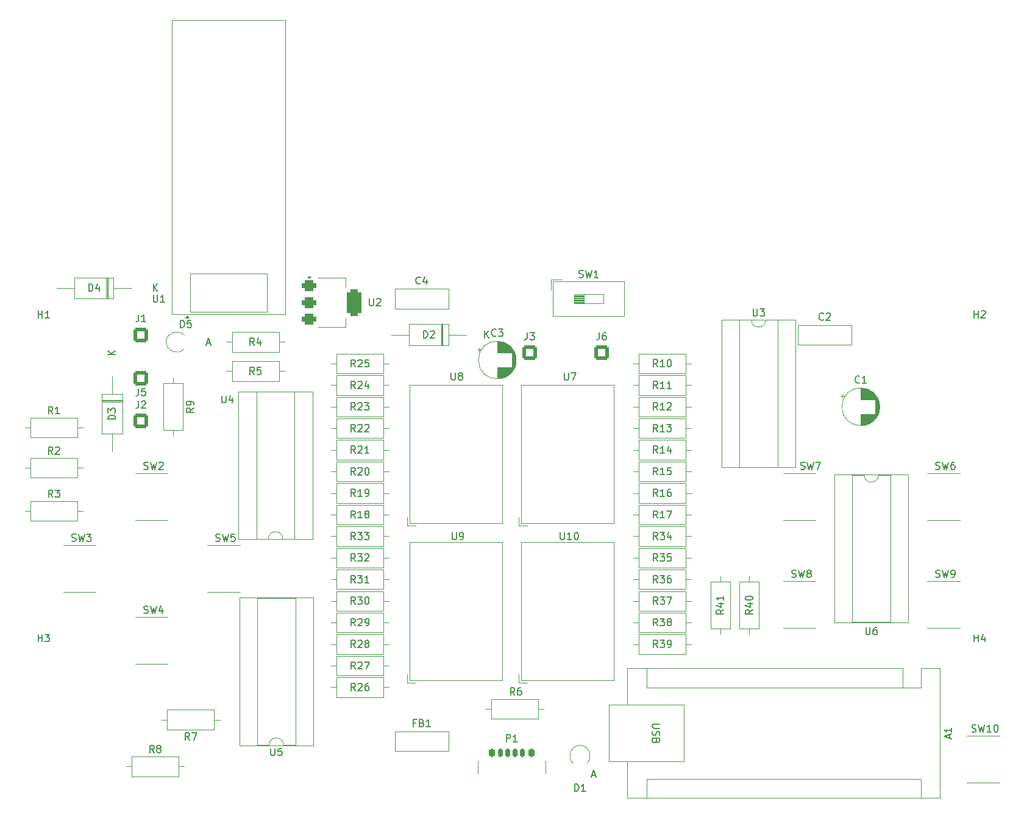
<source format=gto>
%TF.GenerationSoftware,KiCad,Pcbnew,8.0.3*%
%TF.CreationDate,2024-07-14T00:03:07-05:00*%
%TF.ProjectId,Controller,436f6e74-726f-46c6-9c65-722e6b696361,rev?*%
%TF.SameCoordinates,Original*%
%TF.FileFunction,Legend,Top*%
%TF.FilePolarity,Positive*%
%FSLAX46Y46*%
G04 Gerber Fmt 4.6, Leading zero omitted, Abs format (unit mm)*
G04 Created by KiCad (PCBNEW 8.0.3) date 2024-07-14 00:03:07*
%MOMM*%
%LPD*%
G01*
G04 APERTURE LIST*
G04 Aperture macros list*
%AMRoundRect*
0 Rectangle with rounded corners*
0 $1 Rounding radius*
0 $2 $3 $4 $5 $6 $7 $8 $9 X,Y pos of 4 corners*
0 Add a 4 corners polygon primitive as box body*
4,1,4,$2,$3,$4,$5,$6,$7,$8,$9,$2,$3,0*
0 Add four circle primitives for the rounded corners*
1,1,$1+$1,$2,$3*
1,1,$1+$1,$4,$5*
1,1,$1+$1,$6,$7*
1,1,$1+$1,$8,$9*
0 Add four rect primitives between the rounded corners*
20,1,$1+$1,$2,$3,$4,$5,0*
20,1,$1+$1,$4,$5,$6,$7,0*
20,1,$1+$1,$6,$7,$8,$9,0*
20,1,$1+$1,$8,$9,$2,$3,0*%
G04 Aperture macros list end*
%ADD10C,0.150000*%
%ADD11C,0.120000*%
%ADD12C,2.000000*%
%ADD13C,1.600000*%
%ADD14O,1.600000X1.600000*%
%ADD15RoundRect,0.250001X-0.799999X-0.799999X0.799999X-0.799999X0.799999X0.799999X-0.799999X0.799999X0*%
%ADD16R,1.700000X1.700000*%
%ADD17C,1.700000*%
%ADD18R,1.600000X1.600000*%
%ADD19C,4.300000*%
%ADD20R,1.800000X1.800000*%
%ADD21O,1.800000X1.800000*%
%ADD22RoundRect,0.250001X-0.799999X0.799999X-0.799999X-0.799999X0.799999X-0.799999X0.799999X0.799999X0*%
%ADD23RoundRect,0.175000X-0.175000X-0.425000X0.175000X-0.425000X0.175000X0.425000X-0.175000X0.425000X0*%
%ADD24RoundRect,0.190000X0.190000X0.410000X-0.190000X0.410000X-0.190000X-0.410000X0.190000X-0.410000X0*%
%ADD25RoundRect,0.200000X0.200000X0.400000X-0.200000X0.400000X-0.200000X-0.400000X0.200000X-0.400000X0*%
%ADD26RoundRect,0.175000X0.175000X0.425000X-0.175000X0.425000X-0.175000X-0.425000X0.175000X-0.425000X0*%
%ADD27RoundRect,0.190000X-0.190000X-0.410000X0.190000X-0.410000X0.190000X0.410000X-0.190000X0.410000X0*%
%ADD28RoundRect,0.200000X-0.200000X-0.400000X0.200000X-0.400000X0.200000X0.400000X-0.200000X0.400000X0*%
%ADD29O,1.100000X1.700000*%
%ADD30RoundRect,0.375000X-0.625000X-0.375000X0.625000X-0.375000X0.625000X0.375000X-0.625000X0.375000X0*%
%ADD31RoundRect,0.500000X-0.500000X-1.400000X0.500000X-1.400000X0.500000X1.400000X-0.500000X1.400000X0*%
G04 APERTURE END LIST*
D10*
X155166667Y-66157200D02*
X155309524Y-66204819D01*
X155309524Y-66204819D02*
X155547619Y-66204819D01*
X155547619Y-66204819D02*
X155642857Y-66157200D01*
X155642857Y-66157200D02*
X155690476Y-66109580D01*
X155690476Y-66109580D02*
X155738095Y-66014342D01*
X155738095Y-66014342D02*
X155738095Y-65919104D01*
X155738095Y-65919104D02*
X155690476Y-65823866D01*
X155690476Y-65823866D02*
X155642857Y-65776247D01*
X155642857Y-65776247D02*
X155547619Y-65728628D01*
X155547619Y-65728628D02*
X155357143Y-65681009D01*
X155357143Y-65681009D02*
X155261905Y-65633390D01*
X155261905Y-65633390D02*
X155214286Y-65585771D01*
X155214286Y-65585771D02*
X155166667Y-65490533D01*
X155166667Y-65490533D02*
X155166667Y-65395295D01*
X155166667Y-65395295D02*
X155214286Y-65300057D01*
X155214286Y-65300057D02*
X155261905Y-65252438D01*
X155261905Y-65252438D02*
X155357143Y-65204819D01*
X155357143Y-65204819D02*
X155595238Y-65204819D01*
X155595238Y-65204819D02*
X155738095Y-65252438D01*
X156071429Y-65204819D02*
X156309524Y-66204819D01*
X156309524Y-66204819D02*
X156500000Y-65490533D01*
X156500000Y-65490533D02*
X156690476Y-66204819D01*
X156690476Y-66204819D02*
X156928572Y-65204819D01*
X157214286Y-65204819D02*
X157880952Y-65204819D01*
X157880952Y-65204819D02*
X157452381Y-66204819D01*
X135277142Y-75954819D02*
X134943809Y-75478628D01*
X134705714Y-75954819D02*
X134705714Y-74954819D01*
X134705714Y-74954819D02*
X135086666Y-74954819D01*
X135086666Y-74954819D02*
X135181904Y-75002438D01*
X135181904Y-75002438D02*
X135229523Y-75050057D01*
X135229523Y-75050057D02*
X135277142Y-75145295D01*
X135277142Y-75145295D02*
X135277142Y-75288152D01*
X135277142Y-75288152D02*
X135229523Y-75383390D01*
X135229523Y-75383390D02*
X135181904Y-75431009D01*
X135181904Y-75431009D02*
X135086666Y-75478628D01*
X135086666Y-75478628D02*
X134705714Y-75478628D01*
X135610476Y-74954819D02*
X136229523Y-74954819D01*
X136229523Y-74954819D02*
X135896190Y-75335771D01*
X135896190Y-75335771D02*
X136039047Y-75335771D01*
X136039047Y-75335771D02*
X136134285Y-75383390D01*
X136134285Y-75383390D02*
X136181904Y-75431009D01*
X136181904Y-75431009D02*
X136229523Y-75526247D01*
X136229523Y-75526247D02*
X136229523Y-75764342D01*
X136229523Y-75764342D02*
X136181904Y-75859580D01*
X136181904Y-75859580D02*
X136134285Y-75907200D01*
X136134285Y-75907200D02*
X136039047Y-75954819D01*
X136039047Y-75954819D02*
X135753333Y-75954819D01*
X135753333Y-75954819D02*
X135658095Y-75907200D01*
X135658095Y-75907200D02*
X135610476Y-75859580D01*
X137086666Y-75288152D02*
X137086666Y-75954819D01*
X136848571Y-74907200D02*
X136610476Y-75621485D01*
X136610476Y-75621485D02*
X137229523Y-75621485D01*
X115413333Y-97584819D02*
X115080000Y-97108628D01*
X114841905Y-97584819D02*
X114841905Y-96584819D01*
X114841905Y-96584819D02*
X115222857Y-96584819D01*
X115222857Y-96584819D02*
X115318095Y-96632438D01*
X115318095Y-96632438D02*
X115365714Y-96680057D01*
X115365714Y-96680057D02*
X115413333Y-96775295D01*
X115413333Y-96775295D02*
X115413333Y-96918152D01*
X115413333Y-96918152D02*
X115365714Y-97013390D01*
X115365714Y-97013390D02*
X115318095Y-97061009D01*
X115318095Y-97061009D02*
X115222857Y-97108628D01*
X115222857Y-97108628D02*
X114841905Y-97108628D01*
X116270476Y-96584819D02*
X116080000Y-96584819D01*
X116080000Y-96584819D02*
X115984762Y-96632438D01*
X115984762Y-96632438D02*
X115937143Y-96680057D01*
X115937143Y-96680057D02*
X115841905Y-96822914D01*
X115841905Y-96822914D02*
X115794286Y-97013390D01*
X115794286Y-97013390D02*
X115794286Y-97394342D01*
X115794286Y-97394342D02*
X115841905Y-97489580D01*
X115841905Y-97489580D02*
X115889524Y-97537200D01*
X115889524Y-97537200D02*
X115984762Y-97584819D01*
X115984762Y-97584819D02*
X116175238Y-97584819D01*
X116175238Y-97584819D02*
X116270476Y-97537200D01*
X116270476Y-97537200D02*
X116318095Y-97489580D01*
X116318095Y-97489580D02*
X116365714Y-97394342D01*
X116365714Y-97394342D02*
X116365714Y-97156247D01*
X116365714Y-97156247D02*
X116318095Y-97061009D01*
X116318095Y-97061009D02*
X116270476Y-97013390D01*
X116270476Y-97013390D02*
X116175238Y-96965771D01*
X116175238Y-96965771D02*
X115984762Y-96965771D01*
X115984762Y-96965771D02*
X115889524Y-97013390D01*
X115889524Y-97013390D02*
X115841905Y-97061009D01*
X115841905Y-97061009D02*
X115794286Y-97156247D01*
X53916667Y-76157200D02*
X54059524Y-76204819D01*
X54059524Y-76204819D02*
X54297619Y-76204819D01*
X54297619Y-76204819D02*
X54392857Y-76157200D01*
X54392857Y-76157200D02*
X54440476Y-76109580D01*
X54440476Y-76109580D02*
X54488095Y-76014342D01*
X54488095Y-76014342D02*
X54488095Y-75919104D01*
X54488095Y-75919104D02*
X54440476Y-75823866D01*
X54440476Y-75823866D02*
X54392857Y-75776247D01*
X54392857Y-75776247D02*
X54297619Y-75728628D01*
X54297619Y-75728628D02*
X54107143Y-75681009D01*
X54107143Y-75681009D02*
X54011905Y-75633390D01*
X54011905Y-75633390D02*
X53964286Y-75585771D01*
X53964286Y-75585771D02*
X53916667Y-75490533D01*
X53916667Y-75490533D02*
X53916667Y-75395295D01*
X53916667Y-75395295D02*
X53964286Y-75300057D01*
X53964286Y-75300057D02*
X54011905Y-75252438D01*
X54011905Y-75252438D02*
X54107143Y-75204819D01*
X54107143Y-75204819D02*
X54345238Y-75204819D01*
X54345238Y-75204819D02*
X54488095Y-75252438D01*
X54821429Y-75204819D02*
X55059524Y-76204819D01*
X55059524Y-76204819D02*
X55250000Y-75490533D01*
X55250000Y-75490533D02*
X55440476Y-76204819D01*
X55440476Y-76204819D02*
X55678572Y-75204819D01*
X55964286Y-75204819D02*
X56583333Y-75204819D01*
X56583333Y-75204819D02*
X56250000Y-75585771D01*
X56250000Y-75585771D02*
X56392857Y-75585771D01*
X56392857Y-75585771D02*
X56488095Y-75633390D01*
X56488095Y-75633390D02*
X56535714Y-75681009D01*
X56535714Y-75681009D02*
X56583333Y-75776247D01*
X56583333Y-75776247D02*
X56583333Y-76014342D01*
X56583333Y-76014342D02*
X56535714Y-76109580D01*
X56535714Y-76109580D02*
X56488095Y-76157200D01*
X56488095Y-76157200D02*
X56392857Y-76204819D01*
X56392857Y-76204819D02*
X56107143Y-76204819D01*
X56107143Y-76204819D02*
X56011905Y-76157200D01*
X56011905Y-76157200D02*
X55964286Y-76109580D01*
X63166666Y-54954819D02*
X63166666Y-55669104D01*
X63166666Y-55669104D02*
X63119047Y-55811961D01*
X63119047Y-55811961D02*
X63023809Y-55907200D01*
X63023809Y-55907200D02*
X62880952Y-55954819D01*
X62880952Y-55954819D02*
X62785714Y-55954819D01*
X64119047Y-54954819D02*
X63642857Y-54954819D01*
X63642857Y-54954819D02*
X63595238Y-55431009D01*
X63595238Y-55431009D02*
X63642857Y-55383390D01*
X63642857Y-55383390D02*
X63738095Y-55335771D01*
X63738095Y-55335771D02*
X63976190Y-55335771D01*
X63976190Y-55335771D02*
X64071428Y-55383390D01*
X64071428Y-55383390D02*
X64119047Y-55431009D01*
X64119047Y-55431009D02*
X64166666Y-55526247D01*
X64166666Y-55526247D02*
X64166666Y-55764342D01*
X64166666Y-55764342D02*
X64119047Y-55859580D01*
X64119047Y-55859580D02*
X64071428Y-55907200D01*
X64071428Y-55907200D02*
X63976190Y-55954819D01*
X63976190Y-55954819D02*
X63738095Y-55954819D01*
X63738095Y-55954819D02*
X63642857Y-55907200D01*
X63642857Y-55907200D02*
X63595238Y-55859580D01*
X93277143Y-54959051D02*
X92943810Y-54482860D01*
X92705715Y-54959051D02*
X92705715Y-53959051D01*
X92705715Y-53959051D02*
X93086667Y-53959051D01*
X93086667Y-53959051D02*
X93181905Y-54006670D01*
X93181905Y-54006670D02*
X93229524Y-54054289D01*
X93229524Y-54054289D02*
X93277143Y-54149527D01*
X93277143Y-54149527D02*
X93277143Y-54292384D01*
X93277143Y-54292384D02*
X93229524Y-54387622D01*
X93229524Y-54387622D02*
X93181905Y-54435241D01*
X93181905Y-54435241D02*
X93086667Y-54482860D01*
X93086667Y-54482860D02*
X92705715Y-54482860D01*
X93658096Y-54054289D02*
X93705715Y-54006670D01*
X93705715Y-54006670D02*
X93800953Y-53959051D01*
X93800953Y-53959051D02*
X94039048Y-53959051D01*
X94039048Y-53959051D02*
X94134286Y-54006670D01*
X94134286Y-54006670D02*
X94181905Y-54054289D01*
X94181905Y-54054289D02*
X94229524Y-54149527D01*
X94229524Y-54149527D02*
X94229524Y-54244765D01*
X94229524Y-54244765D02*
X94181905Y-54387622D01*
X94181905Y-54387622D02*
X93610477Y-54959051D01*
X93610477Y-54959051D02*
X94229524Y-54959051D01*
X95086667Y-54292384D02*
X95086667Y-54959051D01*
X94848572Y-53911432D02*
X94610477Y-54625717D01*
X94610477Y-54625717D02*
X95229524Y-54625717D01*
X101666666Y-101431009D02*
X101333333Y-101431009D01*
X101333333Y-101954819D02*
X101333333Y-100954819D01*
X101333333Y-100954819D02*
X101809523Y-100954819D01*
X102523809Y-101431009D02*
X102666666Y-101478628D01*
X102666666Y-101478628D02*
X102714285Y-101526247D01*
X102714285Y-101526247D02*
X102761904Y-101621485D01*
X102761904Y-101621485D02*
X102761904Y-101764342D01*
X102761904Y-101764342D02*
X102714285Y-101859580D01*
X102714285Y-101859580D02*
X102666666Y-101907200D01*
X102666666Y-101907200D02*
X102571428Y-101954819D01*
X102571428Y-101954819D02*
X102190476Y-101954819D01*
X102190476Y-101954819D02*
X102190476Y-100954819D01*
X102190476Y-100954819D02*
X102523809Y-100954819D01*
X102523809Y-100954819D02*
X102619047Y-101002438D01*
X102619047Y-101002438D02*
X102666666Y-101050057D01*
X102666666Y-101050057D02*
X102714285Y-101145295D01*
X102714285Y-101145295D02*
X102714285Y-101240533D01*
X102714285Y-101240533D02*
X102666666Y-101335771D01*
X102666666Y-101335771D02*
X102619047Y-101383390D01*
X102619047Y-101383390D02*
X102523809Y-101431009D01*
X102523809Y-101431009D02*
X102190476Y-101431009D01*
X103714285Y-101954819D02*
X103142857Y-101954819D01*
X103428571Y-101954819D02*
X103428571Y-100954819D01*
X103428571Y-100954819D02*
X103333333Y-101097676D01*
X103333333Y-101097676D02*
X103238095Y-101192914D01*
X103238095Y-101192914D02*
X103142857Y-101240533D01*
X178940476Y-102657200D02*
X179083333Y-102704819D01*
X179083333Y-102704819D02*
X179321428Y-102704819D01*
X179321428Y-102704819D02*
X179416666Y-102657200D01*
X179416666Y-102657200D02*
X179464285Y-102609580D01*
X179464285Y-102609580D02*
X179511904Y-102514342D01*
X179511904Y-102514342D02*
X179511904Y-102419104D01*
X179511904Y-102419104D02*
X179464285Y-102323866D01*
X179464285Y-102323866D02*
X179416666Y-102276247D01*
X179416666Y-102276247D02*
X179321428Y-102228628D01*
X179321428Y-102228628D02*
X179130952Y-102181009D01*
X179130952Y-102181009D02*
X179035714Y-102133390D01*
X179035714Y-102133390D02*
X178988095Y-102085771D01*
X178988095Y-102085771D02*
X178940476Y-101990533D01*
X178940476Y-101990533D02*
X178940476Y-101895295D01*
X178940476Y-101895295D02*
X178988095Y-101800057D01*
X178988095Y-101800057D02*
X179035714Y-101752438D01*
X179035714Y-101752438D02*
X179130952Y-101704819D01*
X179130952Y-101704819D02*
X179369047Y-101704819D01*
X179369047Y-101704819D02*
X179511904Y-101752438D01*
X179845238Y-101704819D02*
X180083333Y-102704819D01*
X180083333Y-102704819D02*
X180273809Y-101990533D01*
X180273809Y-101990533D02*
X180464285Y-102704819D01*
X180464285Y-102704819D02*
X180702381Y-101704819D01*
X181607142Y-102704819D02*
X181035714Y-102704819D01*
X181321428Y-102704819D02*
X181321428Y-101704819D01*
X181321428Y-101704819D02*
X181226190Y-101847676D01*
X181226190Y-101847676D02*
X181130952Y-101942914D01*
X181130952Y-101942914D02*
X181035714Y-101990533D01*
X182226190Y-101704819D02*
X182321428Y-101704819D01*
X182321428Y-101704819D02*
X182416666Y-101752438D01*
X182416666Y-101752438D02*
X182464285Y-101800057D01*
X182464285Y-101800057D02*
X182511904Y-101895295D01*
X182511904Y-101895295D02*
X182559523Y-102085771D01*
X182559523Y-102085771D02*
X182559523Y-102323866D01*
X182559523Y-102323866D02*
X182511904Y-102514342D01*
X182511904Y-102514342D02*
X182464285Y-102609580D01*
X182464285Y-102609580D02*
X182416666Y-102657200D01*
X182416666Y-102657200D02*
X182321428Y-102704819D01*
X182321428Y-102704819D02*
X182226190Y-102704819D01*
X182226190Y-102704819D02*
X182130952Y-102657200D01*
X182130952Y-102657200D02*
X182083333Y-102609580D01*
X182083333Y-102609580D02*
X182035714Y-102514342D01*
X182035714Y-102514342D02*
X181988095Y-102323866D01*
X181988095Y-102323866D02*
X181988095Y-102085771D01*
X181988095Y-102085771D02*
X182035714Y-101895295D01*
X182035714Y-101895295D02*
X182083333Y-101800057D01*
X182083333Y-101800057D02*
X182130952Y-101752438D01*
X182130952Y-101752438D02*
X182226190Y-101704819D01*
X135277142Y-57954819D02*
X134943809Y-57478628D01*
X134705714Y-57954819D02*
X134705714Y-56954819D01*
X134705714Y-56954819D02*
X135086666Y-56954819D01*
X135086666Y-56954819D02*
X135181904Y-57002438D01*
X135181904Y-57002438D02*
X135229523Y-57050057D01*
X135229523Y-57050057D02*
X135277142Y-57145295D01*
X135277142Y-57145295D02*
X135277142Y-57288152D01*
X135277142Y-57288152D02*
X135229523Y-57383390D01*
X135229523Y-57383390D02*
X135181904Y-57431009D01*
X135181904Y-57431009D02*
X135086666Y-57478628D01*
X135086666Y-57478628D02*
X134705714Y-57478628D01*
X136229523Y-57954819D02*
X135658095Y-57954819D01*
X135943809Y-57954819D02*
X135943809Y-56954819D01*
X135943809Y-56954819D02*
X135848571Y-57097676D01*
X135848571Y-57097676D02*
X135753333Y-57192914D01*
X135753333Y-57192914D02*
X135658095Y-57240533D01*
X136610476Y-57050057D02*
X136658095Y-57002438D01*
X136658095Y-57002438D02*
X136753333Y-56954819D01*
X136753333Y-56954819D02*
X136991428Y-56954819D01*
X136991428Y-56954819D02*
X137086666Y-57002438D01*
X137086666Y-57002438D02*
X137134285Y-57050057D01*
X137134285Y-57050057D02*
X137181904Y-57145295D01*
X137181904Y-57145295D02*
X137181904Y-57240533D01*
X137181904Y-57240533D02*
X137134285Y-57383390D01*
X137134285Y-57383390D02*
X136562857Y-57954819D01*
X136562857Y-57954819D02*
X137181904Y-57954819D01*
X93277142Y-93954819D02*
X92943809Y-93478628D01*
X92705714Y-93954819D02*
X92705714Y-92954819D01*
X92705714Y-92954819D02*
X93086666Y-92954819D01*
X93086666Y-92954819D02*
X93181904Y-93002438D01*
X93181904Y-93002438D02*
X93229523Y-93050057D01*
X93229523Y-93050057D02*
X93277142Y-93145295D01*
X93277142Y-93145295D02*
X93277142Y-93288152D01*
X93277142Y-93288152D02*
X93229523Y-93383390D01*
X93229523Y-93383390D02*
X93181904Y-93431009D01*
X93181904Y-93431009D02*
X93086666Y-93478628D01*
X93086666Y-93478628D02*
X92705714Y-93478628D01*
X93658095Y-93050057D02*
X93705714Y-93002438D01*
X93705714Y-93002438D02*
X93800952Y-92954819D01*
X93800952Y-92954819D02*
X94039047Y-92954819D01*
X94039047Y-92954819D02*
X94134285Y-93002438D01*
X94134285Y-93002438D02*
X94181904Y-93050057D01*
X94181904Y-93050057D02*
X94229523Y-93145295D01*
X94229523Y-93145295D02*
X94229523Y-93240533D01*
X94229523Y-93240533D02*
X94181904Y-93383390D01*
X94181904Y-93383390D02*
X93610476Y-93954819D01*
X93610476Y-93954819D02*
X94229523Y-93954819D01*
X94562857Y-92954819D02*
X95229523Y-92954819D01*
X95229523Y-92954819D02*
X94800952Y-93954819D01*
X135277142Y-51954819D02*
X134943809Y-51478628D01*
X134705714Y-51954819D02*
X134705714Y-50954819D01*
X134705714Y-50954819D02*
X135086666Y-50954819D01*
X135086666Y-50954819D02*
X135181904Y-51002438D01*
X135181904Y-51002438D02*
X135229523Y-51050057D01*
X135229523Y-51050057D02*
X135277142Y-51145295D01*
X135277142Y-51145295D02*
X135277142Y-51288152D01*
X135277142Y-51288152D02*
X135229523Y-51383390D01*
X135229523Y-51383390D02*
X135181904Y-51431009D01*
X135181904Y-51431009D02*
X135086666Y-51478628D01*
X135086666Y-51478628D02*
X134705714Y-51478628D01*
X136229523Y-51954819D02*
X135658095Y-51954819D01*
X135943809Y-51954819D02*
X135943809Y-50954819D01*
X135943809Y-50954819D02*
X135848571Y-51097676D01*
X135848571Y-51097676D02*
X135753333Y-51192914D01*
X135753333Y-51192914D02*
X135658095Y-51240533D01*
X136848571Y-50954819D02*
X136943809Y-50954819D01*
X136943809Y-50954819D02*
X137039047Y-51002438D01*
X137039047Y-51002438D02*
X137086666Y-51050057D01*
X137086666Y-51050057D02*
X137134285Y-51145295D01*
X137134285Y-51145295D02*
X137181904Y-51335771D01*
X137181904Y-51335771D02*
X137181904Y-51573866D01*
X137181904Y-51573866D02*
X137134285Y-51764342D01*
X137134285Y-51764342D02*
X137086666Y-51859580D01*
X137086666Y-51859580D02*
X137039047Y-51907200D01*
X137039047Y-51907200D02*
X136943809Y-51954819D01*
X136943809Y-51954819D02*
X136848571Y-51954819D01*
X136848571Y-51954819D02*
X136753333Y-51907200D01*
X136753333Y-51907200D02*
X136705714Y-51859580D01*
X136705714Y-51859580D02*
X136658095Y-51764342D01*
X136658095Y-51764342D02*
X136610476Y-51573866D01*
X136610476Y-51573866D02*
X136610476Y-51335771D01*
X136610476Y-51335771D02*
X136658095Y-51145295D01*
X136658095Y-51145295D02*
X136705714Y-51050057D01*
X136705714Y-51050057D02*
X136753333Y-51002438D01*
X136753333Y-51002438D02*
X136848571Y-50954819D01*
X122317595Y-52774319D02*
X122317595Y-53583842D01*
X122317595Y-53583842D02*
X122365214Y-53679080D01*
X122365214Y-53679080D02*
X122412833Y-53726700D01*
X122412833Y-53726700D02*
X122508071Y-53774319D01*
X122508071Y-53774319D02*
X122698547Y-53774319D01*
X122698547Y-53774319D02*
X122793785Y-53726700D01*
X122793785Y-53726700D02*
X122841404Y-53679080D01*
X122841404Y-53679080D02*
X122889023Y-53583842D01*
X122889023Y-53583842D02*
X122889023Y-52774319D01*
X123269976Y-52774319D02*
X123936642Y-52774319D01*
X123936642Y-52774319D02*
X123508071Y-53774319D01*
X70253333Y-103824819D02*
X69920000Y-103348628D01*
X69681905Y-103824819D02*
X69681905Y-102824819D01*
X69681905Y-102824819D02*
X70062857Y-102824819D01*
X70062857Y-102824819D02*
X70158095Y-102872438D01*
X70158095Y-102872438D02*
X70205714Y-102920057D01*
X70205714Y-102920057D02*
X70253333Y-103015295D01*
X70253333Y-103015295D02*
X70253333Y-103158152D01*
X70253333Y-103158152D02*
X70205714Y-103253390D01*
X70205714Y-103253390D02*
X70158095Y-103301009D01*
X70158095Y-103301009D02*
X70062857Y-103348628D01*
X70062857Y-103348628D02*
X69681905Y-103348628D01*
X70586667Y-102824819D02*
X71253333Y-102824819D01*
X71253333Y-102824819D02*
X70824762Y-103824819D01*
X65238095Y-41954819D02*
X65238095Y-42764342D01*
X65238095Y-42764342D02*
X65285714Y-42859580D01*
X65285714Y-42859580D02*
X65333333Y-42907200D01*
X65333333Y-42907200D02*
X65428571Y-42954819D01*
X65428571Y-42954819D02*
X65619047Y-42954819D01*
X65619047Y-42954819D02*
X65714285Y-42907200D01*
X65714285Y-42907200D02*
X65761904Y-42859580D01*
X65761904Y-42859580D02*
X65809523Y-42764342D01*
X65809523Y-42764342D02*
X65809523Y-41954819D01*
X66809523Y-42954819D02*
X66238095Y-42954819D01*
X66523809Y-42954819D02*
X66523809Y-41954819D01*
X66523809Y-41954819D02*
X66428571Y-42097676D01*
X66428571Y-42097676D02*
X66333333Y-42192914D01*
X66333333Y-42192914D02*
X66238095Y-42240533D01*
X93277142Y-75954819D02*
X92943809Y-75478628D01*
X92705714Y-75954819D02*
X92705714Y-74954819D01*
X92705714Y-74954819D02*
X93086666Y-74954819D01*
X93086666Y-74954819D02*
X93181904Y-75002438D01*
X93181904Y-75002438D02*
X93229523Y-75050057D01*
X93229523Y-75050057D02*
X93277142Y-75145295D01*
X93277142Y-75145295D02*
X93277142Y-75288152D01*
X93277142Y-75288152D02*
X93229523Y-75383390D01*
X93229523Y-75383390D02*
X93181904Y-75431009D01*
X93181904Y-75431009D02*
X93086666Y-75478628D01*
X93086666Y-75478628D02*
X92705714Y-75478628D01*
X93610476Y-74954819D02*
X94229523Y-74954819D01*
X94229523Y-74954819D02*
X93896190Y-75335771D01*
X93896190Y-75335771D02*
X94039047Y-75335771D01*
X94039047Y-75335771D02*
X94134285Y-75383390D01*
X94134285Y-75383390D02*
X94181904Y-75431009D01*
X94181904Y-75431009D02*
X94229523Y-75526247D01*
X94229523Y-75526247D02*
X94229523Y-75764342D01*
X94229523Y-75764342D02*
X94181904Y-75859580D01*
X94181904Y-75859580D02*
X94134285Y-75907200D01*
X94134285Y-75907200D02*
X94039047Y-75954819D01*
X94039047Y-75954819D02*
X93753333Y-75954819D01*
X93753333Y-75954819D02*
X93658095Y-75907200D01*
X93658095Y-75907200D02*
X93610476Y-75859580D01*
X94562857Y-74954819D02*
X95181904Y-74954819D01*
X95181904Y-74954819D02*
X94848571Y-75335771D01*
X94848571Y-75335771D02*
X94991428Y-75335771D01*
X94991428Y-75335771D02*
X95086666Y-75383390D01*
X95086666Y-75383390D02*
X95134285Y-75431009D01*
X95134285Y-75431009D02*
X95181904Y-75526247D01*
X95181904Y-75526247D02*
X95181904Y-75764342D01*
X95181904Y-75764342D02*
X95134285Y-75859580D01*
X95134285Y-75859580D02*
X95086666Y-75907200D01*
X95086666Y-75907200D02*
X94991428Y-75954819D01*
X94991428Y-75954819D02*
X94705714Y-75954819D01*
X94705714Y-75954819D02*
X94610476Y-75907200D01*
X94610476Y-75907200D02*
X94562857Y-75859580D01*
X51253333Y-70084819D02*
X50920000Y-69608628D01*
X50681905Y-70084819D02*
X50681905Y-69084819D01*
X50681905Y-69084819D02*
X51062857Y-69084819D01*
X51062857Y-69084819D02*
X51158095Y-69132438D01*
X51158095Y-69132438D02*
X51205714Y-69180057D01*
X51205714Y-69180057D02*
X51253333Y-69275295D01*
X51253333Y-69275295D02*
X51253333Y-69418152D01*
X51253333Y-69418152D02*
X51205714Y-69513390D01*
X51205714Y-69513390D02*
X51158095Y-69561009D01*
X51158095Y-69561009D02*
X51062857Y-69608628D01*
X51062857Y-69608628D02*
X50681905Y-69608628D01*
X51586667Y-69084819D02*
X52205714Y-69084819D01*
X52205714Y-69084819D02*
X51872381Y-69465771D01*
X51872381Y-69465771D02*
X52015238Y-69465771D01*
X52015238Y-69465771D02*
X52110476Y-69513390D01*
X52110476Y-69513390D02*
X52158095Y-69561009D01*
X52158095Y-69561009D02*
X52205714Y-69656247D01*
X52205714Y-69656247D02*
X52205714Y-69894342D01*
X52205714Y-69894342D02*
X52158095Y-69989580D01*
X52158095Y-69989580D02*
X52110476Y-70037200D01*
X52110476Y-70037200D02*
X52015238Y-70084819D01*
X52015238Y-70084819D02*
X51729524Y-70084819D01*
X51729524Y-70084819D02*
X51634286Y-70037200D01*
X51634286Y-70037200D02*
X51586667Y-69989580D01*
X121761905Y-74954819D02*
X121761905Y-75764342D01*
X121761905Y-75764342D02*
X121809524Y-75859580D01*
X121809524Y-75859580D02*
X121857143Y-75907200D01*
X121857143Y-75907200D02*
X121952381Y-75954819D01*
X121952381Y-75954819D02*
X122142857Y-75954819D01*
X122142857Y-75954819D02*
X122238095Y-75907200D01*
X122238095Y-75907200D02*
X122285714Y-75859580D01*
X122285714Y-75859580D02*
X122333333Y-75764342D01*
X122333333Y-75764342D02*
X122333333Y-74954819D01*
X123333333Y-75954819D02*
X122761905Y-75954819D01*
X123047619Y-75954819D02*
X123047619Y-74954819D01*
X123047619Y-74954819D02*
X122952381Y-75097676D01*
X122952381Y-75097676D02*
X122857143Y-75192914D01*
X122857143Y-75192914D02*
X122761905Y-75240533D01*
X123952381Y-74954819D02*
X124047619Y-74954819D01*
X124047619Y-74954819D02*
X124142857Y-75002438D01*
X124142857Y-75002438D02*
X124190476Y-75050057D01*
X124190476Y-75050057D02*
X124238095Y-75145295D01*
X124238095Y-75145295D02*
X124285714Y-75335771D01*
X124285714Y-75335771D02*
X124285714Y-75573866D01*
X124285714Y-75573866D02*
X124238095Y-75764342D01*
X124238095Y-75764342D02*
X124190476Y-75859580D01*
X124190476Y-75859580D02*
X124142857Y-75907200D01*
X124142857Y-75907200D02*
X124047619Y-75954819D01*
X124047619Y-75954819D02*
X123952381Y-75954819D01*
X123952381Y-75954819D02*
X123857143Y-75907200D01*
X123857143Y-75907200D02*
X123809524Y-75859580D01*
X123809524Y-75859580D02*
X123761905Y-75764342D01*
X123761905Y-75764342D02*
X123714286Y-75573866D01*
X123714286Y-75573866D02*
X123714286Y-75335771D01*
X123714286Y-75335771D02*
X123761905Y-75145295D01*
X123761905Y-75145295D02*
X123809524Y-75050057D01*
X123809524Y-75050057D02*
X123857143Y-75002438D01*
X123857143Y-75002438D02*
X123952381Y-74954819D01*
X63166666Y-44704819D02*
X63166666Y-45419104D01*
X63166666Y-45419104D02*
X63119047Y-45561961D01*
X63119047Y-45561961D02*
X63023809Y-45657200D01*
X63023809Y-45657200D02*
X62880952Y-45704819D01*
X62880952Y-45704819D02*
X62785714Y-45704819D01*
X64166666Y-45704819D02*
X63595238Y-45704819D01*
X63880952Y-45704819D02*
X63880952Y-44704819D01*
X63880952Y-44704819D02*
X63785714Y-44847676D01*
X63785714Y-44847676D02*
X63690476Y-44942914D01*
X63690476Y-44942914D02*
X63595238Y-44990533D01*
X148548095Y-43884819D02*
X148548095Y-44694342D01*
X148548095Y-44694342D02*
X148595714Y-44789580D01*
X148595714Y-44789580D02*
X148643333Y-44837200D01*
X148643333Y-44837200D02*
X148738571Y-44884819D01*
X148738571Y-44884819D02*
X148929047Y-44884819D01*
X148929047Y-44884819D02*
X149024285Y-44837200D01*
X149024285Y-44837200D02*
X149071904Y-44789580D01*
X149071904Y-44789580D02*
X149119523Y-44694342D01*
X149119523Y-44694342D02*
X149119523Y-43884819D01*
X149500476Y-43884819D02*
X150119523Y-43884819D01*
X150119523Y-43884819D02*
X149786190Y-44265771D01*
X149786190Y-44265771D02*
X149929047Y-44265771D01*
X149929047Y-44265771D02*
X150024285Y-44313390D01*
X150024285Y-44313390D02*
X150071904Y-44361009D01*
X150071904Y-44361009D02*
X150119523Y-44456247D01*
X150119523Y-44456247D02*
X150119523Y-44694342D01*
X150119523Y-44694342D02*
X150071904Y-44789580D01*
X150071904Y-44789580D02*
X150024285Y-44837200D01*
X150024285Y-44837200D02*
X149929047Y-44884819D01*
X149929047Y-44884819D02*
X149643333Y-44884819D01*
X149643333Y-44884819D02*
X149548095Y-44837200D01*
X149548095Y-44837200D02*
X149500476Y-44789580D01*
X93277142Y-87954819D02*
X92943809Y-87478628D01*
X92705714Y-87954819D02*
X92705714Y-86954819D01*
X92705714Y-86954819D02*
X93086666Y-86954819D01*
X93086666Y-86954819D02*
X93181904Y-87002438D01*
X93181904Y-87002438D02*
X93229523Y-87050057D01*
X93229523Y-87050057D02*
X93277142Y-87145295D01*
X93277142Y-87145295D02*
X93277142Y-87288152D01*
X93277142Y-87288152D02*
X93229523Y-87383390D01*
X93229523Y-87383390D02*
X93181904Y-87431009D01*
X93181904Y-87431009D02*
X93086666Y-87478628D01*
X93086666Y-87478628D02*
X92705714Y-87478628D01*
X93658095Y-87050057D02*
X93705714Y-87002438D01*
X93705714Y-87002438D02*
X93800952Y-86954819D01*
X93800952Y-86954819D02*
X94039047Y-86954819D01*
X94039047Y-86954819D02*
X94134285Y-87002438D01*
X94134285Y-87002438D02*
X94181904Y-87050057D01*
X94181904Y-87050057D02*
X94229523Y-87145295D01*
X94229523Y-87145295D02*
X94229523Y-87240533D01*
X94229523Y-87240533D02*
X94181904Y-87383390D01*
X94181904Y-87383390D02*
X93610476Y-87954819D01*
X93610476Y-87954819D02*
X94229523Y-87954819D01*
X94705714Y-87954819D02*
X94896190Y-87954819D01*
X94896190Y-87954819D02*
X94991428Y-87907200D01*
X94991428Y-87907200D02*
X95039047Y-87859580D01*
X95039047Y-87859580D02*
X95134285Y-87716723D01*
X95134285Y-87716723D02*
X95181904Y-87526247D01*
X95181904Y-87526247D02*
X95181904Y-87145295D01*
X95181904Y-87145295D02*
X95134285Y-87050057D01*
X95134285Y-87050057D02*
X95086666Y-87002438D01*
X95086666Y-87002438D02*
X94991428Y-86954819D01*
X94991428Y-86954819D02*
X94800952Y-86954819D01*
X94800952Y-86954819D02*
X94705714Y-87002438D01*
X94705714Y-87002438D02*
X94658095Y-87050057D01*
X94658095Y-87050057D02*
X94610476Y-87145295D01*
X94610476Y-87145295D02*
X94610476Y-87383390D01*
X94610476Y-87383390D02*
X94658095Y-87478628D01*
X94658095Y-87478628D02*
X94705714Y-87526247D01*
X94705714Y-87526247D02*
X94800952Y-87573866D01*
X94800952Y-87573866D02*
X94991428Y-87573866D01*
X94991428Y-87573866D02*
X95086666Y-87526247D01*
X95086666Y-87526247D02*
X95134285Y-87478628D01*
X95134285Y-87478628D02*
X95181904Y-87383390D01*
X175829104Y-103594285D02*
X175829104Y-103118095D01*
X176114819Y-103689523D02*
X175114819Y-103356190D01*
X175114819Y-103356190D02*
X176114819Y-103022857D01*
X176114819Y-102165714D02*
X176114819Y-102737142D01*
X176114819Y-102451428D02*
X175114819Y-102451428D01*
X175114819Y-102451428D02*
X175257676Y-102546666D01*
X175257676Y-102546666D02*
X175352914Y-102641904D01*
X175352914Y-102641904D02*
X175400533Y-102737142D01*
X135565180Y-101618095D02*
X134755657Y-101618095D01*
X134755657Y-101618095D02*
X134660419Y-101665714D01*
X134660419Y-101665714D02*
X134612800Y-101713333D01*
X134612800Y-101713333D02*
X134565180Y-101808571D01*
X134565180Y-101808571D02*
X134565180Y-101999047D01*
X134565180Y-101999047D02*
X134612800Y-102094285D01*
X134612800Y-102094285D02*
X134660419Y-102141904D01*
X134660419Y-102141904D02*
X134755657Y-102189523D01*
X134755657Y-102189523D02*
X135565180Y-102189523D01*
X134612800Y-102618095D02*
X134565180Y-102760952D01*
X134565180Y-102760952D02*
X134565180Y-102999047D01*
X134565180Y-102999047D02*
X134612800Y-103094285D01*
X134612800Y-103094285D02*
X134660419Y-103141904D01*
X134660419Y-103141904D02*
X134755657Y-103189523D01*
X134755657Y-103189523D02*
X134850895Y-103189523D01*
X134850895Y-103189523D02*
X134946133Y-103141904D01*
X134946133Y-103141904D02*
X134993752Y-103094285D01*
X134993752Y-103094285D02*
X135041371Y-102999047D01*
X135041371Y-102999047D02*
X135088990Y-102808571D01*
X135088990Y-102808571D02*
X135136609Y-102713333D01*
X135136609Y-102713333D02*
X135184228Y-102665714D01*
X135184228Y-102665714D02*
X135279466Y-102618095D01*
X135279466Y-102618095D02*
X135374704Y-102618095D01*
X135374704Y-102618095D02*
X135469942Y-102665714D01*
X135469942Y-102665714D02*
X135517561Y-102713333D01*
X135517561Y-102713333D02*
X135565180Y-102808571D01*
X135565180Y-102808571D02*
X135565180Y-103046666D01*
X135565180Y-103046666D02*
X135517561Y-103189523D01*
X135088990Y-103951428D02*
X135041371Y-104094285D01*
X135041371Y-104094285D02*
X134993752Y-104141904D01*
X134993752Y-104141904D02*
X134898514Y-104189523D01*
X134898514Y-104189523D02*
X134755657Y-104189523D01*
X134755657Y-104189523D02*
X134660419Y-104141904D01*
X134660419Y-104141904D02*
X134612800Y-104094285D01*
X134612800Y-104094285D02*
X134565180Y-103999047D01*
X134565180Y-103999047D02*
X134565180Y-103618095D01*
X134565180Y-103618095D02*
X135565180Y-103618095D01*
X135565180Y-103618095D02*
X135565180Y-103951428D01*
X135565180Y-103951428D02*
X135517561Y-104046666D01*
X135517561Y-104046666D02*
X135469942Y-104094285D01*
X135469942Y-104094285D02*
X135374704Y-104141904D01*
X135374704Y-104141904D02*
X135279466Y-104141904D01*
X135279466Y-104141904D02*
X135184228Y-104094285D01*
X135184228Y-104094285D02*
X135136609Y-104046666D01*
X135136609Y-104046666D02*
X135088990Y-103951428D01*
X135088990Y-103951428D02*
X135088990Y-103618095D01*
X158333333Y-45359580D02*
X158285714Y-45407200D01*
X158285714Y-45407200D02*
X158142857Y-45454819D01*
X158142857Y-45454819D02*
X158047619Y-45454819D01*
X158047619Y-45454819D02*
X157904762Y-45407200D01*
X157904762Y-45407200D02*
X157809524Y-45311961D01*
X157809524Y-45311961D02*
X157761905Y-45216723D01*
X157761905Y-45216723D02*
X157714286Y-45026247D01*
X157714286Y-45026247D02*
X157714286Y-44883390D01*
X157714286Y-44883390D02*
X157761905Y-44692914D01*
X157761905Y-44692914D02*
X157809524Y-44597676D01*
X157809524Y-44597676D02*
X157904762Y-44502438D01*
X157904762Y-44502438D02*
X158047619Y-44454819D01*
X158047619Y-44454819D02*
X158142857Y-44454819D01*
X158142857Y-44454819D02*
X158285714Y-44502438D01*
X158285714Y-44502438D02*
X158333333Y-44550057D01*
X158714286Y-44550057D02*
X158761905Y-44502438D01*
X158761905Y-44502438D02*
X158857143Y-44454819D01*
X158857143Y-44454819D02*
X159095238Y-44454819D01*
X159095238Y-44454819D02*
X159190476Y-44502438D01*
X159190476Y-44502438D02*
X159238095Y-44550057D01*
X159238095Y-44550057D02*
X159285714Y-44645295D01*
X159285714Y-44645295D02*
X159285714Y-44740533D01*
X159285714Y-44740533D02*
X159238095Y-44883390D01*
X159238095Y-44883390D02*
X158666667Y-45454819D01*
X158666667Y-45454819D02*
X159285714Y-45454819D01*
X135277142Y-60954819D02*
X134943809Y-60478628D01*
X134705714Y-60954819D02*
X134705714Y-59954819D01*
X134705714Y-59954819D02*
X135086666Y-59954819D01*
X135086666Y-59954819D02*
X135181904Y-60002438D01*
X135181904Y-60002438D02*
X135229523Y-60050057D01*
X135229523Y-60050057D02*
X135277142Y-60145295D01*
X135277142Y-60145295D02*
X135277142Y-60288152D01*
X135277142Y-60288152D02*
X135229523Y-60383390D01*
X135229523Y-60383390D02*
X135181904Y-60431009D01*
X135181904Y-60431009D02*
X135086666Y-60478628D01*
X135086666Y-60478628D02*
X134705714Y-60478628D01*
X136229523Y-60954819D02*
X135658095Y-60954819D01*
X135943809Y-60954819D02*
X135943809Y-59954819D01*
X135943809Y-59954819D02*
X135848571Y-60097676D01*
X135848571Y-60097676D02*
X135753333Y-60192914D01*
X135753333Y-60192914D02*
X135658095Y-60240533D01*
X136562857Y-59954819D02*
X137181904Y-59954819D01*
X137181904Y-59954819D02*
X136848571Y-60335771D01*
X136848571Y-60335771D02*
X136991428Y-60335771D01*
X136991428Y-60335771D02*
X137086666Y-60383390D01*
X137086666Y-60383390D02*
X137134285Y-60431009D01*
X137134285Y-60431009D02*
X137181904Y-60526247D01*
X137181904Y-60526247D02*
X137181904Y-60764342D01*
X137181904Y-60764342D02*
X137134285Y-60859580D01*
X137134285Y-60859580D02*
X137086666Y-60907200D01*
X137086666Y-60907200D02*
X136991428Y-60954819D01*
X136991428Y-60954819D02*
X136705714Y-60954819D01*
X136705714Y-60954819D02*
X136610476Y-60907200D01*
X136610476Y-60907200D02*
X136562857Y-60859580D01*
X49238095Y-45154819D02*
X49238095Y-44154819D01*
X49238095Y-44631009D02*
X49809523Y-44631009D01*
X49809523Y-45154819D02*
X49809523Y-44154819D01*
X50809523Y-45154819D02*
X50238095Y-45154819D01*
X50523809Y-45154819D02*
X50523809Y-44154819D01*
X50523809Y-44154819D02*
X50428571Y-44297676D01*
X50428571Y-44297676D02*
X50333333Y-44392914D01*
X50333333Y-44392914D02*
X50238095Y-44440533D01*
X163333333Y-54109580D02*
X163285714Y-54157200D01*
X163285714Y-54157200D02*
X163142857Y-54204819D01*
X163142857Y-54204819D02*
X163047619Y-54204819D01*
X163047619Y-54204819D02*
X162904762Y-54157200D01*
X162904762Y-54157200D02*
X162809524Y-54061961D01*
X162809524Y-54061961D02*
X162761905Y-53966723D01*
X162761905Y-53966723D02*
X162714286Y-53776247D01*
X162714286Y-53776247D02*
X162714286Y-53633390D01*
X162714286Y-53633390D02*
X162761905Y-53442914D01*
X162761905Y-53442914D02*
X162809524Y-53347676D01*
X162809524Y-53347676D02*
X162904762Y-53252438D01*
X162904762Y-53252438D02*
X163047619Y-53204819D01*
X163047619Y-53204819D02*
X163142857Y-53204819D01*
X163142857Y-53204819D02*
X163285714Y-53252438D01*
X163285714Y-53252438D02*
X163333333Y-53300057D01*
X164285714Y-54204819D02*
X163714286Y-54204819D01*
X164000000Y-54204819D02*
X164000000Y-53204819D01*
X164000000Y-53204819D02*
X163904762Y-53347676D01*
X163904762Y-53347676D02*
X163809524Y-53442914D01*
X163809524Y-53442914D02*
X163714286Y-53490533D01*
X173916667Y-81157200D02*
X174059524Y-81204819D01*
X174059524Y-81204819D02*
X174297619Y-81204819D01*
X174297619Y-81204819D02*
X174392857Y-81157200D01*
X174392857Y-81157200D02*
X174440476Y-81109580D01*
X174440476Y-81109580D02*
X174488095Y-81014342D01*
X174488095Y-81014342D02*
X174488095Y-80919104D01*
X174488095Y-80919104D02*
X174440476Y-80823866D01*
X174440476Y-80823866D02*
X174392857Y-80776247D01*
X174392857Y-80776247D02*
X174297619Y-80728628D01*
X174297619Y-80728628D02*
X174107143Y-80681009D01*
X174107143Y-80681009D02*
X174011905Y-80633390D01*
X174011905Y-80633390D02*
X173964286Y-80585771D01*
X173964286Y-80585771D02*
X173916667Y-80490533D01*
X173916667Y-80490533D02*
X173916667Y-80395295D01*
X173916667Y-80395295D02*
X173964286Y-80300057D01*
X173964286Y-80300057D02*
X174011905Y-80252438D01*
X174011905Y-80252438D02*
X174107143Y-80204819D01*
X174107143Y-80204819D02*
X174345238Y-80204819D01*
X174345238Y-80204819D02*
X174488095Y-80252438D01*
X174821429Y-80204819D02*
X175059524Y-81204819D01*
X175059524Y-81204819D02*
X175250000Y-80490533D01*
X175250000Y-80490533D02*
X175440476Y-81204819D01*
X175440476Y-81204819D02*
X175678572Y-80204819D01*
X176107143Y-81204819D02*
X176297619Y-81204819D01*
X176297619Y-81204819D02*
X176392857Y-81157200D01*
X176392857Y-81157200D02*
X176440476Y-81109580D01*
X176440476Y-81109580D02*
X176535714Y-80966723D01*
X176535714Y-80966723D02*
X176583333Y-80776247D01*
X176583333Y-80776247D02*
X176583333Y-80395295D01*
X176583333Y-80395295D02*
X176535714Y-80300057D01*
X176535714Y-80300057D02*
X176488095Y-80252438D01*
X176488095Y-80252438D02*
X176392857Y-80204819D01*
X176392857Y-80204819D02*
X176202381Y-80204819D01*
X176202381Y-80204819D02*
X176107143Y-80252438D01*
X176107143Y-80252438D02*
X176059524Y-80300057D01*
X176059524Y-80300057D02*
X176011905Y-80395295D01*
X176011905Y-80395295D02*
X176011905Y-80633390D01*
X176011905Y-80633390D02*
X176059524Y-80728628D01*
X176059524Y-80728628D02*
X176107143Y-80776247D01*
X176107143Y-80776247D02*
X176202381Y-80823866D01*
X176202381Y-80823866D02*
X176392857Y-80823866D01*
X176392857Y-80823866D02*
X176488095Y-80776247D01*
X176488095Y-80776247D02*
X176535714Y-80728628D01*
X176535714Y-80728628D02*
X176583333Y-80633390D01*
X68986905Y-46484819D02*
X68986905Y-45484819D01*
X68986905Y-45484819D02*
X69225000Y-45484819D01*
X69225000Y-45484819D02*
X69367857Y-45532438D01*
X69367857Y-45532438D02*
X69463095Y-45627676D01*
X69463095Y-45627676D02*
X69510714Y-45722914D01*
X69510714Y-45722914D02*
X69558333Y-45913390D01*
X69558333Y-45913390D02*
X69558333Y-46056247D01*
X69558333Y-46056247D02*
X69510714Y-46246723D01*
X69510714Y-46246723D02*
X69463095Y-46341961D01*
X69463095Y-46341961D02*
X69367857Y-46437200D01*
X69367857Y-46437200D02*
X69225000Y-46484819D01*
X69225000Y-46484819D02*
X68986905Y-46484819D01*
X70463095Y-45484819D02*
X69986905Y-45484819D01*
X69986905Y-45484819D02*
X69939286Y-45961009D01*
X69939286Y-45961009D02*
X69986905Y-45913390D01*
X69986905Y-45913390D02*
X70082143Y-45865771D01*
X70082143Y-45865771D02*
X70320238Y-45865771D01*
X70320238Y-45865771D02*
X70415476Y-45913390D01*
X70415476Y-45913390D02*
X70463095Y-45961009D01*
X70463095Y-45961009D02*
X70510714Y-46056247D01*
X70510714Y-46056247D02*
X70510714Y-46294342D01*
X70510714Y-46294342D02*
X70463095Y-46389580D01*
X70463095Y-46389580D02*
X70415476Y-46437200D01*
X70415476Y-46437200D02*
X70320238Y-46484819D01*
X70320238Y-46484819D02*
X70082143Y-46484819D01*
X70082143Y-46484819D02*
X69986905Y-46437200D01*
X69986905Y-46437200D02*
X69939286Y-46389580D01*
X72656905Y-48669104D02*
X73133095Y-48669104D01*
X72561667Y-48954819D02*
X72895000Y-47954819D01*
X72895000Y-47954819D02*
X73228333Y-48954819D01*
X93277143Y-69959051D02*
X92943810Y-69482860D01*
X92705715Y-69959051D02*
X92705715Y-68959051D01*
X92705715Y-68959051D02*
X93086667Y-68959051D01*
X93086667Y-68959051D02*
X93181905Y-69006670D01*
X93181905Y-69006670D02*
X93229524Y-69054289D01*
X93229524Y-69054289D02*
X93277143Y-69149527D01*
X93277143Y-69149527D02*
X93277143Y-69292384D01*
X93277143Y-69292384D02*
X93229524Y-69387622D01*
X93229524Y-69387622D02*
X93181905Y-69435241D01*
X93181905Y-69435241D02*
X93086667Y-69482860D01*
X93086667Y-69482860D02*
X92705715Y-69482860D01*
X94229524Y-69959051D02*
X93658096Y-69959051D01*
X93943810Y-69959051D02*
X93943810Y-68959051D01*
X93943810Y-68959051D02*
X93848572Y-69101908D01*
X93848572Y-69101908D02*
X93753334Y-69197146D01*
X93753334Y-69197146D02*
X93658096Y-69244765D01*
X94705715Y-69959051D02*
X94896191Y-69959051D01*
X94896191Y-69959051D02*
X94991429Y-69911432D01*
X94991429Y-69911432D02*
X95039048Y-69863812D01*
X95039048Y-69863812D02*
X95134286Y-69720955D01*
X95134286Y-69720955D02*
X95181905Y-69530479D01*
X95181905Y-69530479D02*
X95181905Y-69149527D01*
X95181905Y-69149527D02*
X95134286Y-69054289D01*
X95134286Y-69054289D02*
X95086667Y-69006670D01*
X95086667Y-69006670D02*
X94991429Y-68959051D01*
X94991429Y-68959051D02*
X94800953Y-68959051D01*
X94800953Y-68959051D02*
X94705715Y-69006670D01*
X94705715Y-69006670D02*
X94658096Y-69054289D01*
X94658096Y-69054289D02*
X94610477Y-69149527D01*
X94610477Y-69149527D02*
X94610477Y-69387622D01*
X94610477Y-69387622D02*
X94658096Y-69482860D01*
X94658096Y-69482860D02*
X94705715Y-69530479D01*
X94705715Y-69530479D02*
X94800953Y-69578098D01*
X94800953Y-69578098D02*
X94991429Y-69578098D01*
X94991429Y-69578098D02*
X95086667Y-69530479D01*
X95086667Y-69530479D02*
X95134286Y-69482860D01*
X95134286Y-69482860D02*
X95181905Y-69387622D01*
X173916667Y-66157200D02*
X174059524Y-66204819D01*
X174059524Y-66204819D02*
X174297619Y-66204819D01*
X174297619Y-66204819D02*
X174392857Y-66157200D01*
X174392857Y-66157200D02*
X174440476Y-66109580D01*
X174440476Y-66109580D02*
X174488095Y-66014342D01*
X174488095Y-66014342D02*
X174488095Y-65919104D01*
X174488095Y-65919104D02*
X174440476Y-65823866D01*
X174440476Y-65823866D02*
X174392857Y-65776247D01*
X174392857Y-65776247D02*
X174297619Y-65728628D01*
X174297619Y-65728628D02*
X174107143Y-65681009D01*
X174107143Y-65681009D02*
X174011905Y-65633390D01*
X174011905Y-65633390D02*
X173964286Y-65585771D01*
X173964286Y-65585771D02*
X173916667Y-65490533D01*
X173916667Y-65490533D02*
X173916667Y-65395295D01*
X173916667Y-65395295D02*
X173964286Y-65300057D01*
X173964286Y-65300057D02*
X174011905Y-65252438D01*
X174011905Y-65252438D02*
X174107143Y-65204819D01*
X174107143Y-65204819D02*
X174345238Y-65204819D01*
X174345238Y-65204819D02*
X174488095Y-65252438D01*
X174821429Y-65204819D02*
X175059524Y-66204819D01*
X175059524Y-66204819D02*
X175250000Y-65490533D01*
X175250000Y-65490533D02*
X175440476Y-66204819D01*
X175440476Y-66204819D02*
X175678572Y-65204819D01*
X176488095Y-65204819D02*
X176297619Y-65204819D01*
X176297619Y-65204819D02*
X176202381Y-65252438D01*
X176202381Y-65252438D02*
X176154762Y-65300057D01*
X176154762Y-65300057D02*
X176059524Y-65442914D01*
X176059524Y-65442914D02*
X176011905Y-65633390D01*
X176011905Y-65633390D02*
X176011905Y-66014342D01*
X176011905Y-66014342D02*
X176059524Y-66109580D01*
X176059524Y-66109580D02*
X176107143Y-66157200D01*
X176107143Y-66157200D02*
X176202381Y-66204819D01*
X176202381Y-66204819D02*
X176392857Y-66204819D01*
X176392857Y-66204819D02*
X176488095Y-66157200D01*
X176488095Y-66157200D02*
X176535714Y-66109580D01*
X176535714Y-66109580D02*
X176583333Y-66014342D01*
X176583333Y-66014342D02*
X176583333Y-65776247D01*
X176583333Y-65776247D02*
X176535714Y-65681009D01*
X176535714Y-65681009D02*
X176488095Y-65633390D01*
X176488095Y-65633390D02*
X176392857Y-65585771D01*
X176392857Y-65585771D02*
X176202381Y-65585771D01*
X176202381Y-65585771D02*
X176107143Y-65633390D01*
X176107143Y-65633390D02*
X176059524Y-65681009D01*
X176059524Y-65681009D02*
X176011905Y-65776247D01*
X51253333Y-58484819D02*
X50920000Y-58008628D01*
X50681905Y-58484819D02*
X50681905Y-57484819D01*
X50681905Y-57484819D02*
X51062857Y-57484819D01*
X51062857Y-57484819D02*
X51158095Y-57532438D01*
X51158095Y-57532438D02*
X51205714Y-57580057D01*
X51205714Y-57580057D02*
X51253333Y-57675295D01*
X51253333Y-57675295D02*
X51253333Y-57818152D01*
X51253333Y-57818152D02*
X51205714Y-57913390D01*
X51205714Y-57913390D02*
X51158095Y-57961009D01*
X51158095Y-57961009D02*
X51062857Y-58008628D01*
X51062857Y-58008628D02*
X50681905Y-58008628D01*
X52205714Y-58484819D02*
X51634286Y-58484819D01*
X51920000Y-58484819D02*
X51920000Y-57484819D01*
X51920000Y-57484819D02*
X51824762Y-57627676D01*
X51824762Y-57627676D02*
X51729524Y-57722914D01*
X51729524Y-57722914D02*
X51634286Y-57770533D01*
X93277142Y-90954819D02*
X92943809Y-90478628D01*
X92705714Y-90954819D02*
X92705714Y-89954819D01*
X92705714Y-89954819D02*
X93086666Y-89954819D01*
X93086666Y-89954819D02*
X93181904Y-90002438D01*
X93181904Y-90002438D02*
X93229523Y-90050057D01*
X93229523Y-90050057D02*
X93277142Y-90145295D01*
X93277142Y-90145295D02*
X93277142Y-90288152D01*
X93277142Y-90288152D02*
X93229523Y-90383390D01*
X93229523Y-90383390D02*
X93181904Y-90431009D01*
X93181904Y-90431009D02*
X93086666Y-90478628D01*
X93086666Y-90478628D02*
X92705714Y-90478628D01*
X93658095Y-90050057D02*
X93705714Y-90002438D01*
X93705714Y-90002438D02*
X93800952Y-89954819D01*
X93800952Y-89954819D02*
X94039047Y-89954819D01*
X94039047Y-89954819D02*
X94134285Y-90002438D01*
X94134285Y-90002438D02*
X94181904Y-90050057D01*
X94181904Y-90050057D02*
X94229523Y-90145295D01*
X94229523Y-90145295D02*
X94229523Y-90240533D01*
X94229523Y-90240533D02*
X94181904Y-90383390D01*
X94181904Y-90383390D02*
X93610476Y-90954819D01*
X93610476Y-90954819D02*
X94229523Y-90954819D01*
X94800952Y-90383390D02*
X94705714Y-90335771D01*
X94705714Y-90335771D02*
X94658095Y-90288152D01*
X94658095Y-90288152D02*
X94610476Y-90192914D01*
X94610476Y-90192914D02*
X94610476Y-90145295D01*
X94610476Y-90145295D02*
X94658095Y-90050057D01*
X94658095Y-90050057D02*
X94705714Y-90002438D01*
X94705714Y-90002438D02*
X94800952Y-89954819D01*
X94800952Y-89954819D02*
X94991428Y-89954819D01*
X94991428Y-89954819D02*
X95086666Y-90002438D01*
X95086666Y-90002438D02*
X95134285Y-90050057D01*
X95134285Y-90050057D02*
X95181904Y-90145295D01*
X95181904Y-90145295D02*
X95181904Y-90192914D01*
X95181904Y-90192914D02*
X95134285Y-90288152D01*
X95134285Y-90288152D02*
X95086666Y-90335771D01*
X95086666Y-90335771D02*
X94991428Y-90383390D01*
X94991428Y-90383390D02*
X94800952Y-90383390D01*
X94800952Y-90383390D02*
X94705714Y-90431009D01*
X94705714Y-90431009D02*
X94658095Y-90478628D01*
X94658095Y-90478628D02*
X94610476Y-90573866D01*
X94610476Y-90573866D02*
X94610476Y-90764342D01*
X94610476Y-90764342D02*
X94658095Y-90859580D01*
X94658095Y-90859580D02*
X94705714Y-90907200D01*
X94705714Y-90907200D02*
X94800952Y-90954819D01*
X94800952Y-90954819D02*
X94991428Y-90954819D01*
X94991428Y-90954819D02*
X95086666Y-90907200D01*
X95086666Y-90907200D02*
X95134285Y-90859580D01*
X95134285Y-90859580D02*
X95181904Y-90764342D01*
X95181904Y-90764342D02*
X95181904Y-90573866D01*
X95181904Y-90573866D02*
X95134285Y-90478628D01*
X95134285Y-90478628D02*
X95086666Y-90431009D01*
X95086666Y-90431009D02*
X94991428Y-90383390D01*
X135277142Y-90954819D02*
X134943809Y-90478628D01*
X134705714Y-90954819D02*
X134705714Y-89954819D01*
X134705714Y-89954819D02*
X135086666Y-89954819D01*
X135086666Y-89954819D02*
X135181904Y-90002438D01*
X135181904Y-90002438D02*
X135229523Y-90050057D01*
X135229523Y-90050057D02*
X135277142Y-90145295D01*
X135277142Y-90145295D02*
X135277142Y-90288152D01*
X135277142Y-90288152D02*
X135229523Y-90383390D01*
X135229523Y-90383390D02*
X135181904Y-90431009D01*
X135181904Y-90431009D02*
X135086666Y-90478628D01*
X135086666Y-90478628D02*
X134705714Y-90478628D01*
X135610476Y-89954819D02*
X136229523Y-89954819D01*
X136229523Y-89954819D02*
X135896190Y-90335771D01*
X135896190Y-90335771D02*
X136039047Y-90335771D01*
X136039047Y-90335771D02*
X136134285Y-90383390D01*
X136134285Y-90383390D02*
X136181904Y-90431009D01*
X136181904Y-90431009D02*
X136229523Y-90526247D01*
X136229523Y-90526247D02*
X136229523Y-90764342D01*
X136229523Y-90764342D02*
X136181904Y-90859580D01*
X136181904Y-90859580D02*
X136134285Y-90907200D01*
X136134285Y-90907200D02*
X136039047Y-90954819D01*
X136039047Y-90954819D02*
X135753333Y-90954819D01*
X135753333Y-90954819D02*
X135658095Y-90907200D01*
X135658095Y-90907200D02*
X135610476Y-90859580D01*
X136705714Y-90954819D02*
X136896190Y-90954819D01*
X136896190Y-90954819D02*
X136991428Y-90907200D01*
X136991428Y-90907200D02*
X137039047Y-90859580D01*
X137039047Y-90859580D02*
X137134285Y-90716723D01*
X137134285Y-90716723D02*
X137181904Y-90526247D01*
X137181904Y-90526247D02*
X137181904Y-90145295D01*
X137181904Y-90145295D02*
X137134285Y-90050057D01*
X137134285Y-90050057D02*
X137086666Y-90002438D01*
X137086666Y-90002438D02*
X136991428Y-89954819D01*
X136991428Y-89954819D02*
X136800952Y-89954819D01*
X136800952Y-89954819D02*
X136705714Y-90002438D01*
X136705714Y-90002438D02*
X136658095Y-90050057D01*
X136658095Y-90050057D02*
X136610476Y-90145295D01*
X136610476Y-90145295D02*
X136610476Y-90383390D01*
X136610476Y-90383390D02*
X136658095Y-90478628D01*
X136658095Y-90478628D02*
X136705714Y-90526247D01*
X136705714Y-90526247D02*
X136800952Y-90573866D01*
X136800952Y-90573866D02*
X136991428Y-90573866D01*
X136991428Y-90573866D02*
X137086666Y-90526247D01*
X137086666Y-90526247D02*
X137134285Y-90478628D01*
X137134285Y-90478628D02*
X137181904Y-90383390D01*
X70824819Y-57666666D02*
X70348628Y-57999999D01*
X70824819Y-58238094D02*
X69824819Y-58238094D01*
X69824819Y-58238094D02*
X69824819Y-57857142D01*
X69824819Y-57857142D02*
X69872438Y-57761904D01*
X69872438Y-57761904D02*
X69920057Y-57714285D01*
X69920057Y-57714285D02*
X70015295Y-57666666D01*
X70015295Y-57666666D02*
X70158152Y-57666666D01*
X70158152Y-57666666D02*
X70253390Y-57714285D01*
X70253390Y-57714285D02*
X70301009Y-57761904D01*
X70301009Y-57761904D02*
X70348628Y-57857142D01*
X70348628Y-57857142D02*
X70348628Y-58238094D01*
X70824819Y-57190475D02*
X70824819Y-56999999D01*
X70824819Y-56999999D02*
X70777200Y-56904761D01*
X70777200Y-56904761D02*
X70729580Y-56857142D01*
X70729580Y-56857142D02*
X70586723Y-56761904D01*
X70586723Y-56761904D02*
X70396247Y-56714285D01*
X70396247Y-56714285D02*
X70015295Y-56714285D01*
X70015295Y-56714285D02*
X69920057Y-56761904D01*
X69920057Y-56761904D02*
X69872438Y-56809523D01*
X69872438Y-56809523D02*
X69824819Y-56904761D01*
X69824819Y-56904761D02*
X69824819Y-57095237D01*
X69824819Y-57095237D02*
X69872438Y-57190475D01*
X69872438Y-57190475D02*
X69920057Y-57238094D01*
X69920057Y-57238094D02*
X70015295Y-57285713D01*
X70015295Y-57285713D02*
X70253390Y-57285713D01*
X70253390Y-57285713D02*
X70348628Y-57238094D01*
X70348628Y-57238094D02*
X70396247Y-57190475D01*
X70396247Y-57190475D02*
X70443866Y-57095237D01*
X70443866Y-57095237D02*
X70443866Y-56904761D01*
X70443866Y-56904761D02*
X70396247Y-56809523D01*
X70396247Y-56809523D02*
X70348628Y-56761904D01*
X70348628Y-56761904D02*
X70253390Y-56714285D01*
X63916667Y-66157200D02*
X64059524Y-66204819D01*
X64059524Y-66204819D02*
X64297619Y-66204819D01*
X64297619Y-66204819D02*
X64392857Y-66157200D01*
X64392857Y-66157200D02*
X64440476Y-66109580D01*
X64440476Y-66109580D02*
X64488095Y-66014342D01*
X64488095Y-66014342D02*
X64488095Y-65919104D01*
X64488095Y-65919104D02*
X64440476Y-65823866D01*
X64440476Y-65823866D02*
X64392857Y-65776247D01*
X64392857Y-65776247D02*
X64297619Y-65728628D01*
X64297619Y-65728628D02*
X64107143Y-65681009D01*
X64107143Y-65681009D02*
X64011905Y-65633390D01*
X64011905Y-65633390D02*
X63964286Y-65585771D01*
X63964286Y-65585771D02*
X63916667Y-65490533D01*
X63916667Y-65490533D02*
X63916667Y-65395295D01*
X63916667Y-65395295D02*
X63964286Y-65300057D01*
X63964286Y-65300057D02*
X64011905Y-65252438D01*
X64011905Y-65252438D02*
X64107143Y-65204819D01*
X64107143Y-65204819D02*
X64345238Y-65204819D01*
X64345238Y-65204819D02*
X64488095Y-65252438D01*
X64821429Y-65204819D02*
X65059524Y-66204819D01*
X65059524Y-66204819D02*
X65250000Y-65490533D01*
X65250000Y-65490533D02*
X65440476Y-66204819D01*
X65440476Y-66204819D02*
X65678572Y-65204819D01*
X66011905Y-65300057D02*
X66059524Y-65252438D01*
X66059524Y-65252438D02*
X66154762Y-65204819D01*
X66154762Y-65204819D02*
X66392857Y-65204819D01*
X66392857Y-65204819D02*
X66488095Y-65252438D01*
X66488095Y-65252438D02*
X66535714Y-65300057D01*
X66535714Y-65300057D02*
X66583333Y-65395295D01*
X66583333Y-65395295D02*
X66583333Y-65490533D01*
X66583333Y-65490533D02*
X66535714Y-65633390D01*
X66535714Y-65633390D02*
X65964286Y-66204819D01*
X65964286Y-66204819D02*
X66583333Y-66204819D01*
X93277142Y-96954819D02*
X92943809Y-96478628D01*
X92705714Y-96954819D02*
X92705714Y-95954819D01*
X92705714Y-95954819D02*
X93086666Y-95954819D01*
X93086666Y-95954819D02*
X93181904Y-96002438D01*
X93181904Y-96002438D02*
X93229523Y-96050057D01*
X93229523Y-96050057D02*
X93277142Y-96145295D01*
X93277142Y-96145295D02*
X93277142Y-96288152D01*
X93277142Y-96288152D02*
X93229523Y-96383390D01*
X93229523Y-96383390D02*
X93181904Y-96431009D01*
X93181904Y-96431009D02*
X93086666Y-96478628D01*
X93086666Y-96478628D02*
X92705714Y-96478628D01*
X93658095Y-96050057D02*
X93705714Y-96002438D01*
X93705714Y-96002438D02*
X93800952Y-95954819D01*
X93800952Y-95954819D02*
X94039047Y-95954819D01*
X94039047Y-95954819D02*
X94134285Y-96002438D01*
X94134285Y-96002438D02*
X94181904Y-96050057D01*
X94181904Y-96050057D02*
X94229523Y-96145295D01*
X94229523Y-96145295D02*
X94229523Y-96240533D01*
X94229523Y-96240533D02*
X94181904Y-96383390D01*
X94181904Y-96383390D02*
X93610476Y-96954819D01*
X93610476Y-96954819D02*
X94229523Y-96954819D01*
X95086666Y-95954819D02*
X94896190Y-95954819D01*
X94896190Y-95954819D02*
X94800952Y-96002438D01*
X94800952Y-96002438D02*
X94753333Y-96050057D01*
X94753333Y-96050057D02*
X94658095Y-96192914D01*
X94658095Y-96192914D02*
X94610476Y-96383390D01*
X94610476Y-96383390D02*
X94610476Y-96764342D01*
X94610476Y-96764342D02*
X94658095Y-96859580D01*
X94658095Y-96859580D02*
X94705714Y-96907200D01*
X94705714Y-96907200D02*
X94800952Y-96954819D01*
X94800952Y-96954819D02*
X94991428Y-96954819D01*
X94991428Y-96954819D02*
X95086666Y-96907200D01*
X95086666Y-96907200D02*
X95134285Y-96859580D01*
X95134285Y-96859580D02*
X95181904Y-96764342D01*
X95181904Y-96764342D02*
X95181904Y-96526247D01*
X95181904Y-96526247D02*
X95134285Y-96431009D01*
X95134285Y-96431009D02*
X95086666Y-96383390D01*
X95086666Y-96383390D02*
X94991428Y-96335771D01*
X94991428Y-96335771D02*
X94800952Y-96335771D01*
X94800952Y-96335771D02*
X94705714Y-96383390D01*
X94705714Y-96383390D02*
X94658095Y-96431009D01*
X94658095Y-96431009D02*
X94610476Y-96526247D01*
X179238095Y-45154819D02*
X179238095Y-44154819D01*
X179238095Y-44631009D02*
X179809523Y-44631009D01*
X179809523Y-45154819D02*
X179809523Y-44154819D01*
X180238095Y-44250057D02*
X180285714Y-44202438D01*
X180285714Y-44202438D02*
X180380952Y-44154819D01*
X180380952Y-44154819D02*
X180619047Y-44154819D01*
X180619047Y-44154819D02*
X180714285Y-44202438D01*
X180714285Y-44202438D02*
X180761904Y-44250057D01*
X180761904Y-44250057D02*
X180809523Y-44345295D01*
X180809523Y-44345295D02*
X180809523Y-44440533D01*
X180809523Y-44440533D02*
X180761904Y-44583390D01*
X180761904Y-44583390D02*
X180190476Y-45154819D01*
X180190476Y-45154819D02*
X180809523Y-45154819D01*
X135277142Y-66954819D02*
X134943809Y-66478628D01*
X134705714Y-66954819D02*
X134705714Y-65954819D01*
X134705714Y-65954819D02*
X135086666Y-65954819D01*
X135086666Y-65954819D02*
X135181904Y-66002438D01*
X135181904Y-66002438D02*
X135229523Y-66050057D01*
X135229523Y-66050057D02*
X135277142Y-66145295D01*
X135277142Y-66145295D02*
X135277142Y-66288152D01*
X135277142Y-66288152D02*
X135229523Y-66383390D01*
X135229523Y-66383390D02*
X135181904Y-66431009D01*
X135181904Y-66431009D02*
X135086666Y-66478628D01*
X135086666Y-66478628D02*
X134705714Y-66478628D01*
X136229523Y-66954819D02*
X135658095Y-66954819D01*
X135943809Y-66954819D02*
X135943809Y-65954819D01*
X135943809Y-65954819D02*
X135848571Y-66097676D01*
X135848571Y-66097676D02*
X135753333Y-66192914D01*
X135753333Y-66192914D02*
X135658095Y-66240533D01*
X137134285Y-65954819D02*
X136658095Y-65954819D01*
X136658095Y-65954819D02*
X136610476Y-66431009D01*
X136610476Y-66431009D02*
X136658095Y-66383390D01*
X136658095Y-66383390D02*
X136753333Y-66335771D01*
X136753333Y-66335771D02*
X136991428Y-66335771D01*
X136991428Y-66335771D02*
X137086666Y-66383390D01*
X137086666Y-66383390D02*
X137134285Y-66431009D01*
X137134285Y-66431009D02*
X137181904Y-66526247D01*
X137181904Y-66526247D02*
X137181904Y-66764342D01*
X137181904Y-66764342D02*
X137134285Y-66859580D01*
X137134285Y-66859580D02*
X137086666Y-66907200D01*
X137086666Y-66907200D02*
X136991428Y-66954819D01*
X136991428Y-66954819D02*
X136753333Y-66954819D01*
X136753333Y-66954819D02*
X136658095Y-66907200D01*
X136658095Y-66907200D02*
X136610476Y-66859580D01*
X135277142Y-87954819D02*
X134943809Y-87478628D01*
X134705714Y-87954819D02*
X134705714Y-86954819D01*
X134705714Y-86954819D02*
X135086666Y-86954819D01*
X135086666Y-86954819D02*
X135181904Y-87002438D01*
X135181904Y-87002438D02*
X135229523Y-87050057D01*
X135229523Y-87050057D02*
X135277142Y-87145295D01*
X135277142Y-87145295D02*
X135277142Y-87288152D01*
X135277142Y-87288152D02*
X135229523Y-87383390D01*
X135229523Y-87383390D02*
X135181904Y-87431009D01*
X135181904Y-87431009D02*
X135086666Y-87478628D01*
X135086666Y-87478628D02*
X134705714Y-87478628D01*
X135610476Y-86954819D02*
X136229523Y-86954819D01*
X136229523Y-86954819D02*
X135896190Y-87335771D01*
X135896190Y-87335771D02*
X136039047Y-87335771D01*
X136039047Y-87335771D02*
X136134285Y-87383390D01*
X136134285Y-87383390D02*
X136181904Y-87431009D01*
X136181904Y-87431009D02*
X136229523Y-87526247D01*
X136229523Y-87526247D02*
X136229523Y-87764342D01*
X136229523Y-87764342D02*
X136181904Y-87859580D01*
X136181904Y-87859580D02*
X136134285Y-87907200D01*
X136134285Y-87907200D02*
X136039047Y-87954819D01*
X136039047Y-87954819D02*
X135753333Y-87954819D01*
X135753333Y-87954819D02*
X135658095Y-87907200D01*
X135658095Y-87907200D02*
X135610476Y-87859580D01*
X136800952Y-87383390D02*
X136705714Y-87335771D01*
X136705714Y-87335771D02*
X136658095Y-87288152D01*
X136658095Y-87288152D02*
X136610476Y-87192914D01*
X136610476Y-87192914D02*
X136610476Y-87145295D01*
X136610476Y-87145295D02*
X136658095Y-87050057D01*
X136658095Y-87050057D02*
X136705714Y-87002438D01*
X136705714Y-87002438D02*
X136800952Y-86954819D01*
X136800952Y-86954819D02*
X136991428Y-86954819D01*
X136991428Y-86954819D02*
X137086666Y-87002438D01*
X137086666Y-87002438D02*
X137134285Y-87050057D01*
X137134285Y-87050057D02*
X137181904Y-87145295D01*
X137181904Y-87145295D02*
X137181904Y-87192914D01*
X137181904Y-87192914D02*
X137134285Y-87288152D01*
X137134285Y-87288152D02*
X137086666Y-87335771D01*
X137086666Y-87335771D02*
X136991428Y-87383390D01*
X136991428Y-87383390D02*
X136800952Y-87383390D01*
X136800952Y-87383390D02*
X136705714Y-87431009D01*
X136705714Y-87431009D02*
X136658095Y-87478628D01*
X136658095Y-87478628D02*
X136610476Y-87573866D01*
X136610476Y-87573866D02*
X136610476Y-87764342D01*
X136610476Y-87764342D02*
X136658095Y-87859580D01*
X136658095Y-87859580D02*
X136705714Y-87907200D01*
X136705714Y-87907200D02*
X136800952Y-87954819D01*
X136800952Y-87954819D02*
X136991428Y-87954819D01*
X136991428Y-87954819D02*
X137086666Y-87907200D01*
X137086666Y-87907200D02*
X137134285Y-87859580D01*
X137134285Y-87859580D02*
X137181904Y-87764342D01*
X137181904Y-87764342D02*
X137181904Y-87573866D01*
X137181904Y-87573866D02*
X137134285Y-87478628D01*
X137134285Y-87478628D02*
X137086666Y-87431009D01*
X137086666Y-87431009D02*
X136991428Y-87383390D01*
X135277142Y-69954819D02*
X134943809Y-69478628D01*
X134705714Y-69954819D02*
X134705714Y-68954819D01*
X134705714Y-68954819D02*
X135086666Y-68954819D01*
X135086666Y-68954819D02*
X135181904Y-69002438D01*
X135181904Y-69002438D02*
X135229523Y-69050057D01*
X135229523Y-69050057D02*
X135277142Y-69145295D01*
X135277142Y-69145295D02*
X135277142Y-69288152D01*
X135277142Y-69288152D02*
X135229523Y-69383390D01*
X135229523Y-69383390D02*
X135181904Y-69431009D01*
X135181904Y-69431009D02*
X135086666Y-69478628D01*
X135086666Y-69478628D02*
X134705714Y-69478628D01*
X136229523Y-69954819D02*
X135658095Y-69954819D01*
X135943809Y-69954819D02*
X135943809Y-68954819D01*
X135943809Y-68954819D02*
X135848571Y-69097676D01*
X135848571Y-69097676D02*
X135753333Y-69192914D01*
X135753333Y-69192914D02*
X135658095Y-69240533D01*
X137086666Y-68954819D02*
X136896190Y-68954819D01*
X136896190Y-68954819D02*
X136800952Y-69002438D01*
X136800952Y-69002438D02*
X136753333Y-69050057D01*
X136753333Y-69050057D02*
X136658095Y-69192914D01*
X136658095Y-69192914D02*
X136610476Y-69383390D01*
X136610476Y-69383390D02*
X136610476Y-69764342D01*
X136610476Y-69764342D02*
X136658095Y-69859580D01*
X136658095Y-69859580D02*
X136705714Y-69907200D01*
X136705714Y-69907200D02*
X136800952Y-69954819D01*
X136800952Y-69954819D02*
X136991428Y-69954819D01*
X136991428Y-69954819D02*
X137086666Y-69907200D01*
X137086666Y-69907200D02*
X137134285Y-69859580D01*
X137134285Y-69859580D02*
X137181904Y-69764342D01*
X137181904Y-69764342D02*
X137181904Y-69526247D01*
X137181904Y-69526247D02*
X137134285Y-69431009D01*
X137134285Y-69431009D02*
X137086666Y-69383390D01*
X137086666Y-69383390D02*
X136991428Y-69335771D01*
X136991428Y-69335771D02*
X136800952Y-69335771D01*
X136800952Y-69335771D02*
X136705714Y-69383390D01*
X136705714Y-69383390D02*
X136658095Y-69431009D01*
X136658095Y-69431009D02*
X136610476Y-69526247D01*
X79253333Y-53004819D02*
X78920000Y-52528628D01*
X78681905Y-53004819D02*
X78681905Y-52004819D01*
X78681905Y-52004819D02*
X79062857Y-52004819D01*
X79062857Y-52004819D02*
X79158095Y-52052438D01*
X79158095Y-52052438D02*
X79205714Y-52100057D01*
X79205714Y-52100057D02*
X79253333Y-52195295D01*
X79253333Y-52195295D02*
X79253333Y-52338152D01*
X79253333Y-52338152D02*
X79205714Y-52433390D01*
X79205714Y-52433390D02*
X79158095Y-52481009D01*
X79158095Y-52481009D02*
X79062857Y-52528628D01*
X79062857Y-52528628D02*
X78681905Y-52528628D01*
X80158095Y-52004819D02*
X79681905Y-52004819D01*
X79681905Y-52004819D02*
X79634286Y-52481009D01*
X79634286Y-52481009D02*
X79681905Y-52433390D01*
X79681905Y-52433390D02*
X79777143Y-52385771D01*
X79777143Y-52385771D02*
X80015238Y-52385771D01*
X80015238Y-52385771D02*
X80110476Y-52433390D01*
X80110476Y-52433390D02*
X80158095Y-52481009D01*
X80158095Y-52481009D02*
X80205714Y-52576247D01*
X80205714Y-52576247D02*
X80205714Y-52814342D01*
X80205714Y-52814342D02*
X80158095Y-52909580D01*
X80158095Y-52909580D02*
X80110476Y-52957200D01*
X80110476Y-52957200D02*
X80015238Y-53004819D01*
X80015238Y-53004819D02*
X79777143Y-53004819D01*
X79777143Y-53004819D02*
X79681905Y-52957200D01*
X79681905Y-52957200D02*
X79634286Y-52909580D01*
X135277142Y-81954819D02*
X134943809Y-81478628D01*
X134705714Y-81954819D02*
X134705714Y-80954819D01*
X134705714Y-80954819D02*
X135086666Y-80954819D01*
X135086666Y-80954819D02*
X135181904Y-81002438D01*
X135181904Y-81002438D02*
X135229523Y-81050057D01*
X135229523Y-81050057D02*
X135277142Y-81145295D01*
X135277142Y-81145295D02*
X135277142Y-81288152D01*
X135277142Y-81288152D02*
X135229523Y-81383390D01*
X135229523Y-81383390D02*
X135181904Y-81431009D01*
X135181904Y-81431009D02*
X135086666Y-81478628D01*
X135086666Y-81478628D02*
X134705714Y-81478628D01*
X135610476Y-80954819D02*
X136229523Y-80954819D01*
X136229523Y-80954819D02*
X135896190Y-81335771D01*
X135896190Y-81335771D02*
X136039047Y-81335771D01*
X136039047Y-81335771D02*
X136134285Y-81383390D01*
X136134285Y-81383390D02*
X136181904Y-81431009D01*
X136181904Y-81431009D02*
X136229523Y-81526247D01*
X136229523Y-81526247D02*
X136229523Y-81764342D01*
X136229523Y-81764342D02*
X136181904Y-81859580D01*
X136181904Y-81859580D02*
X136134285Y-81907200D01*
X136134285Y-81907200D02*
X136039047Y-81954819D01*
X136039047Y-81954819D02*
X135753333Y-81954819D01*
X135753333Y-81954819D02*
X135658095Y-81907200D01*
X135658095Y-81907200D02*
X135610476Y-81859580D01*
X137086666Y-80954819D02*
X136896190Y-80954819D01*
X136896190Y-80954819D02*
X136800952Y-81002438D01*
X136800952Y-81002438D02*
X136753333Y-81050057D01*
X136753333Y-81050057D02*
X136658095Y-81192914D01*
X136658095Y-81192914D02*
X136610476Y-81383390D01*
X136610476Y-81383390D02*
X136610476Y-81764342D01*
X136610476Y-81764342D02*
X136658095Y-81859580D01*
X136658095Y-81859580D02*
X136705714Y-81907200D01*
X136705714Y-81907200D02*
X136800952Y-81954819D01*
X136800952Y-81954819D02*
X136991428Y-81954819D01*
X136991428Y-81954819D02*
X137086666Y-81907200D01*
X137086666Y-81907200D02*
X137134285Y-81859580D01*
X137134285Y-81859580D02*
X137181904Y-81764342D01*
X137181904Y-81764342D02*
X137181904Y-81526247D01*
X137181904Y-81526247D02*
X137134285Y-81431009D01*
X137134285Y-81431009D02*
X137086666Y-81383390D01*
X137086666Y-81383390D02*
X136991428Y-81335771D01*
X136991428Y-81335771D02*
X136800952Y-81335771D01*
X136800952Y-81335771D02*
X136705714Y-81383390D01*
X136705714Y-81383390D02*
X136658095Y-81431009D01*
X136658095Y-81431009D02*
X136610476Y-81526247D01*
X93277143Y-60959051D02*
X92943810Y-60482860D01*
X92705715Y-60959051D02*
X92705715Y-59959051D01*
X92705715Y-59959051D02*
X93086667Y-59959051D01*
X93086667Y-59959051D02*
X93181905Y-60006670D01*
X93181905Y-60006670D02*
X93229524Y-60054289D01*
X93229524Y-60054289D02*
X93277143Y-60149527D01*
X93277143Y-60149527D02*
X93277143Y-60292384D01*
X93277143Y-60292384D02*
X93229524Y-60387622D01*
X93229524Y-60387622D02*
X93181905Y-60435241D01*
X93181905Y-60435241D02*
X93086667Y-60482860D01*
X93086667Y-60482860D02*
X92705715Y-60482860D01*
X93658096Y-60054289D02*
X93705715Y-60006670D01*
X93705715Y-60006670D02*
X93800953Y-59959051D01*
X93800953Y-59959051D02*
X94039048Y-59959051D01*
X94039048Y-59959051D02*
X94134286Y-60006670D01*
X94134286Y-60006670D02*
X94181905Y-60054289D01*
X94181905Y-60054289D02*
X94229524Y-60149527D01*
X94229524Y-60149527D02*
X94229524Y-60244765D01*
X94229524Y-60244765D02*
X94181905Y-60387622D01*
X94181905Y-60387622D02*
X93610477Y-60959051D01*
X93610477Y-60959051D02*
X94229524Y-60959051D01*
X94610477Y-60054289D02*
X94658096Y-60006670D01*
X94658096Y-60006670D02*
X94753334Y-59959051D01*
X94753334Y-59959051D02*
X94991429Y-59959051D01*
X94991429Y-59959051D02*
X95086667Y-60006670D01*
X95086667Y-60006670D02*
X95134286Y-60054289D01*
X95134286Y-60054289D02*
X95181905Y-60149527D01*
X95181905Y-60149527D02*
X95181905Y-60244765D01*
X95181905Y-60244765D02*
X95134286Y-60387622D01*
X95134286Y-60387622D02*
X94562858Y-60959051D01*
X94562858Y-60959051D02*
X95181905Y-60959051D01*
X49238095Y-90154819D02*
X49238095Y-89154819D01*
X49238095Y-89631009D02*
X49809523Y-89631009D01*
X49809523Y-90154819D02*
X49809523Y-89154819D01*
X50190476Y-89154819D02*
X50809523Y-89154819D01*
X50809523Y-89154819D02*
X50476190Y-89535771D01*
X50476190Y-89535771D02*
X50619047Y-89535771D01*
X50619047Y-89535771D02*
X50714285Y-89583390D01*
X50714285Y-89583390D02*
X50761904Y-89631009D01*
X50761904Y-89631009D02*
X50809523Y-89726247D01*
X50809523Y-89726247D02*
X50809523Y-89964342D01*
X50809523Y-89964342D02*
X50761904Y-90059580D01*
X50761904Y-90059580D02*
X50714285Y-90107200D01*
X50714285Y-90107200D02*
X50619047Y-90154819D01*
X50619047Y-90154819D02*
X50333333Y-90154819D01*
X50333333Y-90154819D02*
X50238095Y-90107200D01*
X50238095Y-90107200D02*
X50190476Y-90059580D01*
X112833333Y-47609580D02*
X112785714Y-47657200D01*
X112785714Y-47657200D02*
X112642857Y-47704819D01*
X112642857Y-47704819D02*
X112547619Y-47704819D01*
X112547619Y-47704819D02*
X112404762Y-47657200D01*
X112404762Y-47657200D02*
X112309524Y-47561961D01*
X112309524Y-47561961D02*
X112261905Y-47466723D01*
X112261905Y-47466723D02*
X112214286Y-47276247D01*
X112214286Y-47276247D02*
X112214286Y-47133390D01*
X112214286Y-47133390D02*
X112261905Y-46942914D01*
X112261905Y-46942914D02*
X112309524Y-46847676D01*
X112309524Y-46847676D02*
X112404762Y-46752438D01*
X112404762Y-46752438D02*
X112547619Y-46704819D01*
X112547619Y-46704819D02*
X112642857Y-46704819D01*
X112642857Y-46704819D02*
X112785714Y-46752438D01*
X112785714Y-46752438D02*
X112833333Y-46800057D01*
X113166667Y-46704819D02*
X113785714Y-46704819D01*
X113785714Y-46704819D02*
X113452381Y-47085771D01*
X113452381Y-47085771D02*
X113595238Y-47085771D01*
X113595238Y-47085771D02*
X113690476Y-47133390D01*
X113690476Y-47133390D02*
X113738095Y-47181009D01*
X113738095Y-47181009D02*
X113785714Y-47276247D01*
X113785714Y-47276247D02*
X113785714Y-47514342D01*
X113785714Y-47514342D02*
X113738095Y-47609580D01*
X113738095Y-47609580D02*
X113690476Y-47657200D01*
X113690476Y-47657200D02*
X113595238Y-47704819D01*
X113595238Y-47704819D02*
X113309524Y-47704819D01*
X113309524Y-47704819D02*
X113214286Y-47657200D01*
X113214286Y-47657200D02*
X113166667Y-47609580D01*
X81548095Y-104984819D02*
X81548095Y-105794342D01*
X81548095Y-105794342D02*
X81595714Y-105889580D01*
X81595714Y-105889580D02*
X81643333Y-105937200D01*
X81643333Y-105937200D02*
X81738571Y-105984819D01*
X81738571Y-105984819D02*
X81929047Y-105984819D01*
X81929047Y-105984819D02*
X82024285Y-105937200D01*
X82024285Y-105937200D02*
X82071904Y-105889580D01*
X82071904Y-105889580D02*
X82119523Y-105794342D01*
X82119523Y-105794342D02*
X82119523Y-104984819D01*
X83071904Y-104984819D02*
X82595714Y-104984819D01*
X82595714Y-104984819D02*
X82548095Y-105461009D01*
X82548095Y-105461009D02*
X82595714Y-105413390D01*
X82595714Y-105413390D02*
X82690952Y-105365771D01*
X82690952Y-105365771D02*
X82929047Y-105365771D01*
X82929047Y-105365771D02*
X83024285Y-105413390D01*
X83024285Y-105413390D02*
X83071904Y-105461009D01*
X83071904Y-105461009D02*
X83119523Y-105556247D01*
X83119523Y-105556247D02*
X83119523Y-105794342D01*
X83119523Y-105794342D02*
X83071904Y-105889580D01*
X83071904Y-105889580D02*
X83024285Y-105937200D01*
X83024285Y-105937200D02*
X82929047Y-105984819D01*
X82929047Y-105984819D02*
X82690952Y-105984819D01*
X82690952Y-105984819D02*
X82595714Y-105937200D01*
X82595714Y-105937200D02*
X82548095Y-105889580D01*
X51253333Y-64084819D02*
X50920000Y-63608628D01*
X50681905Y-64084819D02*
X50681905Y-63084819D01*
X50681905Y-63084819D02*
X51062857Y-63084819D01*
X51062857Y-63084819D02*
X51158095Y-63132438D01*
X51158095Y-63132438D02*
X51205714Y-63180057D01*
X51205714Y-63180057D02*
X51253333Y-63275295D01*
X51253333Y-63275295D02*
X51253333Y-63418152D01*
X51253333Y-63418152D02*
X51205714Y-63513390D01*
X51205714Y-63513390D02*
X51158095Y-63561009D01*
X51158095Y-63561009D02*
X51062857Y-63608628D01*
X51062857Y-63608628D02*
X50681905Y-63608628D01*
X51634286Y-63180057D02*
X51681905Y-63132438D01*
X51681905Y-63132438D02*
X51777143Y-63084819D01*
X51777143Y-63084819D02*
X52015238Y-63084819D01*
X52015238Y-63084819D02*
X52110476Y-63132438D01*
X52110476Y-63132438D02*
X52158095Y-63180057D01*
X52158095Y-63180057D02*
X52205714Y-63275295D01*
X52205714Y-63275295D02*
X52205714Y-63370533D01*
X52205714Y-63370533D02*
X52158095Y-63513390D01*
X52158095Y-63513390D02*
X51586667Y-64084819D01*
X51586667Y-64084819D02*
X52205714Y-64084819D01*
X93277143Y-57959051D02*
X92943810Y-57482860D01*
X92705715Y-57959051D02*
X92705715Y-56959051D01*
X92705715Y-56959051D02*
X93086667Y-56959051D01*
X93086667Y-56959051D02*
X93181905Y-57006670D01*
X93181905Y-57006670D02*
X93229524Y-57054289D01*
X93229524Y-57054289D02*
X93277143Y-57149527D01*
X93277143Y-57149527D02*
X93277143Y-57292384D01*
X93277143Y-57292384D02*
X93229524Y-57387622D01*
X93229524Y-57387622D02*
X93181905Y-57435241D01*
X93181905Y-57435241D02*
X93086667Y-57482860D01*
X93086667Y-57482860D02*
X92705715Y-57482860D01*
X93658096Y-57054289D02*
X93705715Y-57006670D01*
X93705715Y-57006670D02*
X93800953Y-56959051D01*
X93800953Y-56959051D02*
X94039048Y-56959051D01*
X94039048Y-56959051D02*
X94134286Y-57006670D01*
X94134286Y-57006670D02*
X94181905Y-57054289D01*
X94181905Y-57054289D02*
X94229524Y-57149527D01*
X94229524Y-57149527D02*
X94229524Y-57244765D01*
X94229524Y-57244765D02*
X94181905Y-57387622D01*
X94181905Y-57387622D02*
X93610477Y-57959051D01*
X93610477Y-57959051D02*
X94229524Y-57959051D01*
X94562858Y-56959051D02*
X95181905Y-56959051D01*
X95181905Y-56959051D02*
X94848572Y-57340003D01*
X94848572Y-57340003D02*
X94991429Y-57340003D01*
X94991429Y-57340003D02*
X95086667Y-57387622D01*
X95086667Y-57387622D02*
X95134286Y-57435241D01*
X95134286Y-57435241D02*
X95181905Y-57530479D01*
X95181905Y-57530479D02*
X95181905Y-57768574D01*
X95181905Y-57768574D02*
X95134286Y-57863812D01*
X95134286Y-57863812D02*
X95086667Y-57911432D01*
X95086667Y-57911432D02*
X94991429Y-57959051D01*
X94991429Y-57959051D02*
X94705715Y-57959051D01*
X94705715Y-57959051D02*
X94610477Y-57911432D01*
X94610477Y-57911432D02*
X94562858Y-57863812D01*
X117166666Y-47204819D02*
X117166666Y-47919104D01*
X117166666Y-47919104D02*
X117119047Y-48061961D01*
X117119047Y-48061961D02*
X117023809Y-48157200D01*
X117023809Y-48157200D02*
X116880952Y-48204819D01*
X116880952Y-48204819D02*
X116785714Y-48204819D01*
X117547619Y-47204819D02*
X118166666Y-47204819D01*
X118166666Y-47204819D02*
X117833333Y-47585771D01*
X117833333Y-47585771D02*
X117976190Y-47585771D01*
X117976190Y-47585771D02*
X118071428Y-47633390D01*
X118071428Y-47633390D02*
X118119047Y-47681009D01*
X118119047Y-47681009D02*
X118166666Y-47776247D01*
X118166666Y-47776247D02*
X118166666Y-48014342D01*
X118166666Y-48014342D02*
X118119047Y-48109580D01*
X118119047Y-48109580D02*
X118071428Y-48157200D01*
X118071428Y-48157200D02*
X117976190Y-48204819D01*
X117976190Y-48204819D02*
X117690476Y-48204819D01*
X117690476Y-48204819D02*
X117595238Y-48157200D01*
X117595238Y-48157200D02*
X117547619Y-48109580D01*
X135277142Y-84954819D02*
X134943809Y-84478628D01*
X134705714Y-84954819D02*
X134705714Y-83954819D01*
X134705714Y-83954819D02*
X135086666Y-83954819D01*
X135086666Y-83954819D02*
X135181904Y-84002438D01*
X135181904Y-84002438D02*
X135229523Y-84050057D01*
X135229523Y-84050057D02*
X135277142Y-84145295D01*
X135277142Y-84145295D02*
X135277142Y-84288152D01*
X135277142Y-84288152D02*
X135229523Y-84383390D01*
X135229523Y-84383390D02*
X135181904Y-84431009D01*
X135181904Y-84431009D02*
X135086666Y-84478628D01*
X135086666Y-84478628D02*
X134705714Y-84478628D01*
X135610476Y-83954819D02*
X136229523Y-83954819D01*
X136229523Y-83954819D02*
X135896190Y-84335771D01*
X135896190Y-84335771D02*
X136039047Y-84335771D01*
X136039047Y-84335771D02*
X136134285Y-84383390D01*
X136134285Y-84383390D02*
X136181904Y-84431009D01*
X136181904Y-84431009D02*
X136229523Y-84526247D01*
X136229523Y-84526247D02*
X136229523Y-84764342D01*
X136229523Y-84764342D02*
X136181904Y-84859580D01*
X136181904Y-84859580D02*
X136134285Y-84907200D01*
X136134285Y-84907200D02*
X136039047Y-84954819D01*
X136039047Y-84954819D02*
X135753333Y-84954819D01*
X135753333Y-84954819D02*
X135658095Y-84907200D01*
X135658095Y-84907200D02*
X135610476Y-84859580D01*
X136562857Y-83954819D02*
X137229523Y-83954819D01*
X137229523Y-83954819D02*
X136800952Y-84954819D01*
X148454819Y-85722857D02*
X147978628Y-86056190D01*
X148454819Y-86294285D02*
X147454819Y-86294285D01*
X147454819Y-86294285D02*
X147454819Y-85913333D01*
X147454819Y-85913333D02*
X147502438Y-85818095D01*
X147502438Y-85818095D02*
X147550057Y-85770476D01*
X147550057Y-85770476D02*
X147645295Y-85722857D01*
X147645295Y-85722857D02*
X147788152Y-85722857D01*
X147788152Y-85722857D02*
X147883390Y-85770476D01*
X147883390Y-85770476D02*
X147931009Y-85818095D01*
X147931009Y-85818095D02*
X147978628Y-85913333D01*
X147978628Y-85913333D02*
X147978628Y-86294285D01*
X147788152Y-84865714D02*
X148454819Y-84865714D01*
X147407200Y-85103809D02*
X148121485Y-85341904D01*
X148121485Y-85341904D02*
X148121485Y-84722857D01*
X147454819Y-84151428D02*
X147454819Y-84056190D01*
X147454819Y-84056190D02*
X147502438Y-83960952D01*
X147502438Y-83960952D02*
X147550057Y-83913333D01*
X147550057Y-83913333D02*
X147645295Y-83865714D01*
X147645295Y-83865714D02*
X147835771Y-83818095D01*
X147835771Y-83818095D02*
X148073866Y-83818095D01*
X148073866Y-83818095D02*
X148264342Y-83865714D01*
X148264342Y-83865714D02*
X148359580Y-83913333D01*
X148359580Y-83913333D02*
X148407200Y-83960952D01*
X148407200Y-83960952D02*
X148454819Y-84056190D01*
X148454819Y-84056190D02*
X148454819Y-84151428D01*
X148454819Y-84151428D02*
X148407200Y-84246666D01*
X148407200Y-84246666D02*
X148359580Y-84294285D01*
X148359580Y-84294285D02*
X148264342Y-84341904D01*
X148264342Y-84341904D02*
X148073866Y-84389523D01*
X148073866Y-84389523D02*
X147835771Y-84389523D01*
X147835771Y-84389523D02*
X147645295Y-84341904D01*
X147645295Y-84341904D02*
X147550057Y-84294285D01*
X147550057Y-84294285D02*
X147502438Y-84246666D01*
X147502438Y-84246666D02*
X147454819Y-84151428D01*
X124356667Y-39487200D02*
X124499524Y-39534819D01*
X124499524Y-39534819D02*
X124737619Y-39534819D01*
X124737619Y-39534819D02*
X124832857Y-39487200D01*
X124832857Y-39487200D02*
X124880476Y-39439580D01*
X124880476Y-39439580D02*
X124928095Y-39344342D01*
X124928095Y-39344342D02*
X124928095Y-39249104D01*
X124928095Y-39249104D02*
X124880476Y-39153866D01*
X124880476Y-39153866D02*
X124832857Y-39106247D01*
X124832857Y-39106247D02*
X124737619Y-39058628D01*
X124737619Y-39058628D02*
X124547143Y-39011009D01*
X124547143Y-39011009D02*
X124451905Y-38963390D01*
X124451905Y-38963390D02*
X124404286Y-38915771D01*
X124404286Y-38915771D02*
X124356667Y-38820533D01*
X124356667Y-38820533D02*
X124356667Y-38725295D01*
X124356667Y-38725295D02*
X124404286Y-38630057D01*
X124404286Y-38630057D02*
X124451905Y-38582438D01*
X124451905Y-38582438D02*
X124547143Y-38534819D01*
X124547143Y-38534819D02*
X124785238Y-38534819D01*
X124785238Y-38534819D02*
X124928095Y-38582438D01*
X125261429Y-38534819D02*
X125499524Y-39534819D01*
X125499524Y-39534819D02*
X125690000Y-38820533D01*
X125690000Y-38820533D02*
X125880476Y-39534819D01*
X125880476Y-39534819D02*
X126118572Y-38534819D01*
X127023333Y-39534819D02*
X126451905Y-39534819D01*
X126737619Y-39534819D02*
X126737619Y-38534819D01*
X126737619Y-38534819D02*
X126642381Y-38677676D01*
X126642381Y-38677676D02*
X126547143Y-38772914D01*
X126547143Y-38772914D02*
X126451905Y-38820533D01*
X74738095Y-55954819D02*
X74738095Y-56764342D01*
X74738095Y-56764342D02*
X74785714Y-56859580D01*
X74785714Y-56859580D02*
X74833333Y-56907200D01*
X74833333Y-56907200D02*
X74928571Y-56954819D01*
X74928571Y-56954819D02*
X75119047Y-56954819D01*
X75119047Y-56954819D02*
X75214285Y-56907200D01*
X75214285Y-56907200D02*
X75261904Y-56859580D01*
X75261904Y-56859580D02*
X75309523Y-56764342D01*
X75309523Y-56764342D02*
X75309523Y-55954819D01*
X76214285Y-56288152D02*
X76214285Y-56954819D01*
X75976190Y-55907200D02*
X75738095Y-56621485D01*
X75738095Y-56621485D02*
X76357142Y-56621485D01*
X106610095Y-52781819D02*
X106610095Y-53591342D01*
X106610095Y-53591342D02*
X106657714Y-53686580D01*
X106657714Y-53686580D02*
X106705333Y-53734200D01*
X106705333Y-53734200D02*
X106800571Y-53781819D01*
X106800571Y-53781819D02*
X106991047Y-53781819D01*
X106991047Y-53781819D02*
X107086285Y-53734200D01*
X107086285Y-53734200D02*
X107133904Y-53686580D01*
X107133904Y-53686580D02*
X107181523Y-53591342D01*
X107181523Y-53591342D02*
X107181523Y-52781819D01*
X107800571Y-53210390D02*
X107705333Y-53162771D01*
X107705333Y-53162771D02*
X107657714Y-53115152D01*
X107657714Y-53115152D02*
X107610095Y-53019914D01*
X107610095Y-53019914D02*
X107610095Y-52972295D01*
X107610095Y-52972295D02*
X107657714Y-52877057D01*
X107657714Y-52877057D02*
X107705333Y-52829438D01*
X107705333Y-52829438D02*
X107800571Y-52781819D01*
X107800571Y-52781819D02*
X107991047Y-52781819D01*
X107991047Y-52781819D02*
X108086285Y-52829438D01*
X108086285Y-52829438D02*
X108133904Y-52877057D01*
X108133904Y-52877057D02*
X108181523Y-52972295D01*
X108181523Y-52972295D02*
X108181523Y-53019914D01*
X108181523Y-53019914D02*
X108133904Y-53115152D01*
X108133904Y-53115152D02*
X108086285Y-53162771D01*
X108086285Y-53162771D02*
X107991047Y-53210390D01*
X107991047Y-53210390D02*
X107800571Y-53210390D01*
X107800571Y-53210390D02*
X107705333Y-53258009D01*
X107705333Y-53258009D02*
X107657714Y-53305628D01*
X107657714Y-53305628D02*
X107610095Y-53400866D01*
X107610095Y-53400866D02*
X107610095Y-53591342D01*
X107610095Y-53591342D02*
X107657714Y-53686580D01*
X107657714Y-53686580D02*
X107705333Y-53734200D01*
X107705333Y-53734200D02*
X107800571Y-53781819D01*
X107800571Y-53781819D02*
X107991047Y-53781819D01*
X107991047Y-53781819D02*
X108086285Y-53734200D01*
X108086285Y-53734200D02*
X108133904Y-53686580D01*
X108133904Y-53686580D02*
X108181523Y-53591342D01*
X108181523Y-53591342D02*
X108181523Y-53400866D01*
X108181523Y-53400866D02*
X108133904Y-53305628D01*
X108133904Y-53305628D02*
X108086285Y-53258009D01*
X108086285Y-53258009D02*
X107991047Y-53210390D01*
X114261905Y-104054819D02*
X114261905Y-103054819D01*
X114261905Y-103054819D02*
X114642857Y-103054819D01*
X114642857Y-103054819D02*
X114738095Y-103102438D01*
X114738095Y-103102438D02*
X114785714Y-103150057D01*
X114785714Y-103150057D02*
X114833333Y-103245295D01*
X114833333Y-103245295D02*
X114833333Y-103388152D01*
X114833333Y-103388152D02*
X114785714Y-103483390D01*
X114785714Y-103483390D02*
X114738095Y-103531009D01*
X114738095Y-103531009D02*
X114642857Y-103578628D01*
X114642857Y-103578628D02*
X114261905Y-103578628D01*
X115785714Y-104054819D02*
X115214286Y-104054819D01*
X115500000Y-104054819D02*
X115500000Y-103054819D01*
X115500000Y-103054819D02*
X115404762Y-103197676D01*
X115404762Y-103197676D02*
X115309524Y-103292914D01*
X115309524Y-103292914D02*
X115214286Y-103340533D01*
X164214582Y-88162566D02*
X164214582Y-88972089D01*
X164214582Y-88972089D02*
X164262201Y-89067327D01*
X164262201Y-89067327D02*
X164309820Y-89114947D01*
X164309820Y-89114947D02*
X164405058Y-89162566D01*
X164405058Y-89162566D02*
X164595534Y-89162566D01*
X164595534Y-89162566D02*
X164690772Y-89114947D01*
X164690772Y-89114947D02*
X164738391Y-89067327D01*
X164738391Y-89067327D02*
X164786010Y-88972089D01*
X164786010Y-88972089D02*
X164786010Y-88162566D01*
X165690772Y-88162566D02*
X165500296Y-88162566D01*
X165500296Y-88162566D02*
X165405058Y-88210185D01*
X165405058Y-88210185D02*
X165357439Y-88257804D01*
X165357439Y-88257804D02*
X165262201Y-88400661D01*
X165262201Y-88400661D02*
X165214582Y-88591137D01*
X165214582Y-88591137D02*
X165214582Y-88972089D01*
X165214582Y-88972089D02*
X165262201Y-89067327D01*
X165262201Y-89067327D02*
X165309820Y-89114947D01*
X165309820Y-89114947D02*
X165405058Y-89162566D01*
X165405058Y-89162566D02*
X165595534Y-89162566D01*
X165595534Y-89162566D02*
X165690772Y-89114947D01*
X165690772Y-89114947D02*
X165738391Y-89067327D01*
X165738391Y-89067327D02*
X165786010Y-88972089D01*
X165786010Y-88972089D02*
X165786010Y-88733994D01*
X165786010Y-88733994D02*
X165738391Y-88638756D01*
X165738391Y-88638756D02*
X165690772Y-88591137D01*
X165690772Y-88591137D02*
X165595534Y-88543518D01*
X165595534Y-88543518D02*
X165405058Y-88543518D01*
X165405058Y-88543518D02*
X165309820Y-88591137D01*
X165309820Y-88591137D02*
X165262201Y-88638756D01*
X165262201Y-88638756D02*
X165214582Y-88733994D01*
X123761905Y-110954819D02*
X123761905Y-109954819D01*
X123761905Y-109954819D02*
X124000000Y-109954819D01*
X124000000Y-109954819D02*
X124142857Y-110002438D01*
X124142857Y-110002438D02*
X124238095Y-110097676D01*
X124238095Y-110097676D02*
X124285714Y-110192914D01*
X124285714Y-110192914D02*
X124333333Y-110383390D01*
X124333333Y-110383390D02*
X124333333Y-110526247D01*
X124333333Y-110526247D02*
X124285714Y-110716723D01*
X124285714Y-110716723D02*
X124238095Y-110811961D01*
X124238095Y-110811961D02*
X124142857Y-110907200D01*
X124142857Y-110907200D02*
X124000000Y-110954819D01*
X124000000Y-110954819D02*
X123761905Y-110954819D01*
X125285714Y-110954819D02*
X124714286Y-110954819D01*
X125000000Y-110954819D02*
X125000000Y-109954819D01*
X125000000Y-109954819D02*
X124904762Y-110097676D01*
X124904762Y-110097676D02*
X124809524Y-110192914D01*
X124809524Y-110192914D02*
X124714286Y-110240533D01*
X126161905Y-108709104D02*
X126638095Y-108709104D01*
X126066667Y-108994819D02*
X126400000Y-107994819D01*
X126400000Y-107994819D02*
X126733333Y-108994819D01*
X63916667Y-86157200D02*
X64059524Y-86204819D01*
X64059524Y-86204819D02*
X64297619Y-86204819D01*
X64297619Y-86204819D02*
X64392857Y-86157200D01*
X64392857Y-86157200D02*
X64440476Y-86109580D01*
X64440476Y-86109580D02*
X64488095Y-86014342D01*
X64488095Y-86014342D02*
X64488095Y-85919104D01*
X64488095Y-85919104D02*
X64440476Y-85823866D01*
X64440476Y-85823866D02*
X64392857Y-85776247D01*
X64392857Y-85776247D02*
X64297619Y-85728628D01*
X64297619Y-85728628D02*
X64107143Y-85681009D01*
X64107143Y-85681009D02*
X64011905Y-85633390D01*
X64011905Y-85633390D02*
X63964286Y-85585771D01*
X63964286Y-85585771D02*
X63916667Y-85490533D01*
X63916667Y-85490533D02*
X63916667Y-85395295D01*
X63916667Y-85395295D02*
X63964286Y-85300057D01*
X63964286Y-85300057D02*
X64011905Y-85252438D01*
X64011905Y-85252438D02*
X64107143Y-85204819D01*
X64107143Y-85204819D02*
X64345238Y-85204819D01*
X64345238Y-85204819D02*
X64488095Y-85252438D01*
X64821429Y-85204819D02*
X65059524Y-86204819D01*
X65059524Y-86204819D02*
X65250000Y-85490533D01*
X65250000Y-85490533D02*
X65440476Y-86204819D01*
X65440476Y-86204819D02*
X65678572Y-85204819D01*
X66488095Y-85538152D02*
X66488095Y-86204819D01*
X66250000Y-85157200D02*
X66011905Y-85871485D01*
X66011905Y-85871485D02*
X66630952Y-85871485D01*
X63166666Y-56704819D02*
X63166666Y-57419104D01*
X63166666Y-57419104D02*
X63119047Y-57561961D01*
X63119047Y-57561961D02*
X63023809Y-57657200D01*
X63023809Y-57657200D02*
X62880952Y-57704819D01*
X62880952Y-57704819D02*
X62785714Y-57704819D01*
X63595238Y-56800057D02*
X63642857Y-56752438D01*
X63642857Y-56752438D02*
X63738095Y-56704819D01*
X63738095Y-56704819D02*
X63976190Y-56704819D01*
X63976190Y-56704819D02*
X64071428Y-56752438D01*
X64071428Y-56752438D02*
X64119047Y-56800057D01*
X64119047Y-56800057D02*
X64166666Y-56895295D01*
X64166666Y-56895295D02*
X64166666Y-56990533D01*
X64166666Y-56990533D02*
X64119047Y-57133390D01*
X64119047Y-57133390D02*
X63547619Y-57704819D01*
X63547619Y-57704819D02*
X64166666Y-57704819D01*
X93277143Y-66959051D02*
X92943810Y-66482860D01*
X92705715Y-66959051D02*
X92705715Y-65959051D01*
X92705715Y-65959051D02*
X93086667Y-65959051D01*
X93086667Y-65959051D02*
X93181905Y-66006670D01*
X93181905Y-66006670D02*
X93229524Y-66054289D01*
X93229524Y-66054289D02*
X93277143Y-66149527D01*
X93277143Y-66149527D02*
X93277143Y-66292384D01*
X93277143Y-66292384D02*
X93229524Y-66387622D01*
X93229524Y-66387622D02*
X93181905Y-66435241D01*
X93181905Y-66435241D02*
X93086667Y-66482860D01*
X93086667Y-66482860D02*
X92705715Y-66482860D01*
X93658096Y-66054289D02*
X93705715Y-66006670D01*
X93705715Y-66006670D02*
X93800953Y-65959051D01*
X93800953Y-65959051D02*
X94039048Y-65959051D01*
X94039048Y-65959051D02*
X94134286Y-66006670D01*
X94134286Y-66006670D02*
X94181905Y-66054289D01*
X94181905Y-66054289D02*
X94229524Y-66149527D01*
X94229524Y-66149527D02*
X94229524Y-66244765D01*
X94229524Y-66244765D02*
X94181905Y-66387622D01*
X94181905Y-66387622D02*
X93610477Y-66959051D01*
X93610477Y-66959051D02*
X94229524Y-66959051D01*
X94848572Y-65959051D02*
X94943810Y-65959051D01*
X94943810Y-65959051D02*
X95039048Y-66006670D01*
X95039048Y-66006670D02*
X95086667Y-66054289D01*
X95086667Y-66054289D02*
X95134286Y-66149527D01*
X95134286Y-66149527D02*
X95181905Y-66340003D01*
X95181905Y-66340003D02*
X95181905Y-66578098D01*
X95181905Y-66578098D02*
X95134286Y-66768574D01*
X95134286Y-66768574D02*
X95086667Y-66863812D01*
X95086667Y-66863812D02*
X95039048Y-66911432D01*
X95039048Y-66911432D02*
X94943810Y-66959051D01*
X94943810Y-66959051D02*
X94848572Y-66959051D01*
X94848572Y-66959051D02*
X94753334Y-66911432D01*
X94753334Y-66911432D02*
X94705715Y-66863812D01*
X94705715Y-66863812D02*
X94658096Y-66768574D01*
X94658096Y-66768574D02*
X94610477Y-66578098D01*
X94610477Y-66578098D02*
X94610477Y-66340003D01*
X94610477Y-66340003D02*
X94658096Y-66149527D01*
X94658096Y-66149527D02*
X94705715Y-66054289D01*
X94705715Y-66054289D02*
X94753334Y-66006670D01*
X94753334Y-66006670D02*
X94848572Y-65959051D01*
X135277142Y-78954819D02*
X134943809Y-78478628D01*
X134705714Y-78954819D02*
X134705714Y-77954819D01*
X134705714Y-77954819D02*
X135086666Y-77954819D01*
X135086666Y-77954819D02*
X135181904Y-78002438D01*
X135181904Y-78002438D02*
X135229523Y-78050057D01*
X135229523Y-78050057D02*
X135277142Y-78145295D01*
X135277142Y-78145295D02*
X135277142Y-78288152D01*
X135277142Y-78288152D02*
X135229523Y-78383390D01*
X135229523Y-78383390D02*
X135181904Y-78431009D01*
X135181904Y-78431009D02*
X135086666Y-78478628D01*
X135086666Y-78478628D02*
X134705714Y-78478628D01*
X135610476Y-77954819D02*
X136229523Y-77954819D01*
X136229523Y-77954819D02*
X135896190Y-78335771D01*
X135896190Y-78335771D02*
X136039047Y-78335771D01*
X136039047Y-78335771D02*
X136134285Y-78383390D01*
X136134285Y-78383390D02*
X136181904Y-78431009D01*
X136181904Y-78431009D02*
X136229523Y-78526247D01*
X136229523Y-78526247D02*
X136229523Y-78764342D01*
X136229523Y-78764342D02*
X136181904Y-78859580D01*
X136181904Y-78859580D02*
X136134285Y-78907200D01*
X136134285Y-78907200D02*
X136039047Y-78954819D01*
X136039047Y-78954819D02*
X135753333Y-78954819D01*
X135753333Y-78954819D02*
X135658095Y-78907200D01*
X135658095Y-78907200D02*
X135610476Y-78859580D01*
X137134285Y-77954819D02*
X136658095Y-77954819D01*
X136658095Y-77954819D02*
X136610476Y-78431009D01*
X136610476Y-78431009D02*
X136658095Y-78383390D01*
X136658095Y-78383390D02*
X136753333Y-78335771D01*
X136753333Y-78335771D02*
X136991428Y-78335771D01*
X136991428Y-78335771D02*
X137086666Y-78383390D01*
X137086666Y-78383390D02*
X137134285Y-78431009D01*
X137134285Y-78431009D02*
X137181904Y-78526247D01*
X137181904Y-78526247D02*
X137181904Y-78764342D01*
X137181904Y-78764342D02*
X137134285Y-78859580D01*
X137134285Y-78859580D02*
X137086666Y-78907200D01*
X137086666Y-78907200D02*
X136991428Y-78954819D01*
X136991428Y-78954819D02*
X136753333Y-78954819D01*
X136753333Y-78954819D02*
X136658095Y-78907200D01*
X136658095Y-78907200D02*
X136610476Y-78859580D01*
X56261905Y-41454819D02*
X56261905Y-40454819D01*
X56261905Y-40454819D02*
X56500000Y-40454819D01*
X56500000Y-40454819D02*
X56642857Y-40502438D01*
X56642857Y-40502438D02*
X56738095Y-40597676D01*
X56738095Y-40597676D02*
X56785714Y-40692914D01*
X56785714Y-40692914D02*
X56833333Y-40883390D01*
X56833333Y-40883390D02*
X56833333Y-41026247D01*
X56833333Y-41026247D02*
X56785714Y-41216723D01*
X56785714Y-41216723D02*
X56738095Y-41311961D01*
X56738095Y-41311961D02*
X56642857Y-41407200D01*
X56642857Y-41407200D02*
X56500000Y-41454819D01*
X56500000Y-41454819D02*
X56261905Y-41454819D01*
X57690476Y-40788152D02*
X57690476Y-41454819D01*
X57452381Y-40407200D02*
X57214286Y-41121485D01*
X57214286Y-41121485D02*
X57833333Y-41121485D01*
X65238095Y-41454819D02*
X65238095Y-40454819D01*
X65809523Y-41454819D02*
X65380952Y-40883390D01*
X65809523Y-40454819D02*
X65238095Y-41026247D01*
X93277143Y-63959051D02*
X92943810Y-63482860D01*
X92705715Y-63959051D02*
X92705715Y-62959051D01*
X92705715Y-62959051D02*
X93086667Y-62959051D01*
X93086667Y-62959051D02*
X93181905Y-63006670D01*
X93181905Y-63006670D02*
X93229524Y-63054289D01*
X93229524Y-63054289D02*
X93277143Y-63149527D01*
X93277143Y-63149527D02*
X93277143Y-63292384D01*
X93277143Y-63292384D02*
X93229524Y-63387622D01*
X93229524Y-63387622D02*
X93181905Y-63435241D01*
X93181905Y-63435241D02*
X93086667Y-63482860D01*
X93086667Y-63482860D02*
X92705715Y-63482860D01*
X93658096Y-63054289D02*
X93705715Y-63006670D01*
X93705715Y-63006670D02*
X93800953Y-62959051D01*
X93800953Y-62959051D02*
X94039048Y-62959051D01*
X94039048Y-62959051D02*
X94134286Y-63006670D01*
X94134286Y-63006670D02*
X94181905Y-63054289D01*
X94181905Y-63054289D02*
X94229524Y-63149527D01*
X94229524Y-63149527D02*
X94229524Y-63244765D01*
X94229524Y-63244765D02*
X94181905Y-63387622D01*
X94181905Y-63387622D02*
X93610477Y-63959051D01*
X93610477Y-63959051D02*
X94229524Y-63959051D01*
X95181905Y-63959051D02*
X94610477Y-63959051D01*
X94896191Y-63959051D02*
X94896191Y-62959051D01*
X94896191Y-62959051D02*
X94800953Y-63101908D01*
X94800953Y-63101908D02*
X94705715Y-63197146D01*
X94705715Y-63197146D02*
X94610477Y-63244765D01*
X93277142Y-78954819D02*
X92943809Y-78478628D01*
X92705714Y-78954819D02*
X92705714Y-77954819D01*
X92705714Y-77954819D02*
X93086666Y-77954819D01*
X93086666Y-77954819D02*
X93181904Y-78002438D01*
X93181904Y-78002438D02*
X93229523Y-78050057D01*
X93229523Y-78050057D02*
X93277142Y-78145295D01*
X93277142Y-78145295D02*
X93277142Y-78288152D01*
X93277142Y-78288152D02*
X93229523Y-78383390D01*
X93229523Y-78383390D02*
X93181904Y-78431009D01*
X93181904Y-78431009D02*
X93086666Y-78478628D01*
X93086666Y-78478628D02*
X92705714Y-78478628D01*
X93610476Y-77954819D02*
X94229523Y-77954819D01*
X94229523Y-77954819D02*
X93896190Y-78335771D01*
X93896190Y-78335771D02*
X94039047Y-78335771D01*
X94039047Y-78335771D02*
X94134285Y-78383390D01*
X94134285Y-78383390D02*
X94181904Y-78431009D01*
X94181904Y-78431009D02*
X94229523Y-78526247D01*
X94229523Y-78526247D02*
X94229523Y-78764342D01*
X94229523Y-78764342D02*
X94181904Y-78859580D01*
X94181904Y-78859580D02*
X94134285Y-78907200D01*
X94134285Y-78907200D02*
X94039047Y-78954819D01*
X94039047Y-78954819D02*
X93753333Y-78954819D01*
X93753333Y-78954819D02*
X93658095Y-78907200D01*
X93658095Y-78907200D02*
X93610476Y-78859580D01*
X94610476Y-78050057D02*
X94658095Y-78002438D01*
X94658095Y-78002438D02*
X94753333Y-77954819D01*
X94753333Y-77954819D02*
X94991428Y-77954819D01*
X94991428Y-77954819D02*
X95086666Y-78002438D01*
X95086666Y-78002438D02*
X95134285Y-78050057D01*
X95134285Y-78050057D02*
X95181904Y-78145295D01*
X95181904Y-78145295D02*
X95181904Y-78240533D01*
X95181904Y-78240533D02*
X95134285Y-78383390D01*
X95134285Y-78383390D02*
X94562857Y-78954819D01*
X94562857Y-78954819D02*
X95181904Y-78954819D01*
X93277142Y-81954819D02*
X92943809Y-81478628D01*
X92705714Y-81954819D02*
X92705714Y-80954819D01*
X92705714Y-80954819D02*
X93086666Y-80954819D01*
X93086666Y-80954819D02*
X93181904Y-81002438D01*
X93181904Y-81002438D02*
X93229523Y-81050057D01*
X93229523Y-81050057D02*
X93277142Y-81145295D01*
X93277142Y-81145295D02*
X93277142Y-81288152D01*
X93277142Y-81288152D02*
X93229523Y-81383390D01*
X93229523Y-81383390D02*
X93181904Y-81431009D01*
X93181904Y-81431009D02*
X93086666Y-81478628D01*
X93086666Y-81478628D02*
X92705714Y-81478628D01*
X93610476Y-80954819D02*
X94229523Y-80954819D01*
X94229523Y-80954819D02*
X93896190Y-81335771D01*
X93896190Y-81335771D02*
X94039047Y-81335771D01*
X94039047Y-81335771D02*
X94134285Y-81383390D01*
X94134285Y-81383390D02*
X94181904Y-81431009D01*
X94181904Y-81431009D02*
X94229523Y-81526247D01*
X94229523Y-81526247D02*
X94229523Y-81764342D01*
X94229523Y-81764342D02*
X94181904Y-81859580D01*
X94181904Y-81859580D02*
X94134285Y-81907200D01*
X94134285Y-81907200D02*
X94039047Y-81954819D01*
X94039047Y-81954819D02*
X93753333Y-81954819D01*
X93753333Y-81954819D02*
X93658095Y-81907200D01*
X93658095Y-81907200D02*
X93610476Y-81859580D01*
X95181904Y-81954819D02*
X94610476Y-81954819D01*
X94896190Y-81954819D02*
X94896190Y-80954819D01*
X94896190Y-80954819D02*
X94800952Y-81097676D01*
X94800952Y-81097676D02*
X94705714Y-81192914D01*
X94705714Y-81192914D02*
X94610476Y-81240533D01*
X135277142Y-63954819D02*
X134943809Y-63478628D01*
X134705714Y-63954819D02*
X134705714Y-62954819D01*
X134705714Y-62954819D02*
X135086666Y-62954819D01*
X135086666Y-62954819D02*
X135181904Y-63002438D01*
X135181904Y-63002438D02*
X135229523Y-63050057D01*
X135229523Y-63050057D02*
X135277142Y-63145295D01*
X135277142Y-63145295D02*
X135277142Y-63288152D01*
X135277142Y-63288152D02*
X135229523Y-63383390D01*
X135229523Y-63383390D02*
X135181904Y-63431009D01*
X135181904Y-63431009D02*
X135086666Y-63478628D01*
X135086666Y-63478628D02*
X134705714Y-63478628D01*
X136229523Y-63954819D02*
X135658095Y-63954819D01*
X135943809Y-63954819D02*
X135943809Y-62954819D01*
X135943809Y-62954819D02*
X135848571Y-63097676D01*
X135848571Y-63097676D02*
X135753333Y-63192914D01*
X135753333Y-63192914D02*
X135658095Y-63240533D01*
X137086666Y-63288152D02*
X137086666Y-63954819D01*
X136848571Y-62907200D02*
X136610476Y-63621485D01*
X136610476Y-63621485D02*
X137229523Y-63621485D01*
X179238095Y-90154819D02*
X179238095Y-89154819D01*
X179238095Y-89631009D02*
X179809523Y-89631009D01*
X179809523Y-90154819D02*
X179809523Y-89154819D01*
X180714285Y-89488152D02*
X180714285Y-90154819D01*
X180476190Y-89107200D02*
X180238095Y-89821485D01*
X180238095Y-89821485D02*
X180857142Y-89821485D01*
X102761905Y-47954819D02*
X102761905Y-46954819D01*
X102761905Y-46954819D02*
X103000000Y-46954819D01*
X103000000Y-46954819D02*
X103142857Y-47002438D01*
X103142857Y-47002438D02*
X103238095Y-47097676D01*
X103238095Y-47097676D02*
X103285714Y-47192914D01*
X103285714Y-47192914D02*
X103333333Y-47383390D01*
X103333333Y-47383390D02*
X103333333Y-47526247D01*
X103333333Y-47526247D02*
X103285714Y-47716723D01*
X103285714Y-47716723D02*
X103238095Y-47811961D01*
X103238095Y-47811961D02*
X103142857Y-47907200D01*
X103142857Y-47907200D02*
X103000000Y-47954819D01*
X103000000Y-47954819D02*
X102761905Y-47954819D01*
X103714286Y-47050057D02*
X103761905Y-47002438D01*
X103761905Y-47002438D02*
X103857143Y-46954819D01*
X103857143Y-46954819D02*
X104095238Y-46954819D01*
X104095238Y-46954819D02*
X104190476Y-47002438D01*
X104190476Y-47002438D02*
X104238095Y-47050057D01*
X104238095Y-47050057D02*
X104285714Y-47145295D01*
X104285714Y-47145295D02*
X104285714Y-47240533D01*
X104285714Y-47240533D02*
X104238095Y-47383390D01*
X104238095Y-47383390D02*
X103666667Y-47954819D01*
X103666667Y-47954819D02*
X104285714Y-47954819D01*
X111238095Y-47954819D02*
X111238095Y-46954819D01*
X111809523Y-47954819D02*
X111380952Y-47383390D01*
X111809523Y-46954819D02*
X111238095Y-47526247D01*
X135277142Y-54954819D02*
X134943809Y-54478628D01*
X134705714Y-54954819D02*
X134705714Y-53954819D01*
X134705714Y-53954819D02*
X135086666Y-53954819D01*
X135086666Y-53954819D02*
X135181904Y-54002438D01*
X135181904Y-54002438D02*
X135229523Y-54050057D01*
X135229523Y-54050057D02*
X135277142Y-54145295D01*
X135277142Y-54145295D02*
X135277142Y-54288152D01*
X135277142Y-54288152D02*
X135229523Y-54383390D01*
X135229523Y-54383390D02*
X135181904Y-54431009D01*
X135181904Y-54431009D02*
X135086666Y-54478628D01*
X135086666Y-54478628D02*
X134705714Y-54478628D01*
X136229523Y-54954819D02*
X135658095Y-54954819D01*
X135943809Y-54954819D02*
X135943809Y-53954819D01*
X135943809Y-53954819D02*
X135848571Y-54097676D01*
X135848571Y-54097676D02*
X135753333Y-54192914D01*
X135753333Y-54192914D02*
X135658095Y-54240533D01*
X137181904Y-54954819D02*
X136610476Y-54954819D01*
X136896190Y-54954819D02*
X136896190Y-53954819D01*
X136896190Y-53954819D02*
X136800952Y-54097676D01*
X136800952Y-54097676D02*
X136705714Y-54192914D01*
X136705714Y-54192914D02*
X136610476Y-54240533D01*
X59954819Y-59238094D02*
X58954819Y-59238094D01*
X58954819Y-59238094D02*
X58954819Y-58999999D01*
X58954819Y-58999999D02*
X59002438Y-58857142D01*
X59002438Y-58857142D02*
X59097676Y-58761904D01*
X59097676Y-58761904D02*
X59192914Y-58714285D01*
X59192914Y-58714285D02*
X59383390Y-58666666D01*
X59383390Y-58666666D02*
X59526247Y-58666666D01*
X59526247Y-58666666D02*
X59716723Y-58714285D01*
X59716723Y-58714285D02*
X59811961Y-58761904D01*
X59811961Y-58761904D02*
X59907200Y-58857142D01*
X59907200Y-58857142D02*
X59954819Y-58999999D01*
X59954819Y-58999999D02*
X59954819Y-59238094D01*
X58954819Y-58333332D02*
X58954819Y-57714285D01*
X58954819Y-57714285D02*
X59335771Y-58047618D01*
X59335771Y-58047618D02*
X59335771Y-57904761D01*
X59335771Y-57904761D02*
X59383390Y-57809523D01*
X59383390Y-57809523D02*
X59431009Y-57761904D01*
X59431009Y-57761904D02*
X59526247Y-57714285D01*
X59526247Y-57714285D02*
X59764342Y-57714285D01*
X59764342Y-57714285D02*
X59859580Y-57761904D01*
X59859580Y-57761904D02*
X59907200Y-57809523D01*
X59907200Y-57809523D02*
X59954819Y-57904761D01*
X59954819Y-57904761D02*
X59954819Y-58190475D01*
X59954819Y-58190475D02*
X59907200Y-58285713D01*
X59907200Y-58285713D02*
X59859580Y-58333332D01*
X59954819Y-50261904D02*
X58954819Y-50261904D01*
X59954819Y-49690476D02*
X59383390Y-50119047D01*
X58954819Y-49690476D02*
X59526247Y-50261904D01*
X93277142Y-84954819D02*
X92943809Y-84478628D01*
X92705714Y-84954819D02*
X92705714Y-83954819D01*
X92705714Y-83954819D02*
X93086666Y-83954819D01*
X93086666Y-83954819D02*
X93181904Y-84002438D01*
X93181904Y-84002438D02*
X93229523Y-84050057D01*
X93229523Y-84050057D02*
X93277142Y-84145295D01*
X93277142Y-84145295D02*
X93277142Y-84288152D01*
X93277142Y-84288152D02*
X93229523Y-84383390D01*
X93229523Y-84383390D02*
X93181904Y-84431009D01*
X93181904Y-84431009D02*
X93086666Y-84478628D01*
X93086666Y-84478628D02*
X92705714Y-84478628D01*
X93610476Y-83954819D02*
X94229523Y-83954819D01*
X94229523Y-83954819D02*
X93896190Y-84335771D01*
X93896190Y-84335771D02*
X94039047Y-84335771D01*
X94039047Y-84335771D02*
X94134285Y-84383390D01*
X94134285Y-84383390D02*
X94181904Y-84431009D01*
X94181904Y-84431009D02*
X94229523Y-84526247D01*
X94229523Y-84526247D02*
X94229523Y-84764342D01*
X94229523Y-84764342D02*
X94181904Y-84859580D01*
X94181904Y-84859580D02*
X94134285Y-84907200D01*
X94134285Y-84907200D02*
X94039047Y-84954819D01*
X94039047Y-84954819D02*
X93753333Y-84954819D01*
X93753333Y-84954819D02*
X93658095Y-84907200D01*
X93658095Y-84907200D02*
X93610476Y-84859580D01*
X94848571Y-83954819D02*
X94943809Y-83954819D01*
X94943809Y-83954819D02*
X95039047Y-84002438D01*
X95039047Y-84002438D02*
X95086666Y-84050057D01*
X95086666Y-84050057D02*
X95134285Y-84145295D01*
X95134285Y-84145295D02*
X95181904Y-84335771D01*
X95181904Y-84335771D02*
X95181904Y-84573866D01*
X95181904Y-84573866D02*
X95134285Y-84764342D01*
X95134285Y-84764342D02*
X95086666Y-84859580D01*
X95086666Y-84859580D02*
X95039047Y-84907200D01*
X95039047Y-84907200D02*
X94943809Y-84954819D01*
X94943809Y-84954819D02*
X94848571Y-84954819D01*
X94848571Y-84954819D02*
X94753333Y-84907200D01*
X94753333Y-84907200D02*
X94705714Y-84859580D01*
X94705714Y-84859580D02*
X94658095Y-84764342D01*
X94658095Y-84764342D02*
X94610476Y-84573866D01*
X94610476Y-84573866D02*
X94610476Y-84335771D01*
X94610476Y-84335771D02*
X94658095Y-84145295D01*
X94658095Y-84145295D02*
X94705714Y-84050057D01*
X94705714Y-84050057D02*
X94753333Y-84002438D01*
X94753333Y-84002438D02*
X94848571Y-83954819D01*
X93277143Y-72959051D02*
X92943810Y-72482860D01*
X92705715Y-72959051D02*
X92705715Y-71959051D01*
X92705715Y-71959051D02*
X93086667Y-71959051D01*
X93086667Y-71959051D02*
X93181905Y-72006670D01*
X93181905Y-72006670D02*
X93229524Y-72054289D01*
X93229524Y-72054289D02*
X93277143Y-72149527D01*
X93277143Y-72149527D02*
X93277143Y-72292384D01*
X93277143Y-72292384D02*
X93229524Y-72387622D01*
X93229524Y-72387622D02*
X93181905Y-72435241D01*
X93181905Y-72435241D02*
X93086667Y-72482860D01*
X93086667Y-72482860D02*
X92705715Y-72482860D01*
X94229524Y-72959051D02*
X93658096Y-72959051D01*
X93943810Y-72959051D02*
X93943810Y-71959051D01*
X93943810Y-71959051D02*
X93848572Y-72101908D01*
X93848572Y-72101908D02*
X93753334Y-72197146D01*
X93753334Y-72197146D02*
X93658096Y-72244765D01*
X94800953Y-72387622D02*
X94705715Y-72340003D01*
X94705715Y-72340003D02*
X94658096Y-72292384D01*
X94658096Y-72292384D02*
X94610477Y-72197146D01*
X94610477Y-72197146D02*
X94610477Y-72149527D01*
X94610477Y-72149527D02*
X94658096Y-72054289D01*
X94658096Y-72054289D02*
X94705715Y-72006670D01*
X94705715Y-72006670D02*
X94800953Y-71959051D01*
X94800953Y-71959051D02*
X94991429Y-71959051D01*
X94991429Y-71959051D02*
X95086667Y-72006670D01*
X95086667Y-72006670D02*
X95134286Y-72054289D01*
X95134286Y-72054289D02*
X95181905Y-72149527D01*
X95181905Y-72149527D02*
X95181905Y-72197146D01*
X95181905Y-72197146D02*
X95134286Y-72292384D01*
X95134286Y-72292384D02*
X95086667Y-72340003D01*
X95086667Y-72340003D02*
X94991429Y-72387622D01*
X94991429Y-72387622D02*
X94800953Y-72387622D01*
X94800953Y-72387622D02*
X94705715Y-72435241D01*
X94705715Y-72435241D02*
X94658096Y-72482860D01*
X94658096Y-72482860D02*
X94610477Y-72578098D01*
X94610477Y-72578098D02*
X94610477Y-72768574D01*
X94610477Y-72768574D02*
X94658096Y-72863812D01*
X94658096Y-72863812D02*
X94705715Y-72911432D01*
X94705715Y-72911432D02*
X94800953Y-72959051D01*
X94800953Y-72959051D02*
X94991429Y-72959051D01*
X94991429Y-72959051D02*
X95086667Y-72911432D01*
X95086667Y-72911432D02*
X95134286Y-72863812D01*
X95134286Y-72863812D02*
X95181905Y-72768574D01*
X95181905Y-72768574D02*
X95181905Y-72578098D01*
X95181905Y-72578098D02*
X95134286Y-72482860D01*
X95134286Y-72482860D02*
X95086667Y-72435241D01*
X95086667Y-72435241D02*
X94991429Y-72387622D01*
X153916667Y-81157200D02*
X154059524Y-81204819D01*
X154059524Y-81204819D02*
X154297619Y-81204819D01*
X154297619Y-81204819D02*
X154392857Y-81157200D01*
X154392857Y-81157200D02*
X154440476Y-81109580D01*
X154440476Y-81109580D02*
X154488095Y-81014342D01*
X154488095Y-81014342D02*
X154488095Y-80919104D01*
X154488095Y-80919104D02*
X154440476Y-80823866D01*
X154440476Y-80823866D02*
X154392857Y-80776247D01*
X154392857Y-80776247D02*
X154297619Y-80728628D01*
X154297619Y-80728628D02*
X154107143Y-80681009D01*
X154107143Y-80681009D02*
X154011905Y-80633390D01*
X154011905Y-80633390D02*
X153964286Y-80585771D01*
X153964286Y-80585771D02*
X153916667Y-80490533D01*
X153916667Y-80490533D02*
X153916667Y-80395295D01*
X153916667Y-80395295D02*
X153964286Y-80300057D01*
X153964286Y-80300057D02*
X154011905Y-80252438D01*
X154011905Y-80252438D02*
X154107143Y-80204819D01*
X154107143Y-80204819D02*
X154345238Y-80204819D01*
X154345238Y-80204819D02*
X154488095Y-80252438D01*
X154821429Y-80204819D02*
X155059524Y-81204819D01*
X155059524Y-81204819D02*
X155250000Y-80490533D01*
X155250000Y-80490533D02*
X155440476Y-81204819D01*
X155440476Y-81204819D02*
X155678572Y-80204819D01*
X156202381Y-80633390D02*
X156107143Y-80585771D01*
X156107143Y-80585771D02*
X156059524Y-80538152D01*
X156059524Y-80538152D02*
X156011905Y-80442914D01*
X156011905Y-80442914D02*
X156011905Y-80395295D01*
X156011905Y-80395295D02*
X156059524Y-80300057D01*
X156059524Y-80300057D02*
X156107143Y-80252438D01*
X156107143Y-80252438D02*
X156202381Y-80204819D01*
X156202381Y-80204819D02*
X156392857Y-80204819D01*
X156392857Y-80204819D02*
X156488095Y-80252438D01*
X156488095Y-80252438D02*
X156535714Y-80300057D01*
X156535714Y-80300057D02*
X156583333Y-80395295D01*
X156583333Y-80395295D02*
X156583333Y-80442914D01*
X156583333Y-80442914D02*
X156535714Y-80538152D01*
X156535714Y-80538152D02*
X156488095Y-80585771D01*
X156488095Y-80585771D02*
X156392857Y-80633390D01*
X156392857Y-80633390D02*
X156202381Y-80633390D01*
X156202381Y-80633390D02*
X156107143Y-80681009D01*
X156107143Y-80681009D02*
X156059524Y-80728628D01*
X156059524Y-80728628D02*
X156011905Y-80823866D01*
X156011905Y-80823866D02*
X156011905Y-81014342D01*
X156011905Y-81014342D02*
X156059524Y-81109580D01*
X156059524Y-81109580D02*
X156107143Y-81157200D01*
X156107143Y-81157200D02*
X156202381Y-81204819D01*
X156202381Y-81204819D02*
X156392857Y-81204819D01*
X156392857Y-81204819D02*
X156488095Y-81157200D01*
X156488095Y-81157200D02*
X156535714Y-81109580D01*
X156535714Y-81109580D02*
X156583333Y-81014342D01*
X156583333Y-81014342D02*
X156583333Y-80823866D01*
X156583333Y-80823866D02*
X156535714Y-80728628D01*
X156535714Y-80728628D02*
X156488095Y-80681009D01*
X156488095Y-80681009D02*
X156392857Y-80633390D01*
X73916667Y-76157200D02*
X74059524Y-76204819D01*
X74059524Y-76204819D02*
X74297619Y-76204819D01*
X74297619Y-76204819D02*
X74392857Y-76157200D01*
X74392857Y-76157200D02*
X74440476Y-76109580D01*
X74440476Y-76109580D02*
X74488095Y-76014342D01*
X74488095Y-76014342D02*
X74488095Y-75919104D01*
X74488095Y-75919104D02*
X74440476Y-75823866D01*
X74440476Y-75823866D02*
X74392857Y-75776247D01*
X74392857Y-75776247D02*
X74297619Y-75728628D01*
X74297619Y-75728628D02*
X74107143Y-75681009D01*
X74107143Y-75681009D02*
X74011905Y-75633390D01*
X74011905Y-75633390D02*
X73964286Y-75585771D01*
X73964286Y-75585771D02*
X73916667Y-75490533D01*
X73916667Y-75490533D02*
X73916667Y-75395295D01*
X73916667Y-75395295D02*
X73964286Y-75300057D01*
X73964286Y-75300057D02*
X74011905Y-75252438D01*
X74011905Y-75252438D02*
X74107143Y-75204819D01*
X74107143Y-75204819D02*
X74345238Y-75204819D01*
X74345238Y-75204819D02*
X74488095Y-75252438D01*
X74821429Y-75204819D02*
X75059524Y-76204819D01*
X75059524Y-76204819D02*
X75250000Y-75490533D01*
X75250000Y-75490533D02*
X75440476Y-76204819D01*
X75440476Y-76204819D02*
X75678572Y-75204819D01*
X76535714Y-75204819D02*
X76059524Y-75204819D01*
X76059524Y-75204819D02*
X76011905Y-75681009D01*
X76011905Y-75681009D02*
X76059524Y-75633390D01*
X76059524Y-75633390D02*
X76154762Y-75585771D01*
X76154762Y-75585771D02*
X76392857Y-75585771D01*
X76392857Y-75585771D02*
X76488095Y-75633390D01*
X76488095Y-75633390D02*
X76535714Y-75681009D01*
X76535714Y-75681009D02*
X76583333Y-75776247D01*
X76583333Y-75776247D02*
X76583333Y-76014342D01*
X76583333Y-76014342D02*
X76535714Y-76109580D01*
X76535714Y-76109580D02*
X76488095Y-76157200D01*
X76488095Y-76157200D02*
X76392857Y-76204819D01*
X76392857Y-76204819D02*
X76154762Y-76204819D01*
X76154762Y-76204819D02*
X76059524Y-76157200D01*
X76059524Y-76157200D02*
X76011905Y-76109580D01*
X144454819Y-85722857D02*
X143978628Y-86056190D01*
X144454819Y-86294285D02*
X143454819Y-86294285D01*
X143454819Y-86294285D02*
X143454819Y-85913333D01*
X143454819Y-85913333D02*
X143502438Y-85818095D01*
X143502438Y-85818095D02*
X143550057Y-85770476D01*
X143550057Y-85770476D02*
X143645295Y-85722857D01*
X143645295Y-85722857D02*
X143788152Y-85722857D01*
X143788152Y-85722857D02*
X143883390Y-85770476D01*
X143883390Y-85770476D02*
X143931009Y-85818095D01*
X143931009Y-85818095D02*
X143978628Y-85913333D01*
X143978628Y-85913333D02*
X143978628Y-86294285D01*
X143788152Y-84865714D02*
X144454819Y-84865714D01*
X143407200Y-85103809D02*
X144121485Y-85341904D01*
X144121485Y-85341904D02*
X144121485Y-84722857D01*
X144454819Y-83818095D02*
X144454819Y-84389523D01*
X144454819Y-84103809D02*
X143454819Y-84103809D01*
X143454819Y-84103809D02*
X143597676Y-84199047D01*
X143597676Y-84199047D02*
X143692914Y-84294285D01*
X143692914Y-84294285D02*
X143740533Y-84389523D01*
X102333333Y-40359580D02*
X102285714Y-40407200D01*
X102285714Y-40407200D02*
X102142857Y-40454819D01*
X102142857Y-40454819D02*
X102047619Y-40454819D01*
X102047619Y-40454819D02*
X101904762Y-40407200D01*
X101904762Y-40407200D02*
X101809524Y-40311961D01*
X101809524Y-40311961D02*
X101761905Y-40216723D01*
X101761905Y-40216723D02*
X101714286Y-40026247D01*
X101714286Y-40026247D02*
X101714286Y-39883390D01*
X101714286Y-39883390D02*
X101761905Y-39692914D01*
X101761905Y-39692914D02*
X101809524Y-39597676D01*
X101809524Y-39597676D02*
X101904762Y-39502438D01*
X101904762Y-39502438D02*
X102047619Y-39454819D01*
X102047619Y-39454819D02*
X102142857Y-39454819D01*
X102142857Y-39454819D02*
X102285714Y-39502438D01*
X102285714Y-39502438D02*
X102333333Y-39550057D01*
X103190476Y-39788152D02*
X103190476Y-40454819D01*
X102952381Y-39407200D02*
X102714286Y-40121485D01*
X102714286Y-40121485D02*
X103333333Y-40121485D01*
X106738095Y-74954819D02*
X106738095Y-75764342D01*
X106738095Y-75764342D02*
X106785714Y-75859580D01*
X106785714Y-75859580D02*
X106833333Y-75907200D01*
X106833333Y-75907200D02*
X106928571Y-75954819D01*
X106928571Y-75954819D02*
X107119047Y-75954819D01*
X107119047Y-75954819D02*
X107214285Y-75907200D01*
X107214285Y-75907200D02*
X107261904Y-75859580D01*
X107261904Y-75859580D02*
X107309523Y-75764342D01*
X107309523Y-75764342D02*
X107309523Y-74954819D01*
X107833333Y-75954819D02*
X108023809Y-75954819D01*
X108023809Y-75954819D02*
X108119047Y-75907200D01*
X108119047Y-75907200D02*
X108166666Y-75859580D01*
X108166666Y-75859580D02*
X108261904Y-75716723D01*
X108261904Y-75716723D02*
X108309523Y-75526247D01*
X108309523Y-75526247D02*
X108309523Y-75145295D01*
X108309523Y-75145295D02*
X108261904Y-75050057D01*
X108261904Y-75050057D02*
X108214285Y-75002438D01*
X108214285Y-75002438D02*
X108119047Y-74954819D01*
X108119047Y-74954819D02*
X107928571Y-74954819D01*
X107928571Y-74954819D02*
X107833333Y-75002438D01*
X107833333Y-75002438D02*
X107785714Y-75050057D01*
X107785714Y-75050057D02*
X107738095Y-75145295D01*
X107738095Y-75145295D02*
X107738095Y-75383390D01*
X107738095Y-75383390D02*
X107785714Y-75478628D01*
X107785714Y-75478628D02*
X107833333Y-75526247D01*
X107833333Y-75526247D02*
X107928571Y-75573866D01*
X107928571Y-75573866D02*
X108119047Y-75573866D01*
X108119047Y-75573866D02*
X108214285Y-75526247D01*
X108214285Y-75526247D02*
X108261904Y-75478628D01*
X108261904Y-75478628D02*
X108309523Y-75383390D01*
X127166666Y-47204819D02*
X127166666Y-47919104D01*
X127166666Y-47919104D02*
X127119047Y-48061961D01*
X127119047Y-48061961D02*
X127023809Y-48157200D01*
X127023809Y-48157200D02*
X126880952Y-48204819D01*
X126880952Y-48204819D02*
X126785714Y-48204819D01*
X128071428Y-47204819D02*
X127880952Y-47204819D01*
X127880952Y-47204819D02*
X127785714Y-47252438D01*
X127785714Y-47252438D02*
X127738095Y-47300057D01*
X127738095Y-47300057D02*
X127642857Y-47442914D01*
X127642857Y-47442914D02*
X127595238Y-47633390D01*
X127595238Y-47633390D02*
X127595238Y-48014342D01*
X127595238Y-48014342D02*
X127642857Y-48109580D01*
X127642857Y-48109580D02*
X127690476Y-48157200D01*
X127690476Y-48157200D02*
X127785714Y-48204819D01*
X127785714Y-48204819D02*
X127976190Y-48204819D01*
X127976190Y-48204819D02*
X128071428Y-48157200D01*
X128071428Y-48157200D02*
X128119047Y-48109580D01*
X128119047Y-48109580D02*
X128166666Y-48014342D01*
X128166666Y-48014342D02*
X128166666Y-47776247D01*
X128166666Y-47776247D02*
X128119047Y-47681009D01*
X128119047Y-47681009D02*
X128071428Y-47633390D01*
X128071428Y-47633390D02*
X127976190Y-47585771D01*
X127976190Y-47585771D02*
X127785714Y-47585771D01*
X127785714Y-47585771D02*
X127690476Y-47633390D01*
X127690476Y-47633390D02*
X127642857Y-47681009D01*
X127642857Y-47681009D02*
X127595238Y-47776247D01*
X135277142Y-72954819D02*
X134943809Y-72478628D01*
X134705714Y-72954819D02*
X134705714Y-71954819D01*
X134705714Y-71954819D02*
X135086666Y-71954819D01*
X135086666Y-71954819D02*
X135181904Y-72002438D01*
X135181904Y-72002438D02*
X135229523Y-72050057D01*
X135229523Y-72050057D02*
X135277142Y-72145295D01*
X135277142Y-72145295D02*
X135277142Y-72288152D01*
X135277142Y-72288152D02*
X135229523Y-72383390D01*
X135229523Y-72383390D02*
X135181904Y-72431009D01*
X135181904Y-72431009D02*
X135086666Y-72478628D01*
X135086666Y-72478628D02*
X134705714Y-72478628D01*
X136229523Y-72954819D02*
X135658095Y-72954819D01*
X135943809Y-72954819D02*
X135943809Y-71954819D01*
X135943809Y-71954819D02*
X135848571Y-72097676D01*
X135848571Y-72097676D02*
X135753333Y-72192914D01*
X135753333Y-72192914D02*
X135658095Y-72240533D01*
X136562857Y-71954819D02*
X137229523Y-71954819D01*
X137229523Y-71954819D02*
X136800952Y-72954819D01*
X93277143Y-51959051D02*
X92943810Y-51482860D01*
X92705715Y-51959051D02*
X92705715Y-50959051D01*
X92705715Y-50959051D02*
X93086667Y-50959051D01*
X93086667Y-50959051D02*
X93181905Y-51006670D01*
X93181905Y-51006670D02*
X93229524Y-51054289D01*
X93229524Y-51054289D02*
X93277143Y-51149527D01*
X93277143Y-51149527D02*
X93277143Y-51292384D01*
X93277143Y-51292384D02*
X93229524Y-51387622D01*
X93229524Y-51387622D02*
X93181905Y-51435241D01*
X93181905Y-51435241D02*
X93086667Y-51482860D01*
X93086667Y-51482860D02*
X92705715Y-51482860D01*
X93658096Y-51054289D02*
X93705715Y-51006670D01*
X93705715Y-51006670D02*
X93800953Y-50959051D01*
X93800953Y-50959051D02*
X94039048Y-50959051D01*
X94039048Y-50959051D02*
X94134286Y-51006670D01*
X94134286Y-51006670D02*
X94181905Y-51054289D01*
X94181905Y-51054289D02*
X94229524Y-51149527D01*
X94229524Y-51149527D02*
X94229524Y-51244765D01*
X94229524Y-51244765D02*
X94181905Y-51387622D01*
X94181905Y-51387622D02*
X93610477Y-51959051D01*
X93610477Y-51959051D02*
X94229524Y-51959051D01*
X95134286Y-50959051D02*
X94658096Y-50959051D01*
X94658096Y-50959051D02*
X94610477Y-51435241D01*
X94610477Y-51435241D02*
X94658096Y-51387622D01*
X94658096Y-51387622D02*
X94753334Y-51340003D01*
X94753334Y-51340003D02*
X94991429Y-51340003D01*
X94991429Y-51340003D02*
X95086667Y-51387622D01*
X95086667Y-51387622D02*
X95134286Y-51435241D01*
X95134286Y-51435241D02*
X95181905Y-51530479D01*
X95181905Y-51530479D02*
X95181905Y-51768574D01*
X95181905Y-51768574D02*
X95134286Y-51863812D01*
X95134286Y-51863812D02*
X95086667Y-51911432D01*
X95086667Y-51911432D02*
X94991429Y-51959051D01*
X94991429Y-51959051D02*
X94753334Y-51959051D01*
X94753334Y-51959051D02*
X94658096Y-51911432D01*
X94658096Y-51911432D02*
X94610477Y-51863812D01*
X65333333Y-105584819D02*
X65000000Y-105108628D01*
X64761905Y-105584819D02*
X64761905Y-104584819D01*
X64761905Y-104584819D02*
X65142857Y-104584819D01*
X65142857Y-104584819D02*
X65238095Y-104632438D01*
X65238095Y-104632438D02*
X65285714Y-104680057D01*
X65285714Y-104680057D02*
X65333333Y-104775295D01*
X65333333Y-104775295D02*
X65333333Y-104918152D01*
X65333333Y-104918152D02*
X65285714Y-105013390D01*
X65285714Y-105013390D02*
X65238095Y-105061009D01*
X65238095Y-105061009D02*
X65142857Y-105108628D01*
X65142857Y-105108628D02*
X64761905Y-105108628D01*
X65904762Y-105013390D02*
X65809524Y-104965771D01*
X65809524Y-104965771D02*
X65761905Y-104918152D01*
X65761905Y-104918152D02*
X65714286Y-104822914D01*
X65714286Y-104822914D02*
X65714286Y-104775295D01*
X65714286Y-104775295D02*
X65761905Y-104680057D01*
X65761905Y-104680057D02*
X65809524Y-104632438D01*
X65809524Y-104632438D02*
X65904762Y-104584819D01*
X65904762Y-104584819D02*
X66095238Y-104584819D01*
X66095238Y-104584819D02*
X66190476Y-104632438D01*
X66190476Y-104632438D02*
X66238095Y-104680057D01*
X66238095Y-104680057D02*
X66285714Y-104775295D01*
X66285714Y-104775295D02*
X66285714Y-104822914D01*
X66285714Y-104822914D02*
X66238095Y-104918152D01*
X66238095Y-104918152D02*
X66190476Y-104965771D01*
X66190476Y-104965771D02*
X66095238Y-105013390D01*
X66095238Y-105013390D02*
X65904762Y-105013390D01*
X65904762Y-105013390D02*
X65809524Y-105061009D01*
X65809524Y-105061009D02*
X65761905Y-105108628D01*
X65761905Y-105108628D02*
X65714286Y-105203866D01*
X65714286Y-105203866D02*
X65714286Y-105394342D01*
X65714286Y-105394342D02*
X65761905Y-105489580D01*
X65761905Y-105489580D02*
X65809524Y-105537200D01*
X65809524Y-105537200D02*
X65904762Y-105584819D01*
X65904762Y-105584819D02*
X66095238Y-105584819D01*
X66095238Y-105584819D02*
X66190476Y-105537200D01*
X66190476Y-105537200D02*
X66238095Y-105489580D01*
X66238095Y-105489580D02*
X66285714Y-105394342D01*
X66285714Y-105394342D02*
X66285714Y-105203866D01*
X66285714Y-105203866D02*
X66238095Y-105108628D01*
X66238095Y-105108628D02*
X66190476Y-105061009D01*
X66190476Y-105061009D02*
X66095238Y-105013390D01*
X79253333Y-48954819D02*
X78920000Y-48478628D01*
X78681905Y-48954819D02*
X78681905Y-47954819D01*
X78681905Y-47954819D02*
X79062857Y-47954819D01*
X79062857Y-47954819D02*
X79158095Y-48002438D01*
X79158095Y-48002438D02*
X79205714Y-48050057D01*
X79205714Y-48050057D02*
X79253333Y-48145295D01*
X79253333Y-48145295D02*
X79253333Y-48288152D01*
X79253333Y-48288152D02*
X79205714Y-48383390D01*
X79205714Y-48383390D02*
X79158095Y-48431009D01*
X79158095Y-48431009D02*
X79062857Y-48478628D01*
X79062857Y-48478628D02*
X78681905Y-48478628D01*
X80110476Y-48288152D02*
X80110476Y-48954819D01*
X79872381Y-47907200D02*
X79634286Y-48621485D01*
X79634286Y-48621485D02*
X80253333Y-48621485D01*
X95238095Y-42454819D02*
X95238095Y-43264342D01*
X95238095Y-43264342D02*
X95285714Y-43359580D01*
X95285714Y-43359580D02*
X95333333Y-43407200D01*
X95333333Y-43407200D02*
X95428571Y-43454819D01*
X95428571Y-43454819D02*
X95619047Y-43454819D01*
X95619047Y-43454819D02*
X95714285Y-43407200D01*
X95714285Y-43407200D02*
X95761904Y-43359580D01*
X95761904Y-43359580D02*
X95809523Y-43264342D01*
X95809523Y-43264342D02*
X95809523Y-42454819D01*
X96238095Y-42550057D02*
X96285714Y-42502438D01*
X96285714Y-42502438D02*
X96380952Y-42454819D01*
X96380952Y-42454819D02*
X96619047Y-42454819D01*
X96619047Y-42454819D02*
X96714285Y-42502438D01*
X96714285Y-42502438D02*
X96761904Y-42550057D01*
X96761904Y-42550057D02*
X96809523Y-42645295D01*
X96809523Y-42645295D02*
X96809523Y-42740533D01*
X96809523Y-42740533D02*
X96761904Y-42883390D01*
X96761904Y-42883390D02*
X96190476Y-43454819D01*
X96190476Y-43454819D02*
X96809523Y-43454819D01*
D11*
%TO.C,SW7*%
X152750000Y-73250000D02*
X157250000Y-73250000D01*
X157250000Y-66750000D02*
X152750000Y-66750000D01*
%TO.C,R34*%
X131880000Y-75500000D02*
X132650000Y-75500000D01*
X132650000Y-74130000D02*
X132650000Y-76870000D01*
X132650000Y-76870000D02*
X139190000Y-76870000D01*
X139190000Y-74130000D02*
X132650000Y-74130000D01*
X139190000Y-76870000D02*
X139190000Y-74130000D01*
X139960000Y-75500000D02*
X139190000Y-75500000D01*
%TO.C,R6*%
X111380000Y-99500000D02*
X112150000Y-99500000D01*
X112150000Y-98130000D02*
X112150000Y-100870000D01*
X112150000Y-100870000D02*
X118690000Y-100870000D01*
X118690000Y-98130000D02*
X112150000Y-98130000D01*
X118690000Y-100870000D02*
X118690000Y-98130000D01*
X119460000Y-99500000D02*
X118690000Y-99500000D01*
%TO.C,SW3*%
X52750000Y-83250000D02*
X57250000Y-83250000D01*
X57250000Y-76750000D02*
X52750000Y-76750000D01*
%TO.C,R24*%
X89880000Y-54500000D02*
X90650000Y-54500000D01*
X90650000Y-53130000D02*
X90650000Y-55870000D01*
X90650000Y-55870000D02*
X97190000Y-55870000D01*
X97190000Y-53130000D02*
X90650000Y-53130000D01*
X97190000Y-55870000D02*
X97190000Y-53130000D01*
X97960000Y-54500000D02*
X97190000Y-54500000D01*
%TO.C,FB1*%
X98780000Y-102630000D02*
X98780000Y-105370000D01*
X98780000Y-102630000D02*
X106220000Y-102630000D01*
X98780000Y-105370000D02*
X106220000Y-105370000D01*
X106220000Y-102630000D02*
X106220000Y-105370000D01*
%TO.C,SW10*%
X178250000Y-109750000D02*
X182750000Y-109750000D01*
X182750000Y-103250000D02*
X178250000Y-103250000D01*
%TO.C,R12*%
X131880000Y-57500000D02*
X132650000Y-57500000D01*
X132650000Y-56130000D02*
X132650000Y-58870000D01*
X132650000Y-58870000D02*
X139190000Y-58870000D01*
X139190000Y-56130000D02*
X132650000Y-56130000D01*
X139190000Y-58870000D02*
X139190000Y-56130000D01*
X139960000Y-57500000D02*
X139190000Y-57500000D01*
%TO.C,R27*%
X89880000Y-93500000D02*
X90650000Y-93500000D01*
X90650000Y-92130000D02*
X90650000Y-94870000D01*
X90650000Y-94870000D02*
X97190000Y-94870000D01*
X97190000Y-92130000D02*
X90650000Y-92130000D01*
X97190000Y-94870000D02*
X97190000Y-92130000D01*
X97960000Y-93500000D02*
X97190000Y-93500000D01*
%TO.C,R10*%
X131880000Y-51500000D02*
X132650000Y-51500000D01*
X132650000Y-50130000D02*
X132650000Y-52870000D01*
X132650000Y-52870000D02*
X139190000Y-52870000D01*
X139190000Y-50130000D02*
X132650000Y-50130000D01*
X139190000Y-52870000D02*
X139190000Y-50130000D01*
X139960000Y-51500000D02*
X139190000Y-51500000D01*
%TO.C,U7*%
X115979500Y-74069500D02*
X115979500Y-72869500D01*
X116339500Y-54489500D02*
X116339500Y-73709500D01*
X116339500Y-73709500D02*
X129159500Y-73709500D01*
X117179500Y-74069500D02*
X115979500Y-74069500D01*
X129159500Y-54489500D02*
X116339500Y-54489500D01*
X129159500Y-73709500D02*
X129159500Y-54489500D01*
%TO.C,R7*%
X66380000Y-101000000D02*
X67150000Y-101000000D01*
X67150000Y-99630000D02*
X67150000Y-102370000D01*
X67150000Y-102370000D02*
X73690000Y-102370000D01*
X73690000Y-99630000D02*
X67150000Y-99630000D01*
X73690000Y-102370000D02*
X73690000Y-99630000D01*
X74460000Y-101000000D02*
X73690000Y-101000000D01*
%TO.C,U1*%
X67840000Y-3740000D02*
X83540000Y-3740000D01*
X67840000Y-44640000D02*
X67840000Y-3740000D01*
X70356000Y-38976000D02*
X81024000Y-38976000D01*
X70356000Y-44310000D02*
X70356000Y-38976000D01*
X81024000Y-38976000D02*
X81024000Y-44310000D01*
X81024000Y-44310000D02*
X70356000Y-44310000D01*
X83540000Y-3740000D02*
X83540000Y-44640000D01*
X83540000Y-44640000D02*
X67840000Y-44640000D01*
X70180000Y-45176000D02*
X69700000Y-45176000D01*
X69940000Y-44840000D01*
X70180000Y-45176000D01*
G36*
X70180000Y-45176000D02*
G01*
X69700000Y-45176000D01*
X69940000Y-44840000D01*
X70180000Y-45176000D01*
G37*
%TO.C,R33*%
X89880000Y-75500000D02*
X90650000Y-75500000D01*
X90650000Y-74130000D02*
X90650000Y-76870000D01*
X90650000Y-76870000D02*
X97190000Y-76870000D01*
X97190000Y-74130000D02*
X90650000Y-74130000D01*
X97190000Y-76870000D02*
X97190000Y-74130000D01*
X97960000Y-75500000D02*
X97190000Y-75500000D01*
%TO.C,R3*%
X47380000Y-72000000D02*
X48150000Y-72000000D01*
X48150000Y-70630000D02*
X48150000Y-73370000D01*
X48150000Y-73370000D02*
X54690000Y-73370000D01*
X54690000Y-70630000D02*
X48150000Y-70630000D01*
X54690000Y-73370000D02*
X54690000Y-70630000D01*
X55460000Y-72000000D02*
X54690000Y-72000000D01*
%TO.C,U10*%
X115979500Y-95869500D02*
X115979500Y-94669500D01*
X116339500Y-76289500D02*
X116339500Y-95509500D01*
X116339500Y-95509500D02*
X129159500Y-95509500D01*
X117179500Y-95869500D02*
X115979500Y-95869500D01*
X129159500Y-76289500D02*
X116339500Y-76289500D01*
X129159500Y-95509500D02*
X129159500Y-76289500D01*
%TO.C,U3*%
X144170000Y-45370000D02*
X144170000Y-65930000D01*
X144170000Y-65930000D02*
X154450000Y-65930000D01*
X146660000Y-45430000D02*
X146660000Y-65870000D01*
X146660000Y-65870000D02*
X151960000Y-65870000D01*
X148310000Y-45430000D02*
X146660000Y-45430000D01*
X151960000Y-45430000D02*
X150310000Y-45430000D01*
X151960000Y-65870000D02*
X151960000Y-45430000D01*
X154450000Y-45370000D02*
X144170000Y-45370000D01*
X154450000Y-65930000D02*
X154450000Y-45370000D01*
X150310000Y-45430000D02*
G75*
G02*
X148310000Y-45430000I-1000000J0D01*
G01*
%TO.C,R29*%
X89880000Y-87500000D02*
X90650000Y-87500000D01*
X90650000Y-86130000D02*
X90650000Y-88870000D01*
X90650000Y-88870000D02*
X97190000Y-88870000D01*
X97190000Y-86130000D02*
X90650000Y-86130000D01*
X97190000Y-88870000D02*
X97190000Y-86130000D01*
X97960000Y-87500000D02*
X97190000Y-87500000D01*
%TO.C,A1*%
X128540000Y-98940000D02*
X138960000Y-98940000D01*
X128540000Y-106820000D02*
X128540000Y-98940000D01*
X131080000Y-93860000D02*
X131080000Y-98940000D01*
X131080000Y-111900000D02*
X131080000Y-106820000D01*
X131080000Y-111900000D02*
X174520000Y-111900000D01*
X133750000Y-96530000D02*
X133750000Y-93860000D01*
X133750000Y-109230000D02*
X133750000Y-111900000D01*
X138960000Y-98940000D02*
X138960000Y-106820000D01*
X138960000Y-106820000D02*
X128540000Y-106820000D01*
X169310000Y-93860000D02*
X131080000Y-93860000D01*
X169310000Y-96530000D02*
X133750000Y-96530000D01*
X169310000Y-96530000D02*
X169310000Y-93860000D01*
X169310000Y-96530000D02*
X171850000Y-96530000D01*
X171850000Y-96530000D02*
X171850000Y-93860000D01*
X171850000Y-109230000D02*
X133750000Y-109230000D01*
X171850000Y-109230000D02*
X171850000Y-111900000D01*
X174520000Y-93860000D02*
X171850000Y-93860000D01*
X174520000Y-111900000D02*
X174520000Y-93860000D01*
%TO.C,C2*%
X154780000Y-46130000D02*
X154780000Y-48870000D01*
X154780000Y-46130000D02*
X162220000Y-46130000D01*
X154780000Y-48870000D02*
X162220000Y-48870000D01*
X162220000Y-46130000D02*
X162220000Y-48870000D01*
%TO.C,R13*%
X131880000Y-60500000D02*
X132650000Y-60500000D01*
X132650000Y-59130000D02*
X132650000Y-61870000D01*
X132650000Y-61870000D02*
X139190000Y-61870000D01*
X139190000Y-59130000D02*
X132650000Y-59130000D01*
X139190000Y-61870000D02*
X139190000Y-59130000D01*
X139960000Y-60500000D02*
X139190000Y-60500000D01*
%TO.C,C1*%
X160695225Y-56025000D02*
X161195225Y-56025000D01*
X160945225Y-55775000D02*
X160945225Y-56275000D01*
X163500000Y-54920000D02*
X163500000Y-56460000D01*
X163500000Y-58540000D02*
X163500000Y-60080000D01*
X163540000Y-54920000D02*
X163540000Y-56460000D01*
X163540000Y-58540000D02*
X163540000Y-60080000D01*
X163580000Y-54921000D02*
X163580000Y-56460000D01*
X163580000Y-58540000D02*
X163580000Y-60079000D01*
X163620000Y-54922000D02*
X163620000Y-56460000D01*
X163620000Y-58540000D02*
X163620000Y-60078000D01*
X163660000Y-54924000D02*
X163660000Y-56460000D01*
X163660000Y-58540000D02*
X163660000Y-60076000D01*
X163700000Y-54927000D02*
X163700000Y-56460000D01*
X163700000Y-58540000D02*
X163700000Y-60073000D01*
X163740000Y-54931000D02*
X163740000Y-56460000D01*
X163740000Y-58540000D02*
X163740000Y-60069000D01*
X163780000Y-54935000D02*
X163780000Y-56460000D01*
X163780000Y-58540000D02*
X163780000Y-60065000D01*
X163820000Y-54939000D02*
X163820000Y-56460000D01*
X163820000Y-58540000D02*
X163820000Y-60061000D01*
X163860000Y-54944000D02*
X163860000Y-56460000D01*
X163860000Y-58540000D02*
X163860000Y-60056000D01*
X163900000Y-54950000D02*
X163900000Y-56460000D01*
X163900000Y-58540000D02*
X163900000Y-60050000D01*
X163940000Y-54957000D02*
X163940000Y-56460000D01*
X163940000Y-58540000D02*
X163940000Y-60043000D01*
X163980000Y-54964000D02*
X163980000Y-56460000D01*
X163980000Y-58540000D02*
X163980000Y-60036000D01*
X164020000Y-54972000D02*
X164020000Y-56460000D01*
X164020000Y-58540000D02*
X164020000Y-60028000D01*
X164060000Y-54980000D02*
X164060000Y-56460000D01*
X164060000Y-58540000D02*
X164060000Y-60020000D01*
X164100000Y-54989000D02*
X164100000Y-56460000D01*
X164100000Y-58540000D02*
X164100000Y-60011000D01*
X164140000Y-54999000D02*
X164140000Y-56460000D01*
X164140000Y-58540000D02*
X164140000Y-60001000D01*
X164180000Y-55009000D02*
X164180000Y-56460000D01*
X164180000Y-58540000D02*
X164180000Y-59991000D01*
X164221000Y-55020000D02*
X164221000Y-56460000D01*
X164221000Y-58540000D02*
X164221000Y-59980000D01*
X164261000Y-55032000D02*
X164261000Y-56460000D01*
X164261000Y-58540000D02*
X164261000Y-59968000D01*
X164301000Y-55045000D02*
X164301000Y-56460000D01*
X164301000Y-58540000D02*
X164301000Y-59955000D01*
X164341000Y-55058000D02*
X164341000Y-56460000D01*
X164341000Y-58540000D02*
X164341000Y-59942000D01*
X164381000Y-55072000D02*
X164381000Y-56460000D01*
X164381000Y-58540000D02*
X164381000Y-59928000D01*
X164421000Y-55086000D02*
X164421000Y-56460000D01*
X164421000Y-58540000D02*
X164421000Y-59914000D01*
X164461000Y-55102000D02*
X164461000Y-56460000D01*
X164461000Y-58540000D02*
X164461000Y-59898000D01*
X164501000Y-55118000D02*
X164501000Y-56460000D01*
X164501000Y-58540000D02*
X164501000Y-59882000D01*
X164541000Y-55135000D02*
X164541000Y-56460000D01*
X164541000Y-58540000D02*
X164541000Y-59865000D01*
X164581000Y-55152000D02*
X164581000Y-56460000D01*
X164581000Y-58540000D02*
X164581000Y-59848000D01*
X164621000Y-55171000D02*
X164621000Y-56460000D01*
X164621000Y-58540000D02*
X164621000Y-59829000D01*
X164661000Y-55190000D02*
X164661000Y-56460000D01*
X164661000Y-58540000D02*
X164661000Y-59810000D01*
X164701000Y-55210000D02*
X164701000Y-56460000D01*
X164701000Y-58540000D02*
X164701000Y-59790000D01*
X164741000Y-55232000D02*
X164741000Y-56460000D01*
X164741000Y-58540000D02*
X164741000Y-59768000D01*
X164781000Y-55253000D02*
X164781000Y-56460000D01*
X164781000Y-58540000D02*
X164781000Y-59747000D01*
X164821000Y-55276000D02*
X164821000Y-56460000D01*
X164821000Y-58540000D02*
X164821000Y-59724000D01*
X164861000Y-55300000D02*
X164861000Y-56460000D01*
X164861000Y-58540000D02*
X164861000Y-59700000D01*
X164901000Y-55325000D02*
X164901000Y-56460000D01*
X164901000Y-58540000D02*
X164901000Y-59675000D01*
X164941000Y-55351000D02*
X164941000Y-56460000D01*
X164941000Y-58540000D02*
X164941000Y-59649000D01*
X164981000Y-55378000D02*
X164981000Y-56460000D01*
X164981000Y-58540000D02*
X164981000Y-59622000D01*
X165021000Y-55405000D02*
X165021000Y-56460000D01*
X165021000Y-58540000D02*
X165021000Y-59595000D01*
X165061000Y-55435000D02*
X165061000Y-56460000D01*
X165061000Y-58540000D02*
X165061000Y-59565000D01*
X165101000Y-55465000D02*
X165101000Y-56460000D01*
X165101000Y-58540000D02*
X165101000Y-59535000D01*
X165141000Y-55496000D02*
X165141000Y-56460000D01*
X165141000Y-58540000D02*
X165141000Y-59504000D01*
X165181000Y-55529000D02*
X165181000Y-56460000D01*
X165181000Y-58540000D02*
X165181000Y-59471000D01*
X165221000Y-55563000D02*
X165221000Y-56460000D01*
X165221000Y-58540000D02*
X165221000Y-59437000D01*
X165261000Y-55599000D02*
X165261000Y-56460000D01*
X165261000Y-58540000D02*
X165261000Y-59401000D01*
X165301000Y-55636000D02*
X165301000Y-56460000D01*
X165301000Y-58540000D02*
X165301000Y-59364000D01*
X165341000Y-55674000D02*
X165341000Y-56460000D01*
X165341000Y-58540000D02*
X165341000Y-59326000D01*
X165381000Y-55715000D02*
X165381000Y-56460000D01*
X165381000Y-58540000D02*
X165381000Y-59285000D01*
X165421000Y-55757000D02*
X165421000Y-56460000D01*
X165421000Y-58540000D02*
X165421000Y-59243000D01*
X165461000Y-55801000D02*
X165461000Y-56460000D01*
X165461000Y-58540000D02*
X165461000Y-59199000D01*
X165501000Y-55847000D02*
X165501000Y-56460000D01*
X165501000Y-58540000D02*
X165501000Y-59153000D01*
X165541000Y-55895000D02*
X165541000Y-59105000D01*
X165581000Y-55946000D02*
X165581000Y-59054000D01*
X165621000Y-56000000D02*
X165621000Y-59000000D01*
X165661000Y-56057000D02*
X165661000Y-58943000D01*
X165701000Y-56117000D02*
X165701000Y-58883000D01*
X165741000Y-56181000D02*
X165741000Y-58819000D01*
X165781000Y-56249000D02*
X165781000Y-58751000D01*
X165821000Y-56322000D02*
X165821000Y-58678000D01*
X165861000Y-56402000D02*
X165861000Y-58598000D01*
X165901000Y-56489000D02*
X165901000Y-58511000D01*
X165941000Y-56585000D02*
X165941000Y-58415000D01*
X165981000Y-56695000D02*
X165981000Y-58305000D01*
X166021000Y-56823000D02*
X166021000Y-58177000D01*
X166061000Y-56982000D02*
X166061000Y-58018000D01*
X166101000Y-57216000D02*
X166101000Y-57784000D01*
X166120000Y-57500000D02*
G75*
G02*
X160880000Y-57500000I-2620000J0D01*
G01*
X160880000Y-57500000D02*
G75*
G02*
X166120000Y-57500000I2620000J0D01*
G01*
%TO.C,SW9*%
X172750000Y-88250000D02*
X177250000Y-88250000D01*
X177250000Y-81750000D02*
X172750000Y-81750000D01*
%TO.C,D5*%
X69508850Y-49468866D02*
G75*
G02*
X69568239Y-47600000I-1053850J968866D01*
G01*
%TO.C,R19*%
X89880000Y-69500000D02*
X90650000Y-69500000D01*
X90650000Y-68130000D02*
X90650000Y-70870000D01*
X90650000Y-70870000D02*
X97190000Y-70870000D01*
X97190000Y-68130000D02*
X90650000Y-68130000D01*
X97190000Y-70870000D02*
X97190000Y-68130000D01*
X97960000Y-69500000D02*
X97190000Y-69500000D01*
%TO.C,SW6*%
X172750000Y-73250000D02*
X177250000Y-73250000D01*
X177250000Y-66750000D02*
X172750000Y-66750000D01*
%TO.C,R1*%
X47380000Y-60400000D02*
X48150000Y-60400000D01*
X48150000Y-59030000D02*
X48150000Y-61770000D01*
X48150000Y-61770000D02*
X54690000Y-61770000D01*
X54690000Y-59030000D02*
X48150000Y-59030000D01*
X54690000Y-61770000D02*
X54690000Y-59030000D01*
X55460000Y-60400000D02*
X54690000Y-60400000D01*
%TO.C,R28*%
X89880000Y-90500000D02*
X90650000Y-90500000D01*
X90650000Y-89130000D02*
X90650000Y-91870000D01*
X90650000Y-91870000D02*
X97190000Y-91870000D01*
X97190000Y-89130000D02*
X90650000Y-89130000D01*
X97190000Y-91870000D02*
X97190000Y-89130000D01*
X97960000Y-90500000D02*
X97190000Y-90500000D01*
%TO.C,R39*%
X131880000Y-90500000D02*
X132650000Y-90500000D01*
X132650000Y-89130000D02*
X132650000Y-91870000D01*
X132650000Y-91870000D02*
X139190000Y-91870000D01*
X139190000Y-89130000D02*
X132650000Y-89130000D01*
X139190000Y-91870000D02*
X139190000Y-89130000D01*
X139960000Y-90500000D02*
X139190000Y-90500000D01*
%TO.C,R9*%
X66630000Y-54230000D02*
X66630000Y-60770000D01*
X66630000Y-60770000D02*
X69370000Y-60770000D01*
X68000000Y-53460000D02*
X68000000Y-54230000D01*
X68000000Y-61540000D02*
X68000000Y-60770000D01*
X69370000Y-54230000D02*
X66630000Y-54230000D01*
X69370000Y-60770000D02*
X69370000Y-54230000D01*
%TO.C,SW2*%
X62750000Y-73250000D02*
X67250000Y-73250000D01*
X67250000Y-66750000D02*
X62750000Y-66750000D01*
%TO.C,R26*%
X89880000Y-96500000D02*
X90650000Y-96500000D01*
X90650000Y-95130000D02*
X90650000Y-97870000D01*
X90650000Y-97870000D02*
X97190000Y-97870000D01*
X97190000Y-95130000D02*
X90650000Y-95130000D01*
X97190000Y-97870000D02*
X97190000Y-95130000D01*
X97960000Y-96500000D02*
X97190000Y-96500000D01*
%TO.C,R15*%
X131880000Y-66500000D02*
X132650000Y-66500000D01*
X132650000Y-65130000D02*
X132650000Y-67870000D01*
X132650000Y-67870000D02*
X139190000Y-67870000D01*
X139190000Y-65130000D02*
X132650000Y-65130000D01*
X139190000Y-67870000D02*
X139190000Y-65130000D01*
X139960000Y-66500000D02*
X139190000Y-66500000D01*
%TO.C,R38*%
X131880000Y-87500000D02*
X132650000Y-87500000D01*
X132650000Y-86130000D02*
X132650000Y-88870000D01*
X132650000Y-88870000D02*
X139190000Y-88870000D01*
X139190000Y-86130000D02*
X132650000Y-86130000D01*
X139190000Y-88870000D02*
X139190000Y-86130000D01*
X139960000Y-87500000D02*
X139190000Y-87500000D01*
%TO.C,R16*%
X131880000Y-69500000D02*
X132650000Y-69500000D01*
X132650000Y-68130000D02*
X132650000Y-70870000D01*
X132650000Y-70870000D02*
X139190000Y-70870000D01*
X139190000Y-68130000D02*
X132650000Y-68130000D01*
X139190000Y-70870000D02*
X139190000Y-68130000D01*
X139960000Y-69500000D02*
X139190000Y-69500000D01*
%TO.C,R5*%
X75380000Y-52550000D02*
X76150000Y-52550000D01*
X76150000Y-51180000D02*
X76150000Y-53920000D01*
X76150000Y-53920000D02*
X82690000Y-53920000D01*
X82690000Y-51180000D02*
X76150000Y-51180000D01*
X82690000Y-53920000D02*
X82690000Y-51180000D01*
X83460000Y-52550000D02*
X82690000Y-52550000D01*
%TO.C,R36*%
X131880000Y-81500000D02*
X132650000Y-81500000D01*
X132650000Y-80130000D02*
X132650000Y-82870000D01*
X132650000Y-82870000D02*
X139190000Y-82870000D01*
X139190000Y-80130000D02*
X132650000Y-80130000D01*
X139190000Y-82870000D02*
X139190000Y-80130000D01*
X139960000Y-81500000D02*
X139190000Y-81500000D01*
%TO.C,R22*%
X89880000Y-60500000D02*
X90650000Y-60500000D01*
X90650000Y-59130000D02*
X90650000Y-61870000D01*
X90650000Y-61870000D02*
X97190000Y-61870000D01*
X97190000Y-59130000D02*
X90650000Y-59130000D01*
X97190000Y-61870000D02*
X97190000Y-59130000D01*
X97960000Y-60500000D02*
X97190000Y-60500000D01*
%TO.C,C3*%
X110195225Y-49525000D02*
X110695225Y-49525000D01*
X110445225Y-49275000D02*
X110445225Y-49775000D01*
X113000000Y-48420000D02*
X113000000Y-49960000D01*
X113000000Y-52040000D02*
X113000000Y-53580000D01*
X113040000Y-48420000D02*
X113040000Y-49960000D01*
X113040000Y-52040000D02*
X113040000Y-53580000D01*
X113080000Y-48421000D02*
X113080000Y-49960000D01*
X113080000Y-52040000D02*
X113080000Y-53579000D01*
X113120000Y-48422000D02*
X113120000Y-49960000D01*
X113120000Y-52040000D02*
X113120000Y-53578000D01*
X113160000Y-48424000D02*
X113160000Y-49960000D01*
X113160000Y-52040000D02*
X113160000Y-53576000D01*
X113200000Y-48427000D02*
X113200000Y-49960000D01*
X113200000Y-52040000D02*
X113200000Y-53573000D01*
X113240000Y-48431000D02*
X113240000Y-49960000D01*
X113240000Y-52040000D02*
X113240000Y-53569000D01*
X113280000Y-48435000D02*
X113280000Y-49960000D01*
X113280000Y-52040000D02*
X113280000Y-53565000D01*
X113320000Y-48439000D02*
X113320000Y-49960000D01*
X113320000Y-52040000D02*
X113320000Y-53561000D01*
X113360000Y-48444000D02*
X113360000Y-49960000D01*
X113360000Y-52040000D02*
X113360000Y-53556000D01*
X113400000Y-48450000D02*
X113400000Y-49960000D01*
X113400000Y-52040000D02*
X113400000Y-53550000D01*
X113440000Y-48457000D02*
X113440000Y-49960000D01*
X113440000Y-52040000D02*
X113440000Y-53543000D01*
X113480000Y-48464000D02*
X113480000Y-49960000D01*
X113480000Y-52040000D02*
X113480000Y-53536000D01*
X113520000Y-48472000D02*
X113520000Y-49960000D01*
X113520000Y-52040000D02*
X113520000Y-53528000D01*
X113560000Y-48480000D02*
X113560000Y-49960000D01*
X113560000Y-52040000D02*
X113560000Y-53520000D01*
X113600000Y-48489000D02*
X113600000Y-49960000D01*
X113600000Y-52040000D02*
X113600000Y-53511000D01*
X113640000Y-48499000D02*
X113640000Y-49960000D01*
X113640000Y-52040000D02*
X113640000Y-53501000D01*
X113680000Y-48509000D02*
X113680000Y-49960000D01*
X113680000Y-52040000D02*
X113680000Y-53491000D01*
X113721000Y-48520000D02*
X113721000Y-49960000D01*
X113721000Y-52040000D02*
X113721000Y-53480000D01*
X113761000Y-48532000D02*
X113761000Y-49960000D01*
X113761000Y-52040000D02*
X113761000Y-53468000D01*
X113801000Y-48545000D02*
X113801000Y-49960000D01*
X113801000Y-52040000D02*
X113801000Y-53455000D01*
X113841000Y-48558000D02*
X113841000Y-49960000D01*
X113841000Y-52040000D02*
X113841000Y-53442000D01*
X113881000Y-48572000D02*
X113881000Y-49960000D01*
X113881000Y-52040000D02*
X113881000Y-53428000D01*
X113921000Y-48586000D02*
X113921000Y-49960000D01*
X113921000Y-52040000D02*
X113921000Y-53414000D01*
X113961000Y-48602000D02*
X113961000Y-49960000D01*
X113961000Y-52040000D02*
X113961000Y-53398000D01*
X114001000Y-48618000D02*
X114001000Y-49960000D01*
X114001000Y-52040000D02*
X114001000Y-53382000D01*
X114041000Y-48635000D02*
X114041000Y-49960000D01*
X114041000Y-52040000D02*
X114041000Y-53365000D01*
X114081000Y-48652000D02*
X114081000Y-49960000D01*
X114081000Y-52040000D02*
X114081000Y-53348000D01*
X114121000Y-48671000D02*
X114121000Y-49960000D01*
X114121000Y-52040000D02*
X114121000Y-53329000D01*
X114161000Y-48690000D02*
X114161000Y-49960000D01*
X114161000Y-52040000D02*
X114161000Y-53310000D01*
X114201000Y-48710000D02*
X114201000Y-49960000D01*
X114201000Y-52040000D02*
X114201000Y-53290000D01*
X114241000Y-48732000D02*
X114241000Y-49960000D01*
X114241000Y-52040000D02*
X114241000Y-53268000D01*
X114281000Y-48753000D02*
X114281000Y-49960000D01*
X114281000Y-52040000D02*
X114281000Y-53247000D01*
X114321000Y-48776000D02*
X114321000Y-49960000D01*
X114321000Y-52040000D02*
X114321000Y-53224000D01*
X114361000Y-48800000D02*
X114361000Y-49960000D01*
X114361000Y-52040000D02*
X114361000Y-53200000D01*
X114401000Y-48825000D02*
X114401000Y-49960000D01*
X114401000Y-52040000D02*
X114401000Y-53175000D01*
X114441000Y-48851000D02*
X114441000Y-49960000D01*
X114441000Y-52040000D02*
X114441000Y-53149000D01*
X114481000Y-48878000D02*
X114481000Y-49960000D01*
X114481000Y-52040000D02*
X114481000Y-53122000D01*
X114521000Y-48905000D02*
X114521000Y-49960000D01*
X114521000Y-52040000D02*
X114521000Y-53095000D01*
X114561000Y-48935000D02*
X114561000Y-49960000D01*
X114561000Y-52040000D02*
X114561000Y-53065000D01*
X114601000Y-48965000D02*
X114601000Y-49960000D01*
X114601000Y-52040000D02*
X114601000Y-53035000D01*
X114641000Y-48996000D02*
X114641000Y-49960000D01*
X114641000Y-52040000D02*
X114641000Y-53004000D01*
X114681000Y-49029000D02*
X114681000Y-49960000D01*
X114681000Y-52040000D02*
X114681000Y-52971000D01*
X114721000Y-49063000D02*
X114721000Y-49960000D01*
X114721000Y-52040000D02*
X114721000Y-52937000D01*
X114761000Y-49099000D02*
X114761000Y-49960000D01*
X114761000Y-52040000D02*
X114761000Y-52901000D01*
X114801000Y-49136000D02*
X114801000Y-49960000D01*
X114801000Y-52040000D02*
X114801000Y-52864000D01*
X114841000Y-49174000D02*
X114841000Y-49960000D01*
X114841000Y-52040000D02*
X114841000Y-52826000D01*
X114881000Y-49215000D02*
X114881000Y-49960000D01*
X114881000Y-52040000D02*
X114881000Y-52785000D01*
X114921000Y-49257000D02*
X114921000Y-49960000D01*
X114921000Y-52040000D02*
X114921000Y-52743000D01*
X114961000Y-49301000D02*
X114961000Y-49960000D01*
X114961000Y-52040000D02*
X114961000Y-52699000D01*
X115001000Y-49347000D02*
X115001000Y-49960000D01*
X115001000Y-52040000D02*
X115001000Y-52653000D01*
X115041000Y-49395000D02*
X115041000Y-52605000D01*
X115081000Y-49446000D02*
X115081000Y-52554000D01*
X115121000Y-49500000D02*
X115121000Y-52500000D01*
X115161000Y-49557000D02*
X115161000Y-52443000D01*
X115201000Y-49617000D02*
X115201000Y-52383000D01*
X115241000Y-49681000D02*
X115241000Y-52319000D01*
X115281000Y-49749000D02*
X115281000Y-52251000D01*
X115321000Y-49822000D02*
X115321000Y-52178000D01*
X115361000Y-49902000D02*
X115361000Y-52098000D01*
X115401000Y-49989000D02*
X115401000Y-52011000D01*
X115441000Y-50085000D02*
X115441000Y-51915000D01*
X115481000Y-50195000D02*
X115481000Y-51805000D01*
X115521000Y-50323000D02*
X115521000Y-51677000D01*
X115561000Y-50482000D02*
X115561000Y-51518000D01*
X115601000Y-50716000D02*
X115601000Y-51284000D01*
X115620000Y-51000000D02*
G75*
G02*
X110380000Y-51000000I-2620000J0D01*
G01*
X110380000Y-51000000D02*
G75*
G02*
X115620000Y-51000000I2620000J0D01*
G01*
%TO.C,U5*%
X77170000Y-84030000D02*
X77170000Y-104590000D01*
X77170000Y-104590000D02*
X87450000Y-104590000D01*
X79660000Y-84090000D02*
X79660000Y-104530000D01*
X79660000Y-104530000D02*
X81310000Y-104530000D01*
X83310000Y-104530000D02*
X84960000Y-104530000D01*
X84960000Y-84090000D02*
X79660000Y-84090000D01*
X84960000Y-104530000D02*
X84960000Y-84090000D01*
X87450000Y-84030000D02*
X77170000Y-84030000D01*
X87450000Y-104590000D02*
X87450000Y-84030000D01*
X81310000Y-104530000D02*
G75*
G02*
X83310000Y-104530000I1000000J0D01*
G01*
%TO.C,R2*%
X47380000Y-66000000D02*
X48150000Y-66000000D01*
X48150000Y-64630000D02*
X48150000Y-67370000D01*
X48150000Y-67370000D02*
X54690000Y-67370000D01*
X54690000Y-64630000D02*
X48150000Y-64630000D01*
X54690000Y-67370000D02*
X54690000Y-64630000D01*
X55460000Y-66000000D02*
X54690000Y-66000000D01*
%TO.C,R23*%
X89880000Y-57500000D02*
X90650000Y-57500000D01*
X90650000Y-56130000D02*
X90650000Y-58870000D01*
X90650000Y-58870000D02*
X97190000Y-58870000D01*
X97190000Y-56130000D02*
X90650000Y-56130000D01*
X97190000Y-58870000D02*
X97190000Y-56130000D01*
X97960000Y-57500000D02*
X97190000Y-57500000D01*
%TO.C,R37*%
X131880000Y-84500000D02*
X132650000Y-84500000D01*
X132650000Y-83130000D02*
X132650000Y-85870000D01*
X132650000Y-85870000D02*
X139190000Y-85870000D01*
X139190000Y-83130000D02*
X132650000Y-83130000D01*
X139190000Y-85870000D02*
X139190000Y-83130000D01*
X139960000Y-84500000D02*
X139190000Y-84500000D01*
%TO.C,R40*%
X146630000Y-81810000D02*
X146630000Y-88350000D01*
X146630000Y-88350000D02*
X149370000Y-88350000D01*
X148000000Y-81040000D02*
X148000000Y-81810000D01*
X148000000Y-89120000D02*
X148000000Y-88350000D01*
X149370000Y-81810000D02*
X146630000Y-81810000D01*
X149370000Y-88350000D02*
X149370000Y-81810000D01*
%TO.C,SW1*%
X120500000Y-39840000D02*
X120500000Y-41223000D01*
X120500000Y-39840000D02*
X121884000Y-39840000D01*
X120740000Y-40080000D02*
X120740000Y-44920000D01*
X120740000Y-40080000D02*
X130640000Y-40080000D01*
X120740000Y-44920000D02*
X130640000Y-44920000D01*
X123660000Y-41865000D02*
X123660000Y-43135000D01*
X123660000Y-41985000D02*
X125013333Y-41985000D01*
X123660000Y-42105000D02*
X125013333Y-42105000D01*
X123660000Y-42225000D02*
X125013333Y-42225000D01*
X123660000Y-42345000D02*
X125013333Y-42345000D01*
X123660000Y-42465000D02*
X125013333Y-42465000D01*
X123660000Y-42585000D02*
X125013333Y-42585000D01*
X123660000Y-42705000D02*
X125013333Y-42705000D01*
X123660000Y-42825000D02*
X125013333Y-42825000D01*
X123660000Y-42945000D02*
X125013333Y-42945000D01*
X123660000Y-43065000D02*
X125013333Y-43065000D01*
X123660000Y-43135000D02*
X127720000Y-43135000D01*
X125013333Y-41865000D02*
X125013333Y-43135000D01*
X127720000Y-41865000D02*
X123660000Y-41865000D01*
X127720000Y-43135000D02*
X127720000Y-41865000D01*
X130640000Y-40080000D02*
X130640000Y-44920000D01*
%TO.C,U4*%
X77050000Y-55370000D02*
X77050000Y-75930000D01*
X77050000Y-75930000D02*
X87330000Y-75930000D01*
X79540000Y-55430000D02*
X79540000Y-75870000D01*
X79540000Y-75870000D02*
X81190000Y-75870000D01*
X83190000Y-75870000D02*
X84840000Y-75870000D01*
X84840000Y-55430000D02*
X79540000Y-55430000D01*
X84840000Y-75870000D02*
X84840000Y-55430000D01*
X87330000Y-55370000D02*
X77050000Y-55370000D01*
X87330000Y-75930000D02*
X87330000Y-55370000D01*
X81190000Y-75870000D02*
G75*
G02*
X83190000Y-75870000I1000000J0D01*
G01*
%TO.C,U8*%
X100479500Y-74069500D02*
X100479500Y-72869500D01*
X100839500Y-54489500D02*
X100839500Y-73709500D01*
X100839500Y-73709500D02*
X113659500Y-73709500D01*
X101679500Y-74069500D02*
X100479500Y-74069500D01*
X113659500Y-54489500D02*
X100839500Y-54489500D01*
X113659500Y-73709500D02*
X113659500Y-54489500D01*
%TO.C,P1*%
X110330000Y-108450000D02*
X110330000Y-106750000D01*
X119670000Y-108450000D02*
X119670000Y-106750000D01*
%TO.C,U6*%
X159836487Y-66917747D02*
X159836487Y-87477747D01*
X159836487Y-87477747D02*
X170116487Y-87477747D01*
X162326487Y-66977747D02*
X162326487Y-87417747D01*
X162326487Y-87417747D02*
X167626487Y-87417747D01*
X163976487Y-66977747D02*
X162326487Y-66977747D01*
X167626487Y-66977747D02*
X165976487Y-66977747D01*
X167626487Y-87417747D02*
X167626487Y-66977747D01*
X170116487Y-66917747D02*
X159836487Y-66917747D01*
X170116487Y-87477747D02*
X170116487Y-66917747D01*
X165976487Y-66977747D02*
G75*
G02*
X163976487Y-66977747I-1000000J0D01*
G01*
%TO.C,D1*%
X123531134Y-107053850D02*
G75*
G02*
X125400000Y-107113239I968866J1053850D01*
G01*
%TO.C,SW4*%
X62750000Y-93250000D02*
X67250000Y-93250000D01*
X67250000Y-86750000D02*
X62750000Y-86750000D01*
%TO.C,R20*%
X89880000Y-66500000D02*
X90650000Y-66500000D01*
X90650000Y-65130000D02*
X90650000Y-67870000D01*
X90650000Y-67870000D02*
X97190000Y-67870000D01*
X97190000Y-65130000D02*
X90650000Y-65130000D01*
X97190000Y-67870000D02*
X97190000Y-65130000D01*
X97960000Y-66500000D02*
X97190000Y-66500000D01*
%TO.C,R35*%
X131880000Y-78500000D02*
X132650000Y-78500000D01*
X132650000Y-77130000D02*
X132650000Y-79870000D01*
X132650000Y-79870000D02*
X139190000Y-79870000D01*
X139190000Y-77130000D02*
X132650000Y-77130000D01*
X139190000Y-79870000D02*
X139190000Y-77130000D01*
X139960000Y-78500000D02*
X139190000Y-78500000D01*
%TO.C,D4*%
X51790000Y-41000000D02*
X54280000Y-41000000D01*
X54280000Y-39530000D02*
X54280000Y-42470000D01*
X54280000Y-42470000D02*
X59720000Y-42470000D01*
X58700000Y-42470000D02*
X58700000Y-39530000D01*
X58820000Y-42470000D02*
X58820000Y-39530000D01*
X58940000Y-42470000D02*
X58940000Y-39530000D01*
X59720000Y-39530000D02*
X54280000Y-39530000D01*
X59720000Y-42470000D02*
X59720000Y-39530000D01*
X62210000Y-41000000D02*
X59720000Y-41000000D01*
%TO.C,R21*%
X89880000Y-63500000D02*
X90650000Y-63500000D01*
X90650000Y-62130000D02*
X90650000Y-64870000D01*
X90650000Y-64870000D02*
X97190000Y-64870000D01*
X97190000Y-62130000D02*
X90650000Y-62130000D01*
X97190000Y-64870000D02*
X97190000Y-62130000D01*
X97960000Y-63500000D02*
X97190000Y-63500000D01*
%TO.C,R32*%
X89880000Y-78500000D02*
X90650000Y-78500000D01*
X90650000Y-77130000D02*
X90650000Y-79870000D01*
X90650000Y-79870000D02*
X97190000Y-79870000D01*
X97190000Y-77130000D02*
X90650000Y-77130000D01*
X97190000Y-79870000D02*
X97190000Y-77130000D01*
X97960000Y-78500000D02*
X97190000Y-78500000D01*
%TO.C,R31*%
X89880000Y-81500000D02*
X90650000Y-81500000D01*
X90650000Y-80130000D02*
X90650000Y-82870000D01*
X90650000Y-82870000D02*
X97190000Y-82870000D01*
X97190000Y-80130000D02*
X90650000Y-80130000D01*
X97190000Y-82870000D02*
X97190000Y-80130000D01*
X97960000Y-81500000D02*
X97190000Y-81500000D01*
%TO.C,R14*%
X131880000Y-63500000D02*
X132650000Y-63500000D01*
X132650000Y-62130000D02*
X132650000Y-64870000D01*
X132650000Y-64870000D02*
X139190000Y-64870000D01*
X139190000Y-62130000D02*
X132650000Y-62130000D01*
X139190000Y-64870000D02*
X139190000Y-62130000D01*
X139960000Y-63500000D02*
X139190000Y-63500000D01*
%TO.C,D2*%
X98290000Y-47500000D02*
X100780000Y-47500000D01*
X100780000Y-46030000D02*
X100780000Y-48970000D01*
X100780000Y-48970000D02*
X106220000Y-48970000D01*
X105200000Y-48970000D02*
X105200000Y-46030000D01*
X105320000Y-48970000D02*
X105320000Y-46030000D01*
X105440000Y-48970000D02*
X105440000Y-46030000D01*
X106220000Y-46030000D02*
X100780000Y-46030000D01*
X106220000Y-48970000D02*
X106220000Y-46030000D01*
X108710000Y-47500000D02*
X106220000Y-47500000D01*
%TO.C,R11*%
X131880000Y-54500000D02*
X132650000Y-54500000D01*
X132650000Y-53130000D02*
X132650000Y-55870000D01*
X132650000Y-55870000D02*
X139190000Y-55870000D01*
X139190000Y-53130000D02*
X132650000Y-53130000D01*
X139190000Y-55870000D02*
X139190000Y-53130000D01*
X139960000Y-54500000D02*
X139190000Y-54500000D01*
%TO.C,D3*%
X58030000Y-55780000D02*
X58030000Y-61220000D01*
X58030000Y-61220000D02*
X60970000Y-61220000D01*
X59500000Y-53290000D02*
X59500000Y-55780000D01*
X59500000Y-63710000D02*
X59500000Y-61220000D01*
X60970000Y-55780000D02*
X58030000Y-55780000D01*
X60970000Y-56560000D02*
X58030000Y-56560000D01*
X60970000Y-56680000D02*
X58030000Y-56680000D01*
X60970000Y-56800000D02*
X58030000Y-56800000D01*
X60970000Y-61220000D02*
X60970000Y-55780000D01*
%TO.C,R30*%
X89880000Y-84500000D02*
X90650000Y-84500000D01*
X90650000Y-83130000D02*
X90650000Y-85870000D01*
X90650000Y-85870000D02*
X97190000Y-85870000D01*
X97190000Y-83130000D02*
X90650000Y-83130000D01*
X97190000Y-85870000D02*
X97190000Y-83130000D01*
X97960000Y-84500000D02*
X97190000Y-84500000D01*
%TO.C,R18*%
X89880000Y-72500000D02*
X90650000Y-72500000D01*
X90650000Y-71130000D02*
X90650000Y-73870000D01*
X90650000Y-73870000D02*
X97190000Y-73870000D01*
X97190000Y-71130000D02*
X90650000Y-71130000D01*
X97190000Y-73870000D02*
X97190000Y-71130000D01*
X97960000Y-72500000D02*
X97190000Y-72500000D01*
%TO.C,SW8*%
X152750000Y-88250000D02*
X157250000Y-88250000D01*
X157250000Y-81750000D02*
X152750000Y-81750000D01*
%TO.C,SW5*%
X72750000Y-83250000D02*
X77250000Y-83250000D01*
X77250000Y-76750000D02*
X72750000Y-76750000D01*
%TO.C,R41*%
X142630000Y-81810000D02*
X142630000Y-88350000D01*
X142630000Y-88350000D02*
X145370000Y-88350000D01*
X144000000Y-81040000D02*
X144000000Y-81810000D01*
X144000000Y-89120000D02*
X144000000Y-88350000D01*
X145370000Y-81810000D02*
X142630000Y-81810000D01*
X145370000Y-88350000D02*
X145370000Y-81810000D01*
%TO.C,C4*%
X98780000Y-41130000D02*
X98780000Y-43870000D01*
X98780000Y-41130000D02*
X106220000Y-41130000D01*
X98780000Y-43870000D02*
X106220000Y-43870000D01*
X106220000Y-41130000D02*
X106220000Y-43870000D01*
%TO.C,U9*%
X100479500Y-95869500D02*
X100479500Y-94669500D01*
X100839500Y-76289500D02*
X100839500Y-95509500D01*
X100839500Y-95509500D02*
X113659500Y-95509500D01*
X101679500Y-95869500D02*
X100479500Y-95869500D01*
X113659500Y-76289500D02*
X100839500Y-76289500D01*
X113659500Y-95509500D02*
X113659500Y-76289500D01*
%TO.C,R17*%
X131880000Y-72500000D02*
X132650000Y-72500000D01*
X132650000Y-71130000D02*
X132650000Y-73870000D01*
X132650000Y-73870000D02*
X139190000Y-73870000D01*
X139190000Y-71130000D02*
X132650000Y-71130000D01*
X139190000Y-73870000D02*
X139190000Y-71130000D01*
X139960000Y-72500000D02*
X139190000Y-72500000D01*
%TO.C,R25*%
X89880000Y-51500000D02*
X90650000Y-51500000D01*
X90650000Y-50130000D02*
X90650000Y-52870000D01*
X90650000Y-52870000D02*
X97190000Y-52870000D01*
X97190000Y-50130000D02*
X90650000Y-50130000D01*
X97190000Y-52870000D02*
X97190000Y-50130000D01*
X97960000Y-51500000D02*
X97190000Y-51500000D01*
%TO.C,R8*%
X61460000Y-107500000D02*
X62230000Y-107500000D01*
X62230000Y-106130000D02*
X62230000Y-108870000D01*
X62230000Y-108870000D02*
X68770000Y-108870000D01*
X68770000Y-106130000D02*
X62230000Y-106130000D01*
X68770000Y-108870000D02*
X68770000Y-106130000D01*
X69540000Y-107500000D02*
X68770000Y-107500000D01*
%TO.C,R4*%
X75380000Y-48500000D02*
X76150000Y-48500000D01*
X76150000Y-47130000D02*
X76150000Y-49870000D01*
X76150000Y-49870000D02*
X82690000Y-49870000D01*
X82690000Y-47130000D02*
X76150000Y-47130000D01*
X82690000Y-49870000D02*
X82690000Y-47130000D01*
X83460000Y-48500000D02*
X82690000Y-48500000D01*
%TO.C,U2*%
X88150000Y-39590000D02*
X91910000Y-39590000D01*
X88150000Y-46410000D02*
X91910000Y-46410000D01*
X91910000Y-39590000D02*
X91910000Y-40850000D01*
X91910000Y-46410000D02*
X91910000Y-45150000D01*
X86870000Y-39690000D02*
X86630000Y-39360000D01*
X87110000Y-39360000D01*
X86870000Y-39690000D01*
G36*
X86870000Y-39690000D02*
G01*
X86630000Y-39360000D01*
X87110000Y-39360000D01*
X86870000Y-39690000D01*
G37*
%TD*%
%LPC*%
D12*
%TO.C,SW7*%
X152000000Y-70000000D03*
X158000000Y-70000000D03*
%TD*%
D13*
%TO.C,R34*%
X130840000Y-75500000D03*
D14*
X141000000Y-75500000D03*
%TD*%
D13*
%TO.C,R6*%
X120500000Y-99500000D03*
D14*
X110340000Y-99500000D03*
%TD*%
D12*
%TO.C,SW3*%
X52000000Y-80000000D03*
X58000000Y-80000000D03*
%TD*%
D15*
%TO.C,J5*%
X63500000Y-53500000D03*
%TD*%
D13*
%TO.C,R24*%
X99000000Y-54500000D03*
D14*
X88840000Y-54500000D03*
%TD*%
D13*
%TO.C,FB1*%
X100000000Y-104000000D03*
X105000000Y-104000000D03*
%TD*%
D12*
%TO.C,SW10*%
X177500000Y-106500000D03*
X183500000Y-106500000D03*
%TD*%
D13*
%TO.C,R12*%
X130840000Y-57500000D03*
D14*
X141000000Y-57500000D03*
%TD*%
D13*
%TO.C,R27*%
X99000000Y-93500000D03*
D14*
X88840000Y-93500000D03*
%TD*%
D13*
%TO.C,R10*%
X130840000Y-51500000D03*
D14*
X141000000Y-51500000D03*
%TD*%
D16*
%TO.C,U7*%
X117669500Y-71719500D03*
D17*
X120209500Y-71719500D03*
X122749500Y-71719500D03*
X125289500Y-71719500D03*
X127829500Y-71719500D03*
X127829500Y-56479500D03*
X125289500Y-56479500D03*
X122749500Y-56479500D03*
X120209500Y-56479500D03*
X117669500Y-56479500D03*
%TD*%
D13*
%TO.C,R7*%
X75500000Y-101000000D03*
D14*
X65340000Y-101000000D03*
%TD*%
D16*
%TO.C,U1*%
X71880000Y-43040000D03*
D17*
X71880000Y-40500000D03*
X74420000Y-43040000D03*
X74420000Y-40500000D03*
X76960000Y-43040000D03*
X76960000Y-40500000D03*
X79500000Y-43040000D03*
X79500000Y-40500000D03*
%TD*%
D13*
%TO.C,R33*%
X99000000Y-75500000D03*
D14*
X88840000Y-75500000D03*
%TD*%
D13*
%TO.C,R3*%
X46340000Y-72000000D03*
D14*
X56500000Y-72000000D03*
%TD*%
D16*
%TO.C,U10*%
X117669500Y-93519500D03*
D17*
X120209500Y-93519500D03*
X122749500Y-93519500D03*
X125289500Y-93519500D03*
X127829500Y-93519500D03*
X127829500Y-78279500D03*
X125289500Y-78279500D03*
X122749500Y-78279500D03*
X120209500Y-78279500D03*
X117669500Y-78279500D03*
%TD*%
D15*
%TO.C,J1*%
X63500000Y-47500000D03*
%TD*%
D18*
%TO.C,U3*%
X145500000Y-46760000D03*
D14*
X145500000Y-49300000D03*
X145500000Y-51840000D03*
X145500000Y-54380000D03*
X145500000Y-56920000D03*
X145500000Y-59460000D03*
X145500000Y-62000000D03*
X145500000Y-64540000D03*
X153120000Y-64540000D03*
X153120000Y-62000000D03*
X153120000Y-59460000D03*
X153120000Y-56920000D03*
X153120000Y-54380000D03*
X153120000Y-51840000D03*
X153120000Y-49300000D03*
X153120000Y-46760000D03*
%TD*%
D13*
%TO.C,R29*%
X99000000Y-87500000D03*
D14*
X88840000Y-87500000D03*
%TD*%
D18*
%TO.C,A1*%
X170580000Y-95260000D03*
D14*
X168040000Y-95260000D03*
X165500000Y-95260000D03*
X162960000Y-95260000D03*
X160420000Y-95260000D03*
X157880000Y-95260000D03*
X155340000Y-95260000D03*
X152800000Y-95260000D03*
X150260000Y-95260000D03*
X147720000Y-95260000D03*
X145180000Y-95260000D03*
X142640000Y-95260000D03*
X140100000Y-95260000D03*
X137560000Y-95260000D03*
X135020000Y-95260000D03*
X135020000Y-110500000D03*
X137560000Y-110500000D03*
X140100000Y-110500000D03*
X142640000Y-110500000D03*
X145180000Y-110500000D03*
X147720000Y-110500000D03*
X150260000Y-110500000D03*
X152800000Y-110500000D03*
X155340000Y-110500000D03*
X157880000Y-110500000D03*
X160420000Y-110500000D03*
X162960000Y-110500000D03*
X165500000Y-110500000D03*
X168040000Y-110500000D03*
X170580000Y-110500000D03*
%TD*%
D13*
%TO.C,C2*%
X156000000Y-47500000D03*
X161000000Y-47500000D03*
%TD*%
%TO.C,R13*%
X130840000Y-60500000D03*
D14*
X141000000Y-60500000D03*
%TD*%
D19*
%TO.C,H1*%
X50000000Y-50000000D03*
%TD*%
D18*
%TO.C,C1*%
X162500000Y-57500000D03*
D13*
X164500000Y-57500000D03*
%TD*%
D12*
%TO.C,SW9*%
X172000000Y-85000000D03*
X178000000Y-85000000D03*
%TD*%
D20*
%TO.C,D5*%
X68455000Y-48500000D03*
D21*
X70995000Y-48500000D03*
%TD*%
D13*
%TO.C,R19*%
X99000000Y-69500000D03*
D14*
X88840000Y-69500000D03*
%TD*%
D12*
%TO.C,SW6*%
X172000000Y-70000000D03*
X178000000Y-70000000D03*
%TD*%
D13*
%TO.C,R1*%
X46340000Y-60400000D03*
D14*
X56500000Y-60400000D03*
%TD*%
D13*
%TO.C,R28*%
X99000000Y-90500000D03*
D14*
X88840000Y-90500000D03*
%TD*%
D13*
%TO.C,R39*%
X130840000Y-90500000D03*
D14*
X141000000Y-90500000D03*
%TD*%
D13*
%TO.C,R9*%
X68000000Y-52420000D03*
D14*
X68000000Y-62580000D03*
%TD*%
D12*
%TO.C,SW2*%
X62000000Y-70000000D03*
X68000000Y-70000000D03*
%TD*%
D13*
%TO.C,R26*%
X99000000Y-96500000D03*
D14*
X88840000Y-96500000D03*
%TD*%
D19*
%TO.C,H2*%
X180000000Y-50000000D03*
%TD*%
D13*
%TO.C,R15*%
X130840000Y-66500000D03*
D14*
X141000000Y-66500000D03*
%TD*%
D13*
%TO.C,R38*%
X130840000Y-87500000D03*
D14*
X141000000Y-87500000D03*
%TD*%
D13*
%TO.C,R16*%
X130840000Y-69500000D03*
D14*
X141000000Y-69500000D03*
%TD*%
D13*
%TO.C,R5*%
X74340000Y-52550000D03*
D14*
X84500000Y-52550000D03*
%TD*%
D13*
%TO.C,R36*%
X130840000Y-81500000D03*
D14*
X141000000Y-81500000D03*
%TD*%
D13*
%TO.C,R22*%
X99000000Y-60500000D03*
D14*
X88840000Y-60500000D03*
%TD*%
D19*
%TO.C,H3*%
X50000000Y-95000000D03*
%TD*%
D18*
%TO.C,C3*%
X112000000Y-51000000D03*
D13*
X114000000Y-51000000D03*
%TD*%
D18*
%TO.C,U5*%
X86120000Y-103200000D03*
D14*
X86120000Y-100660000D03*
X86120000Y-98120000D03*
X86120000Y-95580000D03*
X86120000Y-93040000D03*
X86120000Y-90500000D03*
X86120000Y-87960000D03*
X86120000Y-85420000D03*
X78500000Y-85420000D03*
X78500000Y-87960000D03*
X78500000Y-90500000D03*
X78500000Y-93040000D03*
X78500000Y-95580000D03*
X78500000Y-98120000D03*
X78500000Y-100660000D03*
X78500000Y-103200000D03*
%TD*%
D13*
%TO.C,R2*%
X46340000Y-66000000D03*
D14*
X56500000Y-66000000D03*
%TD*%
D13*
%TO.C,R23*%
X99000000Y-57500000D03*
D14*
X88840000Y-57500000D03*
%TD*%
D22*
%TO.C,J3*%
X117500000Y-50000000D03*
%TD*%
D13*
%TO.C,R37*%
X130840000Y-84500000D03*
D14*
X141000000Y-84500000D03*
%TD*%
D13*
%TO.C,R40*%
X148000000Y-90160000D03*
D14*
X148000000Y-80000000D03*
%TD*%
D18*
%TO.C,SW1*%
X121880000Y-42500000D03*
D14*
X129500000Y-42500000D03*
%TD*%
D18*
%TO.C,U4*%
X86000000Y-74540000D03*
D14*
X86000000Y-72000000D03*
X86000000Y-69460000D03*
X86000000Y-66920000D03*
X86000000Y-64380000D03*
X86000000Y-61840000D03*
X86000000Y-59300000D03*
X86000000Y-56760000D03*
X78380000Y-56760000D03*
X78380000Y-59300000D03*
X78380000Y-61840000D03*
X78380000Y-64380000D03*
X78380000Y-66920000D03*
X78380000Y-69460000D03*
X78380000Y-72000000D03*
X78380000Y-74540000D03*
%TD*%
D16*
%TO.C,U8*%
X102169500Y-71719500D03*
D17*
X104709500Y-71719500D03*
X107249500Y-71719500D03*
X109789500Y-71719500D03*
X112329500Y-71719500D03*
X112329500Y-56479500D03*
X109789500Y-56479500D03*
X107249500Y-56479500D03*
X104709500Y-56479500D03*
X102169500Y-56479500D03*
%TD*%
D23*
%TO.C,P1*%
X114500000Y-105620000D03*
D24*
X116520000Y-105620000D03*
D25*
X117750000Y-105620000D03*
D26*
X115500000Y-105620000D03*
D27*
X113480000Y-105620000D03*
D28*
X112250000Y-105620000D03*
D29*
X110680000Y-105700000D03*
X110680000Y-109500000D03*
X119320000Y-105700000D03*
X119320000Y-109500000D03*
%TD*%
D18*
%TO.C,U6*%
X161166487Y-68307747D03*
D14*
X161166487Y-70847747D03*
X161166487Y-73387747D03*
X161166487Y-75927747D03*
X161166487Y-78467747D03*
X161166487Y-81007747D03*
X161166487Y-83547747D03*
X161166487Y-86087747D03*
X168786487Y-86087747D03*
X168786487Y-83547747D03*
X168786487Y-81007747D03*
X168786487Y-78467747D03*
X168786487Y-75927747D03*
X168786487Y-73387747D03*
X168786487Y-70847747D03*
X168786487Y-68307747D03*
%TD*%
D20*
%TO.C,D1*%
X124500000Y-106000000D03*
D21*
X124500000Y-108540000D03*
%TD*%
D12*
%TO.C,SW4*%
X62000000Y-90000000D03*
X68000000Y-90000000D03*
%TD*%
D15*
%TO.C,J2*%
X63500000Y-59500000D03*
%TD*%
D13*
%TO.C,R20*%
X99000000Y-66500000D03*
D14*
X88840000Y-66500000D03*
%TD*%
D13*
%TO.C,R35*%
X130840000Y-78500000D03*
D14*
X141000000Y-78500000D03*
%TD*%
D20*
%TO.C,D4*%
X63350000Y-41000000D03*
D21*
X50650000Y-41000000D03*
%TD*%
D13*
%TO.C,R21*%
X99000000Y-63500000D03*
D14*
X88840000Y-63500000D03*
%TD*%
D13*
%TO.C,R32*%
X99000000Y-78500000D03*
D14*
X88840000Y-78500000D03*
%TD*%
D13*
%TO.C,R31*%
X99000000Y-81500000D03*
D14*
X88840000Y-81500000D03*
%TD*%
D13*
%TO.C,R14*%
X130840000Y-63500000D03*
D14*
X141000000Y-63500000D03*
%TD*%
D19*
%TO.C,H4*%
X180000000Y-95000000D03*
%TD*%
D20*
%TO.C,D2*%
X109850000Y-47500000D03*
D21*
X97150000Y-47500000D03*
%TD*%
D13*
%TO.C,R11*%
X130840000Y-54500000D03*
D14*
X141000000Y-54500000D03*
%TD*%
D20*
%TO.C,D3*%
X59500000Y-52150000D03*
D21*
X59500000Y-64850000D03*
%TD*%
D13*
%TO.C,R30*%
X99000000Y-84500000D03*
D14*
X88840000Y-84500000D03*
%TD*%
D13*
%TO.C,R18*%
X99000000Y-72500000D03*
D14*
X88840000Y-72500000D03*
%TD*%
D12*
%TO.C,SW8*%
X152000000Y-85000000D03*
X158000000Y-85000000D03*
%TD*%
%TO.C,SW5*%
X72000000Y-80000000D03*
X78000000Y-80000000D03*
%TD*%
D13*
%TO.C,R41*%
X144000000Y-90160000D03*
D14*
X144000000Y-80000000D03*
%TD*%
D13*
%TO.C,C4*%
X100000000Y-42500000D03*
X105000000Y-42500000D03*
%TD*%
D16*
%TO.C,U9*%
X102169500Y-93519500D03*
D17*
X104709500Y-93519500D03*
X107249500Y-93519500D03*
X109789500Y-93519500D03*
X112329500Y-93519500D03*
X112329500Y-78279500D03*
X109789500Y-78279500D03*
X107249500Y-78279500D03*
X104709500Y-78279500D03*
X102169500Y-78279500D03*
%TD*%
D22*
%TO.C,J6*%
X127500000Y-50000000D03*
%TD*%
D13*
%TO.C,R17*%
X130840000Y-72500000D03*
D14*
X141000000Y-72500000D03*
%TD*%
D13*
%TO.C,R25*%
X99000000Y-51500000D03*
D14*
X88840000Y-51500000D03*
%TD*%
D13*
%TO.C,R8*%
X60420000Y-107500000D03*
D14*
X70580000Y-107500000D03*
%TD*%
D13*
%TO.C,R4*%
X74340000Y-48500000D03*
D14*
X84500000Y-48500000D03*
%TD*%
D30*
%TO.C,U2*%
X86850000Y-40700000D03*
X86850000Y-43000000D03*
D31*
X93150000Y-43000000D03*
D30*
X86850000Y-45300000D03*
%TD*%
%LPD*%
M02*

</source>
